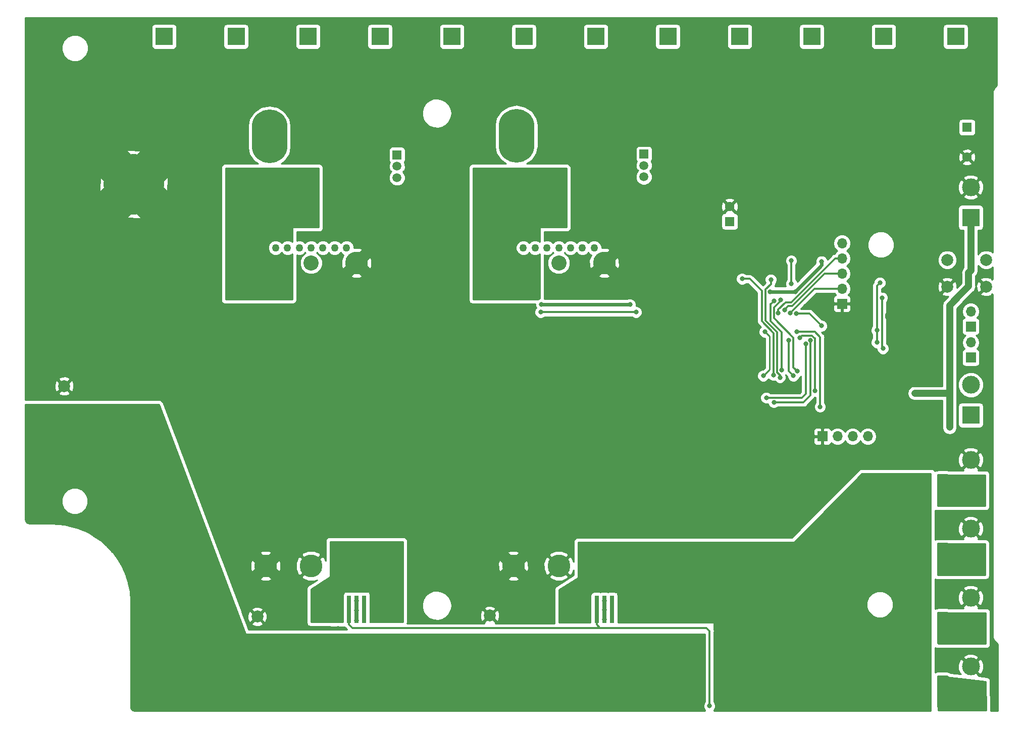
<source format=gbr>
G04 #@! TF.GenerationSoftware,KiCad,Pcbnew,(5.0.1)-3*
G04 #@! TF.CreationDate,2018-11-05T16:43:38-06:00*
G04 #@! TF.ProjectId,power_board,706F7765725F626F6172642E6B696361,rev?*
G04 #@! TF.SameCoordinates,Original*
G04 #@! TF.FileFunction,Copper,L2,Bot,Signal*
G04 #@! TF.FilePolarity,Positive*
%FSLAX46Y46*%
G04 Gerber Fmt 4.6, Leading zero omitted, Abs format (unit mm)*
G04 Created by KiCad (PCBNEW (5.0.1)-3) date 11/5/2018 4:43:38 PM*
%MOMM*%
%LPD*%
G01*
G04 APERTURE LIST*
G04 #@! TA.AperFunction,ComponentPad*
%ADD10R,1.600000X1.600000*%
G04 #@! TD*
G04 #@! TA.AperFunction,ComponentPad*
%ADD11C,1.600000*%
G04 #@! TD*
G04 #@! TA.AperFunction,ComponentPad*
%ADD12C,3.810000*%
G04 #@! TD*
G04 #@! TA.AperFunction,ComponentPad*
%ADD13C,2.540000*%
G04 #@! TD*
G04 #@! TA.AperFunction,ComponentPad*
%ADD14C,1.270000*%
G04 #@! TD*
G04 #@! TA.AperFunction,Conductor*
%ADD15C,0.100000*%
G04 #@! TD*
G04 #@! TA.AperFunction,SMDPad,CuDef*
%ADD16C,1.925000*%
G04 #@! TD*
G04 #@! TA.AperFunction,ComponentPad*
%ADD17R,2.000000X2.000000*%
G04 #@! TD*
G04 #@! TA.AperFunction,ComponentPad*
%ADD18C,2.000000*%
G04 #@! TD*
G04 #@! TA.AperFunction,ComponentPad*
%ADD19R,1.700000X1.700000*%
G04 #@! TD*
G04 #@! TA.AperFunction,ComponentPad*
%ADD20O,1.700000X1.700000*%
G04 #@! TD*
G04 #@! TA.AperFunction,ComponentPad*
%ADD21C,3.000000*%
G04 #@! TD*
G04 #@! TA.AperFunction,ComponentPad*
%ADD22R,3.000000X3.000000*%
G04 #@! TD*
G04 #@! TA.AperFunction,SMDPad,CuDef*
%ADD23R,0.800000X4.600000*%
G04 #@! TD*
G04 #@! TA.AperFunction,SMDPad,CuDef*
%ADD24R,10.800000X9.400000*%
G04 #@! TD*
G04 #@! TA.AperFunction,ComponentPad*
%ADD25C,10.160000*%
G04 #@! TD*
G04 #@! TA.AperFunction,ComponentPad*
%ADD26O,6.000000X9.000000*%
G04 #@! TD*
G04 #@! TA.AperFunction,ComponentPad*
%ADD27R,1.500000X1.500000*%
G04 #@! TD*
G04 #@! TA.AperFunction,ComponentPad*
%ADD28C,1.500000*%
G04 #@! TD*
G04 #@! TA.AperFunction,ComponentPad*
%ADD29C,0.800000*%
G04 #@! TD*
G04 #@! TA.AperFunction,Conductor*
%ADD30C,0.800000*%
G04 #@! TD*
G04 #@! TA.AperFunction,ViaPad*
%ADD31C,1.905000*%
G04 #@! TD*
G04 #@! TA.AperFunction,ViaPad*
%ADD32C,0.800000*%
G04 #@! TD*
G04 #@! TA.AperFunction,Conductor*
%ADD33C,0.609600*%
G04 #@! TD*
G04 #@! TA.AperFunction,Conductor*
%ADD34C,1.143000*%
G04 #@! TD*
G04 #@! TA.AperFunction,Conductor*
%ADD35C,0.250000*%
G04 #@! TD*
G04 #@! TA.AperFunction,Conductor*
%ADD36C,6.350000*%
G04 #@! TD*
G04 #@! TA.AperFunction,Conductor*
%ADD37C,1.905000*%
G04 #@! TD*
G04 #@! TA.AperFunction,Conductor*
%ADD38C,0.304800*%
G04 #@! TD*
G04 #@! TA.AperFunction,Conductor*
%ADD39C,0.254000*%
G04 #@! TD*
G04 APERTURE END LIST*
D10*
G04 #@! TO.P,C14,1*
G04 #@! TO.N,+12VA*
X220980000Y-51435000D03*
D11*
G04 #@! TO.P,C14,2*
G04 #@! TO.N,GNDREF*
X220980000Y-56435000D03*
G04 #@! TD*
D12*
G04 #@! TO.P,REG2,1*
G04 #@! TO.N,48V*
X160147000Y-124968000D03*
G04 #@! TO.P,REG2,2*
G04 #@! TO.N,GNDREF*
X152527000Y-124968000D03*
G04 #@! TO.P,REG2,3*
X144907000Y-124968000D03*
G04 #@! TO.P,REG2,6*
X160147000Y-74168000D03*
D13*
G04 #@! TO.P,REG2,5*
G04 #@! TO.N,Net-(REG2-Pad5)*
X152527000Y-74168000D03*
D12*
G04 #@! TO.P,REG2,4*
G04 #@! TO.N,12VA_IN*
X144907000Y-74168000D03*
D14*
G04 #@! TO.P,REG2,7*
G04 #@! TO.N,N/C*
X146583400Y-71628000D03*
G04 #@! TO.P,REG2,8*
X148564600Y-71628000D03*
G04 #@! TO.P,REG2,9*
X150545800Y-71628000D03*
G04 #@! TO.P,REG2,10*
X152527000Y-71628000D03*
G04 #@! TO.P,REG2,11*
X154508200Y-71628000D03*
G04 #@! TO.P,REG2,12*
X156489400Y-71628000D03*
G04 #@! TO.P,REG2,13*
X158470600Y-71628000D03*
G04 #@! TD*
D15*
G04 #@! TO.N,Net-(F7-Pad2)*
G04 #@! TO.C,F7*
G36*
X217653005Y-132658204D02*
X217677273Y-132661804D01*
X217701072Y-132667765D01*
X217724171Y-132676030D01*
X217746350Y-132686520D01*
X217767393Y-132699132D01*
X217787099Y-132713747D01*
X217805277Y-132730223D01*
X217821753Y-132748401D01*
X217836368Y-132768107D01*
X217848980Y-132789150D01*
X217859470Y-132811329D01*
X217867735Y-132834428D01*
X217873696Y-132858227D01*
X217877296Y-132882495D01*
X217878500Y-132906999D01*
X217878500Y-137857001D01*
X217877296Y-137881505D01*
X217873696Y-137905773D01*
X217867735Y-137929572D01*
X217859470Y-137952671D01*
X217848980Y-137974850D01*
X217836368Y-137995893D01*
X217821753Y-138015599D01*
X217805277Y-138033777D01*
X217787099Y-138050253D01*
X217767393Y-138064868D01*
X217746350Y-138077480D01*
X217724171Y-138087970D01*
X217701072Y-138096235D01*
X217677273Y-138102196D01*
X217653005Y-138105796D01*
X217628501Y-138107000D01*
X216203499Y-138107000D01*
X216178995Y-138105796D01*
X216154727Y-138102196D01*
X216130928Y-138096235D01*
X216107829Y-138087970D01*
X216085650Y-138077480D01*
X216064607Y-138064868D01*
X216044901Y-138050253D01*
X216026723Y-138033777D01*
X216010247Y-138015599D01*
X215995632Y-137995893D01*
X215983020Y-137974850D01*
X215972530Y-137952671D01*
X215964265Y-137929572D01*
X215958304Y-137905773D01*
X215954704Y-137881505D01*
X215953500Y-137857001D01*
X215953500Y-132906999D01*
X215954704Y-132882495D01*
X215958304Y-132858227D01*
X215964265Y-132834428D01*
X215972530Y-132811329D01*
X215983020Y-132789150D01*
X215995632Y-132768107D01*
X216010247Y-132748401D01*
X216026723Y-132730223D01*
X216044901Y-132713747D01*
X216064607Y-132699132D01*
X216085650Y-132686520D01*
X216107829Y-132676030D01*
X216130928Y-132667765D01*
X216154727Y-132661804D01*
X216178995Y-132658204D01*
X216203499Y-132657000D01*
X217628501Y-132657000D01*
X217653005Y-132658204D01*
X217653005Y-132658204D01*
G37*
D16*
G04 #@! TD*
G04 #@! TO.P,F7,2*
G04 #@! TO.N,Net-(F7-Pad2)*
X216916000Y-135382000D03*
D15*
G04 #@! TO.N,48V*
G04 #@! TO.C,F7*
G36*
X210878005Y-132658204D02*
X210902273Y-132661804D01*
X210926072Y-132667765D01*
X210949171Y-132676030D01*
X210971350Y-132686520D01*
X210992393Y-132699132D01*
X211012099Y-132713747D01*
X211030277Y-132730223D01*
X211046753Y-132748401D01*
X211061368Y-132768107D01*
X211073980Y-132789150D01*
X211084470Y-132811329D01*
X211092735Y-132834428D01*
X211098696Y-132858227D01*
X211102296Y-132882495D01*
X211103500Y-132906999D01*
X211103500Y-137857001D01*
X211102296Y-137881505D01*
X211098696Y-137905773D01*
X211092735Y-137929572D01*
X211084470Y-137952671D01*
X211073980Y-137974850D01*
X211061368Y-137995893D01*
X211046753Y-138015599D01*
X211030277Y-138033777D01*
X211012099Y-138050253D01*
X210992393Y-138064868D01*
X210971350Y-138077480D01*
X210949171Y-138087970D01*
X210926072Y-138096235D01*
X210902273Y-138102196D01*
X210878005Y-138105796D01*
X210853501Y-138107000D01*
X209428499Y-138107000D01*
X209403995Y-138105796D01*
X209379727Y-138102196D01*
X209355928Y-138096235D01*
X209332829Y-138087970D01*
X209310650Y-138077480D01*
X209289607Y-138064868D01*
X209269901Y-138050253D01*
X209251723Y-138033777D01*
X209235247Y-138015599D01*
X209220632Y-137995893D01*
X209208020Y-137974850D01*
X209197530Y-137952671D01*
X209189265Y-137929572D01*
X209183304Y-137905773D01*
X209179704Y-137881505D01*
X209178500Y-137857001D01*
X209178500Y-132906999D01*
X209179704Y-132882495D01*
X209183304Y-132858227D01*
X209189265Y-132834428D01*
X209197530Y-132811329D01*
X209208020Y-132789150D01*
X209220632Y-132768107D01*
X209235247Y-132748401D01*
X209251723Y-132730223D01*
X209269901Y-132713747D01*
X209289607Y-132699132D01*
X209310650Y-132686520D01*
X209332829Y-132676030D01*
X209355928Y-132667765D01*
X209379727Y-132661804D01*
X209403995Y-132658204D01*
X209428499Y-132657000D01*
X210853501Y-132657000D01*
X210878005Y-132658204D01*
X210878005Y-132658204D01*
G37*
D16*
G04 #@! TD*
G04 #@! TO.P,F7,1*
G04 #@! TO.N,48V*
X210141000Y-135382000D03*
D15*
G04 #@! TO.N,48V*
G04 #@! TO.C,F8*
G36*
X210878005Y-121101204D02*
X210902273Y-121104804D01*
X210926072Y-121110765D01*
X210949171Y-121119030D01*
X210971350Y-121129520D01*
X210992393Y-121142132D01*
X211012099Y-121156747D01*
X211030277Y-121173223D01*
X211046753Y-121191401D01*
X211061368Y-121211107D01*
X211073980Y-121232150D01*
X211084470Y-121254329D01*
X211092735Y-121277428D01*
X211098696Y-121301227D01*
X211102296Y-121325495D01*
X211103500Y-121349999D01*
X211103500Y-126300001D01*
X211102296Y-126324505D01*
X211098696Y-126348773D01*
X211092735Y-126372572D01*
X211084470Y-126395671D01*
X211073980Y-126417850D01*
X211061368Y-126438893D01*
X211046753Y-126458599D01*
X211030277Y-126476777D01*
X211012099Y-126493253D01*
X210992393Y-126507868D01*
X210971350Y-126520480D01*
X210949171Y-126530970D01*
X210926072Y-126539235D01*
X210902273Y-126545196D01*
X210878005Y-126548796D01*
X210853501Y-126550000D01*
X209428499Y-126550000D01*
X209403995Y-126548796D01*
X209379727Y-126545196D01*
X209355928Y-126539235D01*
X209332829Y-126530970D01*
X209310650Y-126520480D01*
X209289607Y-126507868D01*
X209269901Y-126493253D01*
X209251723Y-126476777D01*
X209235247Y-126458599D01*
X209220632Y-126438893D01*
X209208020Y-126417850D01*
X209197530Y-126395671D01*
X209189265Y-126372572D01*
X209183304Y-126348773D01*
X209179704Y-126324505D01*
X209178500Y-126300001D01*
X209178500Y-121349999D01*
X209179704Y-121325495D01*
X209183304Y-121301227D01*
X209189265Y-121277428D01*
X209197530Y-121254329D01*
X209208020Y-121232150D01*
X209220632Y-121211107D01*
X209235247Y-121191401D01*
X209251723Y-121173223D01*
X209269901Y-121156747D01*
X209289607Y-121142132D01*
X209310650Y-121129520D01*
X209332829Y-121119030D01*
X209355928Y-121110765D01*
X209379727Y-121104804D01*
X209403995Y-121101204D01*
X209428499Y-121100000D01*
X210853501Y-121100000D01*
X210878005Y-121101204D01*
X210878005Y-121101204D01*
G37*
D16*
G04 #@! TD*
G04 #@! TO.P,F8,1*
G04 #@! TO.N,48V*
X210141000Y-123825000D03*
D15*
G04 #@! TO.N,Net-(F8-Pad2)*
G04 #@! TO.C,F8*
G36*
X217653005Y-121101204D02*
X217677273Y-121104804D01*
X217701072Y-121110765D01*
X217724171Y-121119030D01*
X217746350Y-121129520D01*
X217767393Y-121142132D01*
X217787099Y-121156747D01*
X217805277Y-121173223D01*
X217821753Y-121191401D01*
X217836368Y-121211107D01*
X217848980Y-121232150D01*
X217859470Y-121254329D01*
X217867735Y-121277428D01*
X217873696Y-121301227D01*
X217877296Y-121325495D01*
X217878500Y-121349999D01*
X217878500Y-126300001D01*
X217877296Y-126324505D01*
X217873696Y-126348773D01*
X217867735Y-126372572D01*
X217859470Y-126395671D01*
X217848980Y-126417850D01*
X217836368Y-126438893D01*
X217821753Y-126458599D01*
X217805277Y-126476777D01*
X217787099Y-126493253D01*
X217767393Y-126507868D01*
X217746350Y-126520480D01*
X217724171Y-126530970D01*
X217701072Y-126539235D01*
X217677273Y-126545196D01*
X217653005Y-126548796D01*
X217628501Y-126550000D01*
X216203499Y-126550000D01*
X216178995Y-126548796D01*
X216154727Y-126545196D01*
X216130928Y-126539235D01*
X216107829Y-126530970D01*
X216085650Y-126520480D01*
X216064607Y-126507868D01*
X216044901Y-126493253D01*
X216026723Y-126476777D01*
X216010247Y-126458599D01*
X215995632Y-126438893D01*
X215983020Y-126417850D01*
X215972530Y-126395671D01*
X215964265Y-126372572D01*
X215958304Y-126348773D01*
X215954704Y-126324505D01*
X215953500Y-126300001D01*
X215953500Y-121349999D01*
X215954704Y-121325495D01*
X215958304Y-121301227D01*
X215964265Y-121277428D01*
X215972530Y-121254329D01*
X215983020Y-121232150D01*
X215995632Y-121211107D01*
X216010247Y-121191401D01*
X216026723Y-121173223D01*
X216044901Y-121156747D01*
X216064607Y-121142132D01*
X216085650Y-121129520D01*
X216107829Y-121119030D01*
X216130928Y-121110765D01*
X216154727Y-121104804D01*
X216178995Y-121101204D01*
X216203499Y-121100000D01*
X217628501Y-121100000D01*
X217653005Y-121101204D01*
X217653005Y-121101204D01*
G37*
D16*
G04 #@! TD*
G04 #@! TO.P,F8,2*
G04 #@! TO.N,Net-(F8-Pad2)*
X216916000Y-123825000D03*
D15*
G04 #@! TO.N,Net-(F6-Pad2)*
G04 #@! TO.C,F6*
G36*
X217653005Y-109544204D02*
X217677273Y-109547804D01*
X217701072Y-109553765D01*
X217724171Y-109562030D01*
X217746350Y-109572520D01*
X217767393Y-109585132D01*
X217787099Y-109599747D01*
X217805277Y-109616223D01*
X217821753Y-109634401D01*
X217836368Y-109654107D01*
X217848980Y-109675150D01*
X217859470Y-109697329D01*
X217867735Y-109720428D01*
X217873696Y-109744227D01*
X217877296Y-109768495D01*
X217878500Y-109792999D01*
X217878500Y-114743001D01*
X217877296Y-114767505D01*
X217873696Y-114791773D01*
X217867735Y-114815572D01*
X217859470Y-114838671D01*
X217848980Y-114860850D01*
X217836368Y-114881893D01*
X217821753Y-114901599D01*
X217805277Y-114919777D01*
X217787099Y-114936253D01*
X217767393Y-114950868D01*
X217746350Y-114963480D01*
X217724171Y-114973970D01*
X217701072Y-114982235D01*
X217677273Y-114988196D01*
X217653005Y-114991796D01*
X217628501Y-114993000D01*
X216203499Y-114993000D01*
X216178995Y-114991796D01*
X216154727Y-114988196D01*
X216130928Y-114982235D01*
X216107829Y-114973970D01*
X216085650Y-114963480D01*
X216064607Y-114950868D01*
X216044901Y-114936253D01*
X216026723Y-114919777D01*
X216010247Y-114901599D01*
X215995632Y-114881893D01*
X215983020Y-114860850D01*
X215972530Y-114838671D01*
X215964265Y-114815572D01*
X215958304Y-114791773D01*
X215954704Y-114767505D01*
X215953500Y-114743001D01*
X215953500Y-109792999D01*
X215954704Y-109768495D01*
X215958304Y-109744227D01*
X215964265Y-109720428D01*
X215972530Y-109697329D01*
X215983020Y-109675150D01*
X215995632Y-109654107D01*
X216010247Y-109634401D01*
X216026723Y-109616223D01*
X216044901Y-109599747D01*
X216064607Y-109585132D01*
X216085650Y-109572520D01*
X216107829Y-109562030D01*
X216130928Y-109553765D01*
X216154727Y-109547804D01*
X216178995Y-109544204D01*
X216203499Y-109543000D01*
X217628501Y-109543000D01*
X217653005Y-109544204D01*
X217653005Y-109544204D01*
G37*
D16*
G04 #@! TD*
G04 #@! TO.P,F6,2*
G04 #@! TO.N,Net-(F6-Pad2)*
X216916000Y-112268000D03*
D15*
G04 #@! TO.N,48V*
G04 #@! TO.C,F6*
G36*
X210878005Y-109544204D02*
X210902273Y-109547804D01*
X210926072Y-109553765D01*
X210949171Y-109562030D01*
X210971350Y-109572520D01*
X210992393Y-109585132D01*
X211012099Y-109599747D01*
X211030277Y-109616223D01*
X211046753Y-109634401D01*
X211061368Y-109654107D01*
X211073980Y-109675150D01*
X211084470Y-109697329D01*
X211092735Y-109720428D01*
X211098696Y-109744227D01*
X211102296Y-109768495D01*
X211103500Y-109792999D01*
X211103500Y-114743001D01*
X211102296Y-114767505D01*
X211098696Y-114791773D01*
X211092735Y-114815572D01*
X211084470Y-114838671D01*
X211073980Y-114860850D01*
X211061368Y-114881893D01*
X211046753Y-114901599D01*
X211030277Y-114919777D01*
X211012099Y-114936253D01*
X210992393Y-114950868D01*
X210971350Y-114963480D01*
X210949171Y-114973970D01*
X210926072Y-114982235D01*
X210902273Y-114988196D01*
X210878005Y-114991796D01*
X210853501Y-114993000D01*
X209428499Y-114993000D01*
X209403995Y-114991796D01*
X209379727Y-114988196D01*
X209355928Y-114982235D01*
X209332829Y-114973970D01*
X209310650Y-114963480D01*
X209289607Y-114950868D01*
X209269901Y-114936253D01*
X209251723Y-114919777D01*
X209235247Y-114901599D01*
X209220632Y-114881893D01*
X209208020Y-114860850D01*
X209197530Y-114838671D01*
X209189265Y-114815572D01*
X209183304Y-114791773D01*
X209179704Y-114767505D01*
X209178500Y-114743001D01*
X209178500Y-109792999D01*
X209179704Y-109768495D01*
X209183304Y-109744227D01*
X209189265Y-109720428D01*
X209197530Y-109697329D01*
X209208020Y-109675150D01*
X209220632Y-109654107D01*
X209235247Y-109634401D01*
X209251723Y-109616223D01*
X209269901Y-109599747D01*
X209289607Y-109585132D01*
X209310650Y-109572520D01*
X209332829Y-109562030D01*
X209355928Y-109553765D01*
X209379727Y-109547804D01*
X209403995Y-109544204D01*
X209428499Y-109543000D01*
X210853501Y-109543000D01*
X210878005Y-109544204D01*
X210878005Y-109544204D01*
G37*
D16*
G04 #@! TD*
G04 #@! TO.P,F6,1*
G04 #@! TO.N,48V*
X210141000Y-112268000D03*
D15*
G04 #@! TO.N,48V*
G04 #@! TO.C,F5*
G36*
X210878005Y-143326204D02*
X210902273Y-143329804D01*
X210926072Y-143335765D01*
X210949171Y-143344030D01*
X210971350Y-143354520D01*
X210992393Y-143367132D01*
X211012099Y-143381747D01*
X211030277Y-143398223D01*
X211046753Y-143416401D01*
X211061368Y-143436107D01*
X211073980Y-143457150D01*
X211084470Y-143479329D01*
X211092735Y-143502428D01*
X211098696Y-143526227D01*
X211102296Y-143550495D01*
X211103500Y-143574999D01*
X211103500Y-148525001D01*
X211102296Y-148549505D01*
X211098696Y-148573773D01*
X211092735Y-148597572D01*
X211084470Y-148620671D01*
X211073980Y-148642850D01*
X211061368Y-148663893D01*
X211046753Y-148683599D01*
X211030277Y-148701777D01*
X211012099Y-148718253D01*
X210992393Y-148732868D01*
X210971350Y-148745480D01*
X210949171Y-148755970D01*
X210926072Y-148764235D01*
X210902273Y-148770196D01*
X210878005Y-148773796D01*
X210853501Y-148775000D01*
X209428499Y-148775000D01*
X209403995Y-148773796D01*
X209379727Y-148770196D01*
X209355928Y-148764235D01*
X209332829Y-148755970D01*
X209310650Y-148745480D01*
X209289607Y-148732868D01*
X209269901Y-148718253D01*
X209251723Y-148701777D01*
X209235247Y-148683599D01*
X209220632Y-148663893D01*
X209208020Y-148642850D01*
X209197530Y-148620671D01*
X209189265Y-148597572D01*
X209183304Y-148573773D01*
X209179704Y-148549505D01*
X209178500Y-148525001D01*
X209178500Y-143574999D01*
X209179704Y-143550495D01*
X209183304Y-143526227D01*
X209189265Y-143502428D01*
X209197530Y-143479329D01*
X209208020Y-143457150D01*
X209220632Y-143436107D01*
X209235247Y-143416401D01*
X209251723Y-143398223D01*
X209269901Y-143381747D01*
X209289607Y-143367132D01*
X209310650Y-143354520D01*
X209332829Y-143344030D01*
X209355928Y-143335765D01*
X209379727Y-143329804D01*
X209403995Y-143326204D01*
X209428499Y-143325000D01*
X210853501Y-143325000D01*
X210878005Y-143326204D01*
X210878005Y-143326204D01*
G37*
D16*
G04 #@! TD*
G04 #@! TO.P,F5,1*
G04 #@! TO.N,48V*
X210141000Y-146050000D03*
D15*
G04 #@! TO.N,Net-(F5-Pad2)*
G04 #@! TO.C,F5*
G36*
X217653005Y-143326204D02*
X217677273Y-143329804D01*
X217701072Y-143335765D01*
X217724171Y-143344030D01*
X217746350Y-143354520D01*
X217767393Y-143367132D01*
X217787099Y-143381747D01*
X217805277Y-143398223D01*
X217821753Y-143416401D01*
X217836368Y-143436107D01*
X217848980Y-143457150D01*
X217859470Y-143479329D01*
X217867735Y-143502428D01*
X217873696Y-143526227D01*
X217877296Y-143550495D01*
X217878500Y-143574999D01*
X217878500Y-148525001D01*
X217877296Y-148549505D01*
X217873696Y-148573773D01*
X217867735Y-148597572D01*
X217859470Y-148620671D01*
X217848980Y-148642850D01*
X217836368Y-148663893D01*
X217821753Y-148683599D01*
X217805277Y-148701777D01*
X217787099Y-148718253D01*
X217767393Y-148732868D01*
X217746350Y-148745480D01*
X217724171Y-148755970D01*
X217701072Y-148764235D01*
X217677273Y-148770196D01*
X217653005Y-148773796D01*
X217628501Y-148775000D01*
X216203499Y-148775000D01*
X216178995Y-148773796D01*
X216154727Y-148770196D01*
X216130928Y-148764235D01*
X216107829Y-148755970D01*
X216085650Y-148745480D01*
X216064607Y-148732868D01*
X216044901Y-148718253D01*
X216026723Y-148701777D01*
X216010247Y-148683599D01*
X215995632Y-148663893D01*
X215983020Y-148642850D01*
X215972530Y-148620671D01*
X215964265Y-148597572D01*
X215958304Y-148573773D01*
X215954704Y-148549505D01*
X215953500Y-148525001D01*
X215953500Y-143574999D01*
X215954704Y-143550495D01*
X215958304Y-143526227D01*
X215964265Y-143502428D01*
X215972530Y-143479329D01*
X215983020Y-143457150D01*
X215995632Y-143436107D01*
X216010247Y-143416401D01*
X216026723Y-143398223D01*
X216044901Y-143381747D01*
X216064607Y-143367132D01*
X216085650Y-143354520D01*
X216107829Y-143344030D01*
X216130928Y-143335765D01*
X216154727Y-143329804D01*
X216178995Y-143326204D01*
X216203499Y-143325000D01*
X217628501Y-143325000D01*
X217653005Y-143326204D01*
X217653005Y-143326204D01*
G37*
D16*
G04 #@! TD*
G04 #@! TO.P,F5,2*
G04 #@! TO.N,Net-(F5-Pad2)*
X216916000Y-146050000D03*
D17*
G04 #@! TO.P,C11,1*
G04 #@! TO.N,+48V*
X101981000Y-138477000D03*
D18*
G04 #@! TO.P,C11,2*
G04 #@! TO.N,GNDREF*
X101981000Y-133477000D03*
G04 #@! TD*
G04 #@! TO.P,C1,2*
G04 #@! TO.N,GNDREF*
X69596000Y-94822000D03*
D17*
G04 #@! TO.P,C1,1*
G04 #@! TO.N,+48V*
X69596000Y-99822000D03*
G04 #@! TD*
G04 #@! TO.P,C2,1*
G04 #@! TO.N,+48V*
X140970000Y-138303000D03*
D18*
G04 #@! TO.P,C2,2*
G04 #@! TO.N,GNDREF*
X140970000Y-133303000D03*
G04 #@! TD*
D19*
G04 #@! TO.P,J27,1*
G04 #@! TO.N,Net-(J27-Pad1)*
X221615000Y-84836000D03*
D20*
G04 #@! TO.P,J27,2*
G04 #@! TO.N,Net-(J27-Pad2)*
X221615000Y-82296000D03*
G04 #@! TD*
D19*
G04 #@! TO.P,J8,1*
G04 #@! TO.N,Net-(J8-Pad1)*
X221615000Y-90043000D03*
D20*
G04 #@! TO.P,J8,2*
G04 #@! TO.N,Net-(J8-Pad2)*
X221615000Y-87503000D03*
G04 #@! TD*
D21*
G04 #@! TO.P,J22,2*
G04 #@! TO.N,GNDREF*
X189865000Y-36195000D03*
D22*
G04 #@! TO.P,J22,1*
G04 #@! TO.N,Net-(F4-Pad1)*
X194945000Y-36195000D03*
G04 #@! TD*
D21*
G04 #@! TO.P,J9,2*
G04 #@! TO.N,GNDREF*
X93345000Y-36195000D03*
D22*
G04 #@! TO.P,J9,1*
G04 #@! TO.N,+12V*
X98425000Y-36195000D03*
G04 #@! TD*
D23*
G04 #@! TO.P,U6,7*
G04 #@! TO.N,Net-(REG1-Pad1)*
X122428000Y-132274000D03*
G04 #@! TO.P,U6,4*
G04 #@! TO.N,+48V*
X118618000Y-132274000D03*
G04 #@! TO.P,U6,1*
G04 #@! TO.N,Net-(REG1-Pad1)*
X114808000Y-132274000D03*
G04 #@! TO.P,U6,2*
X116078000Y-132274000D03*
G04 #@! TO.P,U6,3*
G04 #@! TO.N,SHUTOFF*
X117348000Y-132274000D03*
G04 #@! TO.P,U6,5*
G04 #@! TO.N,Net-(U6-Pad5)*
X119888000Y-132274000D03*
G04 #@! TO.P,U6,6*
G04 #@! TO.N,Net-(REG1-Pad1)*
X121158000Y-132274000D03*
D24*
G04 #@! TO.P,U6,8*
G04 #@! TO.N,+48V*
X118618000Y-141424000D03*
G04 #@! TD*
G04 #@! TO.P,U8,8*
G04 #@! TO.N,+48V*
X160147000Y-141424000D03*
D23*
G04 #@! TO.P,U8,6*
G04 #@! TO.N,48V*
X162687000Y-132274000D03*
G04 #@! TO.P,U8,5*
G04 #@! TO.N,Net-(U8-Pad5)*
X161417000Y-132274000D03*
G04 #@! TO.P,U8,3*
G04 #@! TO.N,SHUTOFF*
X158877000Y-132274000D03*
G04 #@! TO.P,U8,2*
G04 #@! TO.N,48V*
X157607000Y-132274000D03*
G04 #@! TO.P,U8,1*
X156337000Y-132274000D03*
G04 #@! TO.P,U8,4*
G04 #@! TO.N,+48V*
X160147000Y-132274000D03*
G04 #@! TO.P,U8,7*
G04 #@! TO.N,48V*
X163957000Y-132274000D03*
G04 #@! TD*
D19*
G04 #@! TO.P,J17,1*
G04 #@! TO.N,GNDREF*
X196723000Y-103251000D03*
D20*
G04 #@! TO.P,J17,2*
G04 #@! TO.N,CANH*
X199263000Y-103251000D03*
G04 #@! TO.P,J17,3*
G04 #@! TO.N,CANL*
X201803000Y-103251000D03*
G04 #@! TO.P,J17,4*
G04 #@! TO.N,+5V*
X204343000Y-103251000D03*
G04 #@! TD*
D22*
G04 #@! TO.P,J20,1*
G04 #@! TO.N,Net-(F2-Pad1)*
X182880000Y-36195000D03*
D21*
G04 #@! TO.P,J20,2*
G04 #@! TO.N,GNDREF*
X177800000Y-36195000D03*
G04 #@! TD*
G04 #@! TO.P,J21,2*
G04 #@! TO.N,GNDREF*
X201930000Y-36195000D03*
D22*
G04 #@! TO.P,J21,1*
G04 #@! TO.N,Net-(F3-Pad1)*
X207010000Y-36195000D03*
G04 #@! TD*
G04 #@! TO.P,J23,1*
G04 #@! TO.N,Net-(F5-Pad2)*
X221615000Y-146939000D03*
D21*
G04 #@! TO.P,J23,2*
G04 #@! TO.N,GNDREF*
X221615000Y-141859000D03*
G04 #@! TD*
G04 #@! TO.P,J25,2*
G04 #@! TO.N,GNDREF*
X221615000Y-130302000D03*
D22*
G04 #@! TO.P,J25,1*
G04 #@! TO.N,Net-(F7-Pad2)*
X221615000Y-135382000D03*
G04 #@! TD*
G04 #@! TO.P,J26,1*
G04 #@! TO.N,Net-(F8-Pad2)*
X221615000Y-123825000D03*
D21*
G04 #@! TO.P,J26,2*
G04 #@! TO.N,GNDREF*
X221615000Y-118745000D03*
G04 #@! TD*
G04 #@! TO.P,J19,2*
G04 #@! TO.N,GNDREF*
X213995000Y-36195000D03*
D22*
G04 #@! TO.P,J19,1*
G04 #@! TO.N,Net-(F1-Pad1)*
X219075000Y-36195000D03*
G04 #@! TD*
G04 #@! TO.P,J24,1*
G04 #@! TO.N,Net-(F6-Pad2)*
X221615000Y-112268000D03*
D21*
G04 #@! TO.P,J24,2*
G04 #@! TO.N,GNDREF*
X221615000Y-107188000D03*
G04 #@! TD*
D22*
G04 #@! TO.P,J16,1*
G04 #@! TO.N,CANL*
X221615000Y-99695000D03*
D21*
G04 #@! TO.P,J16,2*
G04 #@! TO.N,CANH*
X221615000Y-94615000D03*
G04 #@! TD*
D10*
G04 #@! TO.P,C15,1*
G04 #@! TO.N,+5V*
X181203600Y-67208400D03*
D11*
G04 #@! TO.P,C15,2*
G04 #@! TO.N,GNDREF*
X181203600Y-64708400D03*
G04 #@! TD*
D19*
G04 #@! TO.P,J1,1*
G04 #@! TO.N,GNDREF*
X200025000Y-81026000D03*
D20*
G04 #@! TO.P,J1,2*
G04 #@! TO.N,TX*
X200025000Y-78486000D03*
G04 #@! TO.P,J1,3*
G04 #@! TO.N,RX*
X200025000Y-75946000D03*
G04 #@! TO.P,J1,4*
G04 #@! TO.N,RESET*
X200025000Y-73406000D03*
G04 #@! TO.P,J1,5*
G04 #@! TO.N,VPP*
X200025000Y-70866000D03*
G04 #@! TD*
D22*
G04 #@! TO.P,J13,1*
G04 #@! TO.N,+12VA*
X158750000Y-36195000D03*
D21*
G04 #@! TO.P,J13,2*
G04 #@! TO.N,GNDREF*
X153670000Y-36195000D03*
G04 #@! TD*
G04 #@! TO.P,J10,2*
G04 #@! TO.N,GNDREF*
X81280000Y-36195000D03*
D22*
G04 #@! TO.P,J10,1*
G04 #@! TO.N,+12V*
X86360000Y-36195000D03*
G04 #@! TD*
G04 #@! TO.P,J11,1*
G04 #@! TO.N,+5V*
X221615000Y-66548000D03*
D21*
G04 #@! TO.P,J11,2*
G04 #@! TO.N,GNDREF*
X221615000Y-61468000D03*
G04 #@! TD*
G04 #@! TO.P,J12,2*
G04 #@! TO.N,GNDREF*
X165735000Y-36195000D03*
D22*
G04 #@! TO.P,J12,1*
G04 #@! TO.N,+12VA*
X170815000Y-36195000D03*
G04 #@! TD*
G04 #@! TO.P,J15,1*
G04 #@! TO.N,+12VA*
X146685000Y-36195000D03*
D21*
G04 #@! TO.P,J15,2*
G04 #@! TO.N,GNDREF*
X141605000Y-36195000D03*
G04 #@! TD*
D22*
G04 #@! TO.P,J2,1*
G04 #@! TO.N,+12V*
X122555000Y-36195000D03*
D21*
G04 #@! TO.P,J2,2*
G04 #@! TO.N,GNDREF*
X117475000Y-36195000D03*
G04 #@! TD*
G04 #@! TO.P,J14,2*
G04 #@! TO.N,GNDREF*
X129540000Y-36195000D03*
D22*
G04 #@! TO.P,J14,1*
G04 #@! TO.N,+12VA*
X134620000Y-36195000D03*
G04 #@! TD*
G04 #@! TO.P,J3,1*
G04 #@! TO.N,+12V*
X110490000Y-36195000D03*
D21*
G04 #@! TO.P,J3,2*
G04 #@! TO.N,GNDREF*
X105410000Y-36195000D03*
G04 #@! TD*
D18*
G04 #@! TO.P,SW1,2*
G04 #@! TO.N,GNDREF*
X217678000Y-78160000D03*
G04 #@! TO.P,SW1,1*
G04 #@! TO.N,RESET*
X217678000Y-73660000D03*
G04 #@! TO.P,SW1,2*
G04 #@! TO.N,GNDREF*
X224178000Y-78160000D03*
G04 #@! TO.P,SW1,1*
G04 #@! TO.N,RESET*
X224178000Y-73660000D03*
G04 #@! TD*
D25*
G04 #@! TO.P,J6,1*
G04 #@! TO.N,+48V*
X81280000Y-104140000D03*
G04 #@! TD*
G04 #@! TO.P,J7,1*
G04 #@! TO.N,GNDREF*
X81280000Y-60960000D03*
G04 #@! TD*
D14*
G04 #@! TO.P,REG1,13*
G04 #@! TO.N,N/C*
X116941600Y-71628000D03*
G04 #@! TO.P,REG1,12*
X114960400Y-71628000D03*
G04 #@! TO.P,REG1,11*
X112979200Y-71628000D03*
G04 #@! TO.P,REG1,10*
X110998000Y-71628000D03*
G04 #@! TO.P,REG1,9*
X109016800Y-71628000D03*
G04 #@! TO.P,REG1,8*
X107035600Y-71628000D03*
G04 #@! TO.P,REG1,7*
X105054400Y-71628000D03*
D12*
G04 #@! TO.P,REG1,4*
G04 #@! TO.N,12V_IN*
X103378000Y-74168000D03*
D13*
G04 #@! TO.P,REG1,5*
G04 #@! TO.N,Net-(REG1-Pad5)*
X110998000Y-74168000D03*
D12*
G04 #@! TO.P,REG1,6*
G04 #@! TO.N,GNDREF*
X118618000Y-74168000D03*
G04 #@! TO.P,REG1,3*
X103378000Y-124968000D03*
G04 #@! TO.P,REG1,2*
X110998000Y-124968000D03*
G04 #@! TO.P,REG1,1*
G04 #@! TO.N,Net-(REG1-Pad1)*
X118618000Y-124968000D03*
G04 #@! TD*
D26*
G04 #@! TO.P,U1,5*
G04 #@! TO.N,+12V*
X104013000Y-52959000D03*
G04 #@! TO.P,U1,4*
G04 #@! TO.N,12V_IN*
X104013000Y-62959000D03*
D27*
G04 #@! TO.P,U1,1*
G04 #@! TO.N,+5V*
X125413000Y-56049000D03*
D28*
G04 #@! TO.P,U1,3*
G04 #@! TO.N,12V_SENSE*
X125413000Y-59869000D03*
G04 #@! TO.P,U1,2*
G04 #@! TO.N,GNDREF*
X125413000Y-57959000D03*
D29*
G04 #@! TO.P,U1,5*
G04 #@! TO.N,+12V*
X103383000Y-56909000D03*
D30*
G04 #@! TD*
G04 #@! TO.N,+12V*
G04 #@! TO.C,U1*
X103383000Y-56909000D02*
X103383000Y-56909000D01*
D29*
G04 #@! TO.P,U1,5*
G04 #@! TO.N,+12V*
X104643000Y-56909000D03*
D30*
G04 #@! TD*
G04 #@! TO.N,+12V*
G04 #@! TO.C,U1*
X104643000Y-56909000D02*
X104643000Y-56909000D01*
D29*
G04 #@! TO.P,U1,5*
G04 #@! TO.N,+12V*
X105673000Y-56159000D03*
X102353000Y-56159000D03*
X103383000Y-49009000D03*
X104643000Y-49009000D03*
X105673000Y-49759000D03*
X102353000Y-49759000D03*
X106063000Y-53629000D03*
X106063000Y-52289000D03*
X106063000Y-54959000D03*
X106063000Y-50959000D03*
X101963000Y-53629000D03*
X101963000Y-52289000D03*
X101963000Y-50959000D03*
X101963000Y-54959000D03*
G04 #@! TO.P,U1,4*
G04 #@! TO.N,12V_IN*
X105673000Y-59759000D03*
X102353000Y-59759000D03*
X104643000Y-59009000D03*
D30*
G04 #@! TD*
G04 #@! TO.N,12V_IN*
G04 #@! TO.C,U1*
X104643000Y-59009000D02*
X104643000Y-59009000D01*
D29*
G04 #@! TO.P,U1,4*
G04 #@! TO.N,12V_IN*
X103383000Y-59009000D03*
D30*
G04 #@! TD*
G04 #@! TO.N,12V_IN*
G04 #@! TO.C,U1*
X103383000Y-59009000D02*
X103383000Y-59009000D01*
D29*
G04 #@! TO.P,U1,4*
G04 #@! TO.N,12V_IN*
X105673000Y-66159000D03*
X102353000Y-66159000D03*
X103383000Y-66909000D03*
X106063000Y-64959000D03*
X106063000Y-63629000D03*
X106063000Y-62289000D03*
X106063000Y-60959000D03*
X101963000Y-64959000D03*
X101963000Y-63629000D03*
X101963000Y-62289000D03*
X101963000Y-60959000D03*
X104643000Y-66909000D03*
G04 #@! TD*
G04 #@! TO.P,U2,4*
G04 #@! TO.N,12VA_IN*
X146050000Y-66769000D03*
X143370000Y-60819000D03*
X143370000Y-62149000D03*
X143370000Y-63489000D03*
X143370000Y-64819000D03*
X147470000Y-60819000D03*
X147470000Y-62149000D03*
X147470000Y-63489000D03*
X147470000Y-64819000D03*
X144790000Y-66769000D03*
X143760000Y-66019000D03*
X147080000Y-66019000D03*
X144790000Y-58869000D03*
D30*
G04 #@! TD*
G04 #@! TO.N,12VA_IN*
G04 #@! TO.C,U2*
X144790000Y-58869000D02*
X144790000Y-58869000D01*
D29*
G04 #@! TO.P,U2,4*
G04 #@! TO.N,12VA_IN*
X146050000Y-58869000D03*
D30*
G04 #@! TD*
G04 #@! TO.N,12VA_IN*
G04 #@! TO.C,U2*
X146050000Y-58869000D02*
X146050000Y-58869000D01*
D29*
G04 #@! TO.P,U2,4*
G04 #@! TO.N,12VA_IN*
X143760000Y-59619000D03*
X147080000Y-59619000D03*
G04 #@! TO.P,U2,5*
G04 #@! TO.N,+12VA*
X143370000Y-54819000D03*
X143370000Y-50819000D03*
X143370000Y-52149000D03*
X143370000Y-53489000D03*
X147470000Y-50819000D03*
X147470000Y-54819000D03*
X147470000Y-52149000D03*
X147470000Y-53489000D03*
X143760000Y-49619000D03*
X147080000Y-49619000D03*
X146050000Y-48869000D03*
X144790000Y-48869000D03*
X143760000Y-56019000D03*
X147080000Y-56019000D03*
X146050000Y-56769000D03*
D30*
G04 #@! TD*
G04 #@! TO.N,+12VA*
G04 #@! TO.C,U2*
X146050000Y-56769000D02*
X146050000Y-56769000D01*
D29*
G04 #@! TO.P,U2,5*
G04 #@! TO.N,+12VA*
X144790000Y-56769000D03*
D30*
G04 #@! TD*
G04 #@! TO.N,+12VA*
G04 #@! TO.C,U2*
X144790000Y-56769000D02*
X144790000Y-56769000D01*
D28*
G04 #@! TO.P,U2,2*
G04 #@! TO.N,GNDREF*
X166820000Y-57819000D03*
G04 #@! TO.P,U2,3*
G04 #@! TO.N,12VA_SENSE*
X166820000Y-59729000D03*
D27*
G04 #@! TO.P,U2,1*
G04 #@! TO.N,+5V*
X166820000Y-55909000D03*
D26*
G04 #@! TO.P,U2,4*
G04 #@! TO.N,12VA_IN*
X145420000Y-62819000D03*
G04 #@! TO.P,U2,5*
G04 #@! TO.N,+12VA*
X145420000Y-52819000D03*
G04 #@! TD*
D31*
G04 #@! TO.N,12VA_IN*
X152527000Y-59563000D03*
X152527000Y-67056000D03*
X152527000Y-63246000D03*
X148082000Y-69151500D03*
X148209000Y-74041000D03*
X139319000Y-79121000D03*
X148209000Y-79121000D03*
X145097500Y-79057500D03*
X139319000Y-59817000D03*
X139319000Y-69151500D03*
X139319000Y-62738000D03*
X139319000Y-72263000D03*
X139319000Y-65913000D03*
X139319000Y-75438000D03*
X142176500Y-79121000D03*
D32*
G04 #@! TO.N,+5V*
X149606000Y-81153000D03*
X164465000Y-81153000D03*
X221234000Y-78105000D03*
X218059000Y-101727000D03*
X212217000Y-96012000D03*
X218059000Y-84963000D03*
X221234000Y-75819000D03*
G04 #@! TO.N,GNDREF*
X129159000Y-58420000D03*
D31*
X63881000Y-34290000D03*
X63881000Y-37465000D03*
X63881000Y-40640000D03*
X63881000Y-43815000D03*
X63881000Y-46990000D03*
X63881000Y-50165000D03*
X63881000Y-53340000D03*
X63881000Y-56515000D03*
X63881000Y-59690000D03*
X63881000Y-62865000D03*
X63881000Y-66040000D03*
X63881000Y-69215000D03*
X63881000Y-72390000D03*
X63881000Y-75565000D03*
X63881000Y-78740000D03*
X63881000Y-91440000D03*
X63881000Y-85090000D03*
X63881000Y-81915000D03*
X63881000Y-88265000D03*
X63881000Y-94615000D03*
X81915000Y-95885000D03*
X72136000Y-95885000D03*
X75565000Y-95885000D03*
X85090000Y-95885000D03*
X78740000Y-95885000D03*
X71069200Y-33909000D03*
X67183000Y-33909000D03*
X145796000Y-133731000D03*
X137160000Y-133731000D03*
X148844000Y-133731000D03*
X105156000Y-134366000D03*
X108331000Y-134366000D03*
X74599800Y-33934400D03*
X99441000Y-128651000D03*
X98171000Y-125476000D03*
X97028000Y-122555000D03*
X95885000Y-119634000D03*
X94869000Y-116713000D03*
X93726000Y-113792000D03*
X92456000Y-110744000D03*
X91313000Y-107315000D03*
X90043000Y-104013000D03*
X88900000Y-101219000D03*
X87630000Y-98044000D03*
X163195000Y-119126000D03*
X160020000Y-119126000D03*
X175768000Y-119126000D03*
X156845000Y-119126000D03*
X172720000Y-119126000D03*
X166370000Y-119126000D03*
X169545000Y-119126000D03*
X178943000Y-119126000D03*
X182118000Y-119126000D03*
X185293000Y-119126000D03*
X188341000Y-119126000D03*
X155829000Y-59436000D03*
X159258000Y-59436000D03*
X162433000Y-59436000D03*
X131191000Y-54610000D03*
X207391000Y-56388000D03*
X207391000Y-64516000D03*
X214249000Y-64516000D03*
X214249000Y-56388000D03*
X210947000Y-60452000D03*
X185547000Y-64516000D03*
X195326000Y-60325000D03*
X167894000Y-62611000D03*
X184785000Y-74676000D03*
X179349400Y-70713600D03*
X167894000Y-78994000D03*
X224155000Y-92329000D03*
X223901000Y-103251000D03*
X122809000Y-59436000D03*
X114300000Y-59436000D03*
X118745000Y-59436000D03*
X184531000Y-84886800D03*
X179070000Y-79502000D03*
X172872400Y-54889400D03*
X197993000Y-90424000D03*
X208153000Y-83058000D03*
X211455000Y-81280000D03*
X210947000Y-92329000D03*
X215773000Y-82931000D03*
X196545200Y-80746600D03*
X66903600Y-95808800D03*
X197993000Y-94742000D03*
X205130400Y-60426600D03*
X197840600Y-64643000D03*
X215341200Y-70866000D03*
X205816200Y-75463400D03*
X191071500Y-119126000D03*
X217551000Y-118110000D03*
X217551000Y-129794000D03*
X217551000Y-140906500D03*
X207899000Y-107696000D03*
X193230500Y-117157500D03*
X197485000Y-112903000D03*
X199644000Y-110680500D03*
X201930000Y-108394500D03*
X204787500Y-107696000D03*
X195326000Y-115062000D03*
X210947000Y-107696000D03*
X197040500Y-54927500D03*
X134048500Y-62357000D03*
X134048500Y-65532000D03*
X134048500Y-68707000D03*
X134048500Y-71882000D03*
X134048500Y-75057000D03*
X134048500Y-78232000D03*
X134048500Y-81407000D03*
X179222400Y-56261000D03*
G04 #@! TO.N,12V_IN*
X97790000Y-62738000D03*
X97790000Y-59817000D03*
X97790000Y-69151500D03*
X97790000Y-79121000D03*
X97790000Y-72263000D03*
X97790000Y-65913000D03*
X97790000Y-75438000D03*
X100965000Y-79121000D03*
X106680000Y-74041000D03*
X111125000Y-59436000D03*
X111125000Y-63246000D03*
X111125000Y-67056000D03*
X106489500Y-69215000D03*
X106680000Y-79121000D03*
X103822500Y-79121000D03*
D32*
G04 #@! TO.N,12V_SENSE*
X149479000Y-82423000D03*
X165481000Y-82423000D03*
G04 #@! TO.N,CAN_CS*
X192532000Y-92329000D03*
X189738000Y-80391006D03*
G04 #@! TO.N,RESET*
X191887410Y-93093533D03*
X191117181Y-87122000D03*
X189350769Y-82555192D03*
G04 #@! TO.N,CAN_TX*
X192913000Y-86741000D03*
X195453000Y-95631000D03*
G04 #@! TO.N,CAN_RX*
X192405000Y-85725000D03*
X196341996Y-98298000D03*
G04 #@! TO.N,CAN_INT*
X188595000Y-97536000D03*
X194691000Y-87122000D03*
G04 #@! TO.N,SCK*
X188536073Y-92972264D03*
X205867000Y-87503000D03*
X205867000Y-85471000D03*
X206375000Y-77470000D03*
X183261000Y-76835000D03*
G04 #@! TO.N,MOSI*
X189611000Y-93358717D03*
X188087020Y-76962000D03*
G04 #@! TO.N,MISO*
X189893124Y-92163316D03*
X206756000Y-80010000D03*
X206882994Y-88519000D03*
X188595000Y-80518000D03*
G04 #@! TO.N,RX*
X190373000Y-82042000D03*
G04 #@! TO.N,TX*
X191340702Y-82527349D03*
G04 #@! TO.N,+48V*
X160147000Y-130810000D03*
D31*
X92964000Y-121158000D03*
X79883000Y-124333000D03*
X94234000Y-124333000D03*
X81153000Y-127635000D03*
X95377000Y-127254000D03*
X96520000Y-130175000D03*
X97536000Y-133096000D03*
X98679000Y-136398000D03*
X77724000Y-121412000D03*
X74803000Y-119126000D03*
X71247000Y-117602000D03*
X66548000Y-117094000D03*
X63881000Y-114808000D03*
X63881000Y-111760000D03*
X63881000Y-102616000D03*
X63881000Y-108712000D03*
X63881000Y-105664000D03*
X63881000Y-99568000D03*
X75311000Y-99568000D03*
X90551000Y-114935000D03*
X88265000Y-108966000D03*
X91821000Y-118237000D03*
X89408000Y-111887000D03*
X96647000Y-148463000D03*
X93472000Y-148463000D03*
X122047000Y-148463000D03*
X100076000Y-148463000D03*
X112776000Y-148463000D03*
X106426000Y-148463000D03*
X103251000Y-148463000D03*
X109601000Y-148463000D03*
X115951000Y-148463000D03*
X90551000Y-148463000D03*
X122047000Y-148463000D03*
X118872000Y-148463000D03*
X87376000Y-148463000D03*
X84201000Y-148463000D03*
X96647000Y-148463000D03*
X137668000Y-148463000D03*
X150622000Y-148463000D03*
X160147000Y-148463000D03*
X125222000Y-148463000D03*
X144272000Y-148463000D03*
X166243000Y-148463000D03*
X166243000Y-148463000D03*
X140843000Y-148463000D03*
X156972000Y-148463000D03*
X140843000Y-148463000D03*
X134747000Y-148463000D03*
X153797000Y-148463000D03*
X131572000Y-148463000D03*
X128397000Y-148463000D03*
X147447000Y-148463000D03*
X163068000Y-148463000D03*
X169164000Y-148463000D03*
X172212000Y-148463000D03*
X115062000Y-138557000D03*
X121920000Y-138557000D03*
X115062000Y-141414500D03*
X121920000Y-141414500D03*
X156718000Y-138684000D03*
X163703000Y-138684000D03*
X156718000Y-141414500D03*
X163703000Y-141414500D03*
X108458000Y-137668000D03*
X105283000Y-137668000D03*
X111760000Y-137668000D03*
X128270000Y-137668000D03*
X125095000Y-137668000D03*
X125095000Y-137668000D03*
X147320000Y-137668000D03*
X153670000Y-137668000D03*
X143891000Y-137668000D03*
X137795000Y-137668000D03*
X143891000Y-137668000D03*
X134620000Y-137668000D03*
X131445000Y-137668000D03*
X150495000Y-137668000D03*
D32*
X160147000Y-132334000D03*
X160147000Y-133985000D03*
X118618000Y-130810000D03*
X118618000Y-132461000D03*
X118618000Y-134112000D03*
D31*
X72136000Y-99568000D03*
X66929000Y-99568000D03*
X81661000Y-134112000D03*
X81661000Y-130937000D03*
X81661000Y-137287000D03*
X81661000Y-146558000D03*
X81661000Y-140208000D03*
X81661000Y-143383000D03*
X81661000Y-146558000D03*
X81661000Y-143383000D03*
X175260000Y-148463000D03*
X169164000Y-137541000D03*
X172339000Y-137541000D03*
X175514000Y-137541000D03*
X166179500Y-137541000D03*
X121920000Y-144335500D03*
X115062000Y-144335500D03*
X156718000Y-144335500D03*
X163703000Y-144335500D03*
D32*
G04 #@! TO.N,RX1BF*
X187071000Y-85725000D03*
X186817000Y-93091000D03*
G04 #@! TO.N,RX_INT*
X193929000Y-87757000D03*
X187325000Y-96774000D03*
G04 #@! TO.N,SHUTOFF*
X177800000Y-148463000D03*
D31*
G04 #@! TO.N,48V*
X166878000Y-127508000D03*
X166878000Y-124841000D03*
X166878000Y-122047000D03*
X156845000Y-122047000D03*
X153670000Y-132969000D03*
X153670000Y-130048000D03*
X166878000Y-130048000D03*
X166751000Y-132715000D03*
X164274500Y-127508000D03*
X164274500Y-124841000D03*
X164274500Y-122047000D03*
G04 #@! TO.N,Net-(REG1-Pad1)*
X112268000Y-132969000D03*
X112141000Y-130048000D03*
X125222000Y-130048000D03*
X125222000Y-132715000D03*
X115316000Y-122047000D03*
X125222000Y-122047000D03*
X125222000Y-124841000D03*
X125222000Y-127508000D03*
X122555000Y-127508000D03*
X122555000Y-122047000D03*
X122555000Y-124841000D03*
D32*
G04 #@! TO.N,TC2_CS*
X191516000Y-73787000D03*
X196596000Y-84709000D03*
X192333988Y-82643138D03*
X191540027Y-77621043D03*
G04 #@! TO.N,V_MCU*
X192151000Y-78980972D03*
X187950410Y-79020735D03*
X196596000Y-73913982D03*
G04 #@! TD*
D33*
G04 #@! TO.N,+5V*
X149606000Y-81153000D02*
X164465000Y-81153000D01*
D34*
X221234000Y-78105000D02*
X219456000Y-79883000D01*
X218567000Y-80772000D02*
X218059000Y-81280000D01*
D35*
X218186000Y-96520000D02*
X218059000Y-96393000D01*
D34*
X218059000Y-101727000D02*
X218059000Y-96393000D01*
X219456000Y-79883000D02*
X218567000Y-80772000D01*
X212782685Y-96012000D02*
X212217000Y-96012000D01*
X215519000Y-96012000D02*
X212782685Y-96012000D01*
X218059000Y-81280000D02*
X218059000Y-84963000D01*
X218059000Y-84963000D02*
X218059000Y-96393000D01*
D33*
X217678000Y-96012000D02*
X218059000Y-96393000D01*
D34*
X215519000Y-96012000D02*
X217678000Y-96012000D01*
X221234000Y-78105000D02*
X221234000Y-75819000D01*
X221234000Y-66548000D02*
X221615000Y-66929000D01*
X221615000Y-66929000D02*
X221615000Y-75438000D01*
X221615000Y-75438000D02*
X221234000Y-75819000D01*
D36*
G04 #@! TO.N,GNDREF*
X81280000Y-60960000D02*
X86359999Y-55880001D01*
D35*
X81280000Y-60960000D02*
X81407000Y-60960000D01*
D36*
X81280000Y-60960000D02*
X75057000Y-67183000D01*
X81280000Y-60960000D02*
X75438000Y-55118000D01*
X81280000Y-60960000D02*
X86359999Y-66039999D01*
D37*
X118618000Y-74168000D02*
X120522999Y-72263001D01*
X118618000Y-74168000D02*
X116459000Y-76327000D01*
X118618000Y-74168000D02*
X120650000Y-76200000D01*
X160147000Y-74168000D02*
X162051999Y-72263001D01*
X160147000Y-74168000D02*
X162051999Y-76072999D01*
X160147000Y-74168000D02*
X158242000Y-76073000D01*
X144907000Y-124968000D02*
X147320000Y-122555000D01*
D35*
X143002001Y-123063001D02*
X143002001Y-122936001D01*
D37*
X144907000Y-124968000D02*
X143002001Y-123063001D01*
X144907000Y-124968000D02*
X142621000Y-127254000D01*
X144907000Y-124968000D02*
X146811999Y-126872999D01*
X103378000Y-124968000D02*
X105410000Y-122936000D01*
X103378000Y-124968000D02*
X105282999Y-126872999D01*
X103378000Y-124968000D02*
X101473001Y-123063001D01*
X103378000Y-124968000D02*
X101473001Y-126872999D01*
D38*
G04 #@! TO.N,12V_SENSE*
X149479000Y-82423000D02*
X150044685Y-82423000D01*
X150044685Y-82423000D02*
X165481000Y-82423000D01*
G04 #@! TO.N,CAN_CS*
X191869591Y-91666591D02*
X191869591Y-86713591D01*
X188595000Y-83439000D02*
X188595000Y-81631556D01*
X189738000Y-80488556D02*
X189738000Y-80391006D01*
X191869591Y-86713591D02*
X188595000Y-83439000D01*
X188595000Y-81631556D02*
X189738000Y-80488556D01*
X192532000Y-92329000D02*
X191869591Y-91666591D01*
G04 #@! TO.N,RESET*
X191887410Y-93093533D02*
X191117181Y-92323304D01*
X191117181Y-87687685D02*
X191117181Y-87122000D01*
X191117181Y-92323304D02*
X191117181Y-87687685D01*
X198882000Y-73406000D02*
X191516000Y-80772000D01*
X189350769Y-81989507D02*
X189350769Y-82555192D01*
X191516000Y-80772000D02*
X190568276Y-80772000D01*
X190568276Y-80772000D02*
X189350769Y-81989507D01*
X199898000Y-73406000D02*
X198882000Y-73406000D01*
G04 #@! TO.N,CAN_TX*
X192913000Y-86741000D02*
X193312999Y-86341001D01*
X194983003Y-86341001D02*
X195443400Y-86801398D01*
X193312999Y-86341001D02*
X194983003Y-86341001D01*
D35*
X195443400Y-86801398D02*
X195453000Y-86810998D01*
D38*
X195453000Y-95065315D02*
X195453000Y-95631000D01*
X195453000Y-86810998D02*
X195453000Y-95065315D01*
G04 #@! TO.N,CAN_RX*
X196341996Y-97732315D02*
X196341996Y-98298000D01*
X196341996Y-86613996D02*
X196341996Y-97732315D01*
X192405000Y-85725000D02*
X195453000Y-85725000D01*
X195453000Y-85725000D02*
X196341996Y-86613996D01*
G04 #@! TO.N,CAN_INT*
X188595000Y-97536000D02*
X193548000Y-97536000D01*
X193548000Y-97536000D02*
X194691000Y-96393000D01*
X194691000Y-87122000D02*
X194691000Y-96393000D01*
G04 #@! TO.N,SCK*
X205867000Y-85471000D02*
X205867000Y-87503000D01*
X205867000Y-77978000D02*
X205867000Y-85471000D01*
X206375000Y-77470000D02*
X205867000Y-77978000D01*
X188536073Y-85920073D02*
X188536073Y-92972264D01*
X186563000Y-83947000D02*
X188536073Y-85920073D01*
X186563000Y-78867000D02*
X186563000Y-83947000D01*
X183261000Y-76835000D02*
X184531000Y-76835000D01*
X184531000Y-76835000D02*
X186563000Y-78867000D01*
G04 #@! TO.N,MOSI*
X188087020Y-77723980D02*
X188087020Y-76962000D01*
X187198000Y-83820000D02*
X187198000Y-78613000D01*
X189611000Y-93358717D02*
X189611000Y-92994746D01*
X189611000Y-92994746D02*
X189140723Y-92524469D01*
X189140723Y-92524469D02*
X189140723Y-85762723D01*
X187198000Y-78613000D02*
X188087020Y-77723980D01*
X189140723Y-85762723D02*
X187198000Y-83820000D01*
G04 #@! TO.N,MISO*
X206756000Y-88392006D02*
X206882994Y-88519000D01*
X206756000Y-80010000D02*
X206756000Y-88392006D01*
X188082193Y-83942193D02*
X188082193Y-81030807D01*
X188195001Y-80917999D02*
X188595000Y-80518000D01*
X189893124Y-85753124D02*
X188082193Y-83942193D01*
X188082193Y-81030807D02*
X188195001Y-80917999D01*
X189893124Y-92163316D02*
X189893124Y-85753124D01*
G04 #@! TO.N,RX*
X197104000Y-75946000D02*
X191661999Y-81388001D01*
X191661999Y-81388001D02*
X191026999Y-81388001D01*
X190772999Y-81642001D02*
X190373000Y-82042000D01*
X191026999Y-81388001D02*
X190772999Y-81642001D01*
X200025000Y-75946000D02*
X197104000Y-75946000D01*
G04 #@! TO.N,TX*
X191740701Y-82127350D02*
X191340702Y-82527349D01*
X195382051Y-78486000D02*
X191740701Y-82127350D01*
X200025000Y-78486000D02*
X195382051Y-78486000D01*
D35*
G04 #@! TO.N,RX1BF*
X187833000Y-92075000D02*
X186817000Y-93091000D01*
X187071000Y-85725000D02*
X187833000Y-86487000D01*
X187833000Y-86487000D02*
X187833000Y-92075000D01*
D38*
G04 #@! TO.N,RX_INT*
X193929000Y-87757000D02*
X193929000Y-93599000D01*
X193929000Y-93599000D02*
X193929000Y-96139000D01*
X193929000Y-96139000D02*
X193294000Y-96774000D01*
X193294000Y-96774000D02*
X187325000Y-96774000D01*
G04 #@! TO.N,SHUTOFF*
X117348000Y-134824000D02*
X117906000Y-135382000D01*
X117348000Y-132274000D02*
X117348000Y-134824000D01*
D35*
X159435000Y-135382000D02*
X159639000Y-135382000D01*
D38*
X158877000Y-134824000D02*
X159435000Y-135382000D01*
X158877000Y-132274000D02*
X158877000Y-134824000D01*
X117906000Y-135382000D02*
X159639000Y-135382000D01*
X177800000Y-135890000D02*
X177800000Y-148463000D01*
X159639000Y-135382000D02*
X177292000Y-135382000D01*
X177292000Y-135382000D02*
X177800000Y-135890000D01*
D35*
G04 #@! TO.N,Net-(F7-Pad2)*
X221488000Y-135382000D02*
X221615000Y-135509000D01*
D38*
G04 #@! TO.N,TC2_CS*
X192899673Y-82643138D02*
X192333988Y-82643138D01*
X191516000Y-73787000D02*
X191516000Y-77597016D01*
X191516000Y-77597016D02*
X191540027Y-77621043D01*
X196596000Y-84709000D02*
X194530138Y-82643138D01*
X194530138Y-82643138D02*
X192899673Y-82643138D01*
D33*
G04 #@! TO.N,V_MCU*
X192242972Y-78980972D02*
X187990173Y-78980972D01*
X187990173Y-78980972D02*
X187950410Y-79020735D01*
X192151000Y-78980972D02*
X196596000Y-74535972D01*
X196596000Y-74535972D02*
X196596000Y-74479667D01*
X196596000Y-74479667D02*
X196596000Y-73913982D01*
G04 #@! TD*
D39*
G04 #@! TO.N,+48V*
G36*
X99957135Y-136315722D02*
X99983297Y-136357805D01*
X100023572Y-136386673D01*
X100076000Y-136398000D01*
X177012600Y-136398000D01*
X177012601Y-147786688D01*
X176922569Y-147876720D01*
X176765000Y-148257126D01*
X176765000Y-148668874D01*
X176922569Y-149049280D01*
X177038000Y-149164711D01*
X177038000Y-149263194D01*
X81320968Y-149263194D01*
X81102152Y-149212806D01*
X80952413Y-149115684D01*
X80844924Y-148973208D01*
X80783030Y-148771167D01*
X80779133Y-148661341D01*
X80778853Y-131109344D01*
X80778854Y-131109329D01*
X80778853Y-131109203D01*
X80778852Y-131036775D01*
X80777860Y-131031787D01*
X80774063Y-130755691D01*
X80772640Y-130735281D01*
X80772363Y-130714838D01*
X80771580Y-130704606D01*
X80655508Y-129315264D01*
X80650527Y-129279711D01*
X80646041Y-129244082D01*
X80644123Y-129234001D01*
X80373907Y-127866256D01*
X80364990Y-127831467D01*
X80356564Y-127796572D01*
X80353534Y-127786767D01*
X79932539Y-126457667D01*
X79919811Y-126424118D01*
X79907537Y-126390351D01*
X79903433Y-126380945D01*
X79336909Y-125107055D01*
X79320491Y-125075076D01*
X79304558Y-125042945D01*
X79299431Y-125034055D01*
X78594439Y-123831255D01*
X78574584Y-123801343D01*
X78555145Y-123771152D01*
X78549059Y-123762889D01*
X77714386Y-122646169D01*
X77691309Y-122618644D01*
X77668636Y-122590820D01*
X77661667Y-122583287D01*
X76707716Y-121566566D01*
X76681698Y-121541768D01*
X76656081Y-121516661D01*
X76648316Y-121509952D01*
X75586977Y-120605904D01*
X75558357Y-120584161D01*
X75530101Y-120562066D01*
X75521637Y-120556264D01*
X74366139Y-119776156D01*
X74335298Y-119757753D01*
X74304732Y-119738931D01*
X74295673Y-119734109D01*
X73060418Y-119087665D01*
X73027712Y-119072812D01*
X72995244Y-119057517D01*
X72985704Y-119053735D01*
X71686089Y-118549012D01*
X71651953Y-118537905D01*
X71617961Y-118526317D01*
X71608059Y-118523622D01*
X70260282Y-118166912D01*
X70225134Y-118159682D01*
X70190049Y-118151952D01*
X70179908Y-118150378D01*
X68800769Y-117946125D01*
X68765027Y-117942857D01*
X68729305Y-117939087D01*
X68719052Y-117938653D01*
X67385009Y-117891500D01*
X67372165Y-117888945D01*
X63787672Y-117888945D01*
X63527127Y-117815474D01*
X63314314Y-117673288D01*
X63155857Y-117472300D01*
X63067260Y-117232176D01*
X63053197Y-116874556D01*
X63053197Y-113677631D01*
X69139000Y-113677631D01*
X69139000Y-114566769D01*
X69479259Y-115388226D01*
X70107974Y-116016941D01*
X70929431Y-116357200D01*
X71818569Y-116357200D01*
X72640026Y-116016941D01*
X73268741Y-115388226D01*
X73609000Y-114566769D01*
X73609000Y-113677631D01*
X73268741Y-112856174D01*
X72640026Y-112227459D01*
X71818569Y-111887200D01*
X70929431Y-111887200D01*
X70107974Y-112227459D01*
X69479259Y-112856174D01*
X69139000Y-113677631D01*
X63053197Y-113677631D01*
X63053197Y-97917000D01*
X85510091Y-97917000D01*
X99957135Y-136315722D01*
X99957135Y-136315722D01*
G37*
X99957135Y-136315722D02*
X99983297Y-136357805D01*
X100023572Y-136386673D01*
X100076000Y-136398000D01*
X177012600Y-136398000D01*
X177012601Y-147786688D01*
X176922569Y-147876720D01*
X176765000Y-148257126D01*
X176765000Y-148668874D01*
X176922569Y-149049280D01*
X177038000Y-149164711D01*
X177038000Y-149263194D01*
X81320968Y-149263194D01*
X81102152Y-149212806D01*
X80952413Y-149115684D01*
X80844924Y-148973208D01*
X80783030Y-148771167D01*
X80779133Y-148661341D01*
X80778853Y-131109344D01*
X80778854Y-131109329D01*
X80778853Y-131109203D01*
X80778852Y-131036775D01*
X80777860Y-131031787D01*
X80774063Y-130755691D01*
X80772640Y-130735281D01*
X80772363Y-130714838D01*
X80771580Y-130704606D01*
X80655508Y-129315264D01*
X80650527Y-129279711D01*
X80646041Y-129244082D01*
X80644123Y-129234001D01*
X80373907Y-127866256D01*
X80364990Y-127831467D01*
X80356564Y-127796572D01*
X80353534Y-127786767D01*
X79932539Y-126457667D01*
X79919811Y-126424118D01*
X79907537Y-126390351D01*
X79903433Y-126380945D01*
X79336909Y-125107055D01*
X79320491Y-125075076D01*
X79304558Y-125042945D01*
X79299431Y-125034055D01*
X78594439Y-123831255D01*
X78574584Y-123801343D01*
X78555145Y-123771152D01*
X78549059Y-123762889D01*
X77714386Y-122646169D01*
X77691309Y-122618644D01*
X77668636Y-122590820D01*
X77661667Y-122583287D01*
X76707716Y-121566566D01*
X76681698Y-121541768D01*
X76656081Y-121516661D01*
X76648316Y-121509952D01*
X75586977Y-120605904D01*
X75558357Y-120584161D01*
X75530101Y-120562066D01*
X75521637Y-120556264D01*
X74366139Y-119776156D01*
X74335298Y-119757753D01*
X74304732Y-119738931D01*
X74295673Y-119734109D01*
X73060418Y-119087665D01*
X73027712Y-119072812D01*
X72995244Y-119057517D01*
X72985704Y-119053735D01*
X71686089Y-118549012D01*
X71651953Y-118537905D01*
X71617961Y-118526317D01*
X71608059Y-118523622D01*
X70260282Y-118166912D01*
X70225134Y-118159682D01*
X70190049Y-118151952D01*
X70179908Y-118150378D01*
X68800769Y-117946125D01*
X68765027Y-117942857D01*
X68729305Y-117939087D01*
X68719052Y-117938653D01*
X67385009Y-117891500D01*
X67372165Y-117888945D01*
X63787672Y-117888945D01*
X63527127Y-117815474D01*
X63314314Y-117673288D01*
X63155857Y-117472300D01*
X63067260Y-117232176D01*
X63053197Y-116874556D01*
X63053197Y-113677631D01*
X69139000Y-113677631D01*
X69139000Y-114566769D01*
X69479259Y-115388226D01*
X70107974Y-116016941D01*
X70929431Y-116357200D01*
X71818569Y-116357200D01*
X72640026Y-116016941D01*
X73268741Y-115388226D01*
X73609000Y-114566769D01*
X73609000Y-113677631D01*
X73268741Y-112856174D01*
X72640026Y-112227459D01*
X71818569Y-111887200D01*
X70929431Y-111887200D01*
X70107974Y-112227459D01*
X69479259Y-112856174D01*
X69139000Y-113677631D01*
X63053197Y-113677631D01*
X63053197Y-97917000D01*
X85510091Y-97917000D01*
X99957135Y-136315722D01*
G04 #@! TO.N,Net-(REG1-Pad1)*
G36*
X126365000Y-134366000D02*
X120935440Y-134366000D01*
X120935440Y-129974000D01*
X120886157Y-129726235D01*
X120777000Y-129562871D01*
X120777000Y-129413000D01*
X120767333Y-129364399D01*
X120739803Y-129323197D01*
X120698601Y-129295667D01*
X120650000Y-129286000D01*
X116586000Y-129286000D01*
X116537399Y-129295667D01*
X116496197Y-129323197D01*
X116468667Y-129364399D01*
X116459000Y-129413000D01*
X116459000Y-129562871D01*
X116349843Y-129726235D01*
X116300560Y-129974000D01*
X116300560Y-134366000D01*
X110998000Y-134366000D01*
X110998000Y-128847502D01*
X114114460Y-126852968D01*
X114150184Y-126818628D01*
X114170047Y-126773230D01*
X114173000Y-126746000D01*
X114173000Y-120904000D01*
X126365000Y-120904000D01*
X126365000Y-134366000D01*
X126365000Y-134366000D01*
G37*
X126365000Y-134366000D02*
X120935440Y-134366000D01*
X120935440Y-129974000D01*
X120886157Y-129726235D01*
X120777000Y-129562871D01*
X120777000Y-129413000D01*
X120767333Y-129364399D01*
X120739803Y-129323197D01*
X120698601Y-129295667D01*
X120650000Y-129286000D01*
X116586000Y-129286000D01*
X116537399Y-129295667D01*
X116496197Y-129323197D01*
X116468667Y-129364399D01*
X116459000Y-129413000D01*
X116459000Y-129562871D01*
X116349843Y-129726235D01*
X116300560Y-129974000D01*
X116300560Y-134366000D01*
X110998000Y-134366000D01*
X110998000Y-128847502D01*
X114114460Y-126852968D01*
X114150184Y-126818628D01*
X114170047Y-126773230D01*
X114173000Y-126746000D01*
X114173000Y-120904000D01*
X126365000Y-120904000D01*
X126365000Y-134366000D01*
G04 #@! TO.N,48V*
G36*
X214884000Y-149263194D02*
X178562000Y-149263194D01*
X178562000Y-149164711D01*
X178677431Y-149049280D01*
X178835000Y-148668874D01*
X178835000Y-148257126D01*
X178677431Y-147876720D01*
X178587400Y-147786689D01*
X178587400Y-135967550D01*
X178602826Y-135889999D01*
X178562890Y-135689228D01*
X178562000Y-135684754D01*
X178562000Y-134620000D01*
X178552333Y-134571399D01*
X178524803Y-134530197D01*
X178483601Y-134502667D01*
X178435000Y-134493000D01*
X162464440Y-134493000D01*
X162464440Y-131000431D01*
X204140000Y-131000431D01*
X204140000Y-131889569D01*
X204480259Y-132711026D01*
X205108974Y-133339741D01*
X205930431Y-133680000D01*
X206819569Y-133680000D01*
X207641026Y-133339741D01*
X208269741Y-132711026D01*
X208610000Y-131889569D01*
X208610000Y-131000431D01*
X208269741Y-130178974D01*
X207641026Y-129550259D01*
X206819569Y-129210000D01*
X205930431Y-129210000D01*
X205108974Y-129550259D01*
X204480259Y-130178974D01*
X204140000Y-131000431D01*
X162464440Y-131000431D01*
X162464440Y-129974000D01*
X162415157Y-129726235D01*
X162362162Y-129646923D01*
X162362162Y-129540000D01*
X162352495Y-129491399D01*
X162324965Y-129450197D01*
X162283763Y-129422667D01*
X162235162Y-129413000D01*
X162120374Y-129413000D01*
X162064765Y-129375843D01*
X161817000Y-129326560D01*
X161017000Y-129326560D01*
X160782000Y-129373304D01*
X160547000Y-129326560D01*
X159747000Y-129326560D01*
X159512000Y-129373304D01*
X159277000Y-129326560D01*
X158477000Y-129326560D01*
X158229235Y-129375843D01*
X158173626Y-129413000D01*
X158171162Y-129413000D01*
X158122561Y-129422667D01*
X158081359Y-129450197D01*
X158053829Y-129491399D01*
X158053451Y-129493299D01*
X158019191Y-129516191D01*
X157878843Y-129726235D01*
X157829560Y-129974000D01*
X157829560Y-134493000D01*
X152583162Y-134493000D01*
X152583162Y-128974502D01*
X155699622Y-126979968D01*
X155735346Y-126945628D01*
X155755209Y-126900230D01*
X155758162Y-126873000D01*
X155758162Y-121031000D01*
X191897000Y-121031000D01*
X191945601Y-121021333D01*
X191987297Y-120993305D01*
X203380016Y-109474000D01*
X214884000Y-109474000D01*
X214884000Y-149263194D01*
X214884000Y-149263194D01*
G37*
X214884000Y-149263194D02*
X178562000Y-149263194D01*
X178562000Y-149164711D01*
X178677431Y-149049280D01*
X178835000Y-148668874D01*
X178835000Y-148257126D01*
X178677431Y-147876720D01*
X178587400Y-147786689D01*
X178587400Y-135967550D01*
X178602826Y-135889999D01*
X178562890Y-135689228D01*
X178562000Y-135684754D01*
X178562000Y-134620000D01*
X178552333Y-134571399D01*
X178524803Y-134530197D01*
X178483601Y-134502667D01*
X178435000Y-134493000D01*
X162464440Y-134493000D01*
X162464440Y-131000431D01*
X204140000Y-131000431D01*
X204140000Y-131889569D01*
X204480259Y-132711026D01*
X205108974Y-133339741D01*
X205930431Y-133680000D01*
X206819569Y-133680000D01*
X207641026Y-133339741D01*
X208269741Y-132711026D01*
X208610000Y-131889569D01*
X208610000Y-131000431D01*
X208269741Y-130178974D01*
X207641026Y-129550259D01*
X206819569Y-129210000D01*
X205930431Y-129210000D01*
X205108974Y-129550259D01*
X204480259Y-130178974D01*
X204140000Y-131000431D01*
X162464440Y-131000431D01*
X162464440Y-129974000D01*
X162415157Y-129726235D01*
X162362162Y-129646923D01*
X162362162Y-129540000D01*
X162352495Y-129491399D01*
X162324965Y-129450197D01*
X162283763Y-129422667D01*
X162235162Y-129413000D01*
X162120374Y-129413000D01*
X162064765Y-129375843D01*
X161817000Y-129326560D01*
X161017000Y-129326560D01*
X160782000Y-129373304D01*
X160547000Y-129326560D01*
X159747000Y-129326560D01*
X159512000Y-129373304D01*
X159277000Y-129326560D01*
X158477000Y-129326560D01*
X158229235Y-129375843D01*
X158173626Y-129413000D01*
X158171162Y-129413000D01*
X158122561Y-129422667D01*
X158081359Y-129450197D01*
X158053829Y-129491399D01*
X158053451Y-129493299D01*
X158019191Y-129516191D01*
X157878843Y-129726235D01*
X157829560Y-129974000D01*
X157829560Y-134493000D01*
X152583162Y-134493000D01*
X152583162Y-128974502D01*
X155699622Y-126979968D01*
X155735346Y-126945628D01*
X155755209Y-126900230D01*
X155758162Y-126873000D01*
X155758162Y-121031000D01*
X191897000Y-121031000D01*
X191945601Y-121021333D01*
X191987297Y-120993305D01*
X203380016Y-109474000D01*
X214884000Y-109474000D01*
X214884000Y-149263194D01*
G04 #@! TO.N,12V_IN*
G36*
X112268000Y-68199000D02*
X107950000Y-68199000D01*
X107901399Y-68208667D01*
X107860197Y-68236197D01*
X107832667Y-68277399D01*
X107823000Y-68326000D01*
X107823000Y-70619349D01*
X107754997Y-70551346D01*
X107288219Y-70358000D01*
X106782981Y-70358000D01*
X106316203Y-70551346D01*
X106045000Y-70822549D01*
X105773797Y-70551346D01*
X105307019Y-70358000D01*
X104801781Y-70358000D01*
X104335003Y-70551346D01*
X103977746Y-70908603D01*
X103784400Y-71375381D01*
X103784400Y-71880619D01*
X103977746Y-72347397D01*
X104335003Y-72704654D01*
X104801781Y-72898000D01*
X105307019Y-72898000D01*
X105773797Y-72704654D01*
X106045000Y-72433451D01*
X106316203Y-72704654D01*
X106782981Y-72898000D01*
X107288219Y-72898000D01*
X107754997Y-72704654D01*
X107823000Y-72636651D01*
X107823000Y-80264000D01*
X96647000Y-80264000D01*
X96647000Y-58293000D01*
X112268000Y-58293000D01*
X112268000Y-68199000D01*
X112268000Y-68199000D01*
G37*
X112268000Y-68199000D02*
X107950000Y-68199000D01*
X107901399Y-68208667D01*
X107860197Y-68236197D01*
X107832667Y-68277399D01*
X107823000Y-68326000D01*
X107823000Y-70619349D01*
X107754997Y-70551346D01*
X107288219Y-70358000D01*
X106782981Y-70358000D01*
X106316203Y-70551346D01*
X106045000Y-70822549D01*
X105773797Y-70551346D01*
X105307019Y-70358000D01*
X104801781Y-70358000D01*
X104335003Y-70551346D01*
X103977746Y-70908603D01*
X103784400Y-71375381D01*
X103784400Y-71880619D01*
X103977746Y-72347397D01*
X104335003Y-72704654D01*
X104801781Y-72898000D01*
X105307019Y-72898000D01*
X105773797Y-72704654D01*
X106045000Y-72433451D01*
X106316203Y-72704654D01*
X106782981Y-72898000D01*
X107288219Y-72898000D01*
X107754997Y-72704654D01*
X107823000Y-72636651D01*
X107823000Y-80264000D01*
X96647000Y-80264000D01*
X96647000Y-58293000D01*
X112268000Y-58293000D01*
X112268000Y-68199000D01*
G04 #@! TO.N,12VA_IN*
G36*
X153797000Y-68199000D02*
X149479000Y-68199000D01*
X149430399Y-68208667D01*
X149389197Y-68236197D01*
X149361667Y-68277399D01*
X149352000Y-68326000D01*
X149352000Y-70619349D01*
X149283997Y-70551346D01*
X148817219Y-70358000D01*
X148311981Y-70358000D01*
X147845203Y-70551346D01*
X147574000Y-70822549D01*
X147302797Y-70551346D01*
X146836019Y-70358000D01*
X146330781Y-70358000D01*
X145864003Y-70551346D01*
X145506746Y-70908603D01*
X145313400Y-71375381D01*
X145313400Y-71880619D01*
X145506746Y-72347397D01*
X145864003Y-72704654D01*
X146330781Y-72898000D01*
X146836019Y-72898000D01*
X147302797Y-72704654D01*
X147574000Y-72433451D01*
X147845203Y-72704654D01*
X148311981Y-72898000D01*
X148817219Y-72898000D01*
X149283997Y-72704654D01*
X149352000Y-72636651D01*
X149352000Y-80137934D01*
X149047650Y-80264000D01*
X138176000Y-80264000D01*
X138176000Y-58293000D01*
X153797000Y-58293000D01*
X153797000Y-68199000D01*
X153797000Y-68199000D01*
G37*
X153797000Y-68199000D02*
X149479000Y-68199000D01*
X149430399Y-68208667D01*
X149389197Y-68236197D01*
X149361667Y-68277399D01*
X149352000Y-68326000D01*
X149352000Y-70619349D01*
X149283997Y-70551346D01*
X148817219Y-70358000D01*
X148311981Y-70358000D01*
X147845203Y-70551346D01*
X147574000Y-70822549D01*
X147302797Y-70551346D01*
X146836019Y-70358000D01*
X146330781Y-70358000D01*
X145864003Y-70551346D01*
X145506746Y-70908603D01*
X145313400Y-71375381D01*
X145313400Y-71880619D01*
X145506746Y-72347397D01*
X145864003Y-72704654D01*
X146330781Y-72898000D01*
X146836019Y-72898000D01*
X147302797Y-72704654D01*
X147574000Y-72433451D01*
X147845203Y-72704654D01*
X148311981Y-72898000D01*
X148817219Y-72898000D01*
X149283997Y-72704654D01*
X149352000Y-72636651D01*
X149352000Y-80137934D01*
X149047650Y-80264000D01*
X138176000Y-80264000D01*
X138176000Y-58293000D01*
X153797000Y-58293000D01*
X153797000Y-68199000D01*
G04 #@! TO.N,GNDREF*
G36*
X225964907Y-44414492D02*
X225580785Y-44798614D01*
X225540568Y-44858803D01*
X225540565Y-44858806D01*
X225432178Y-45021018D01*
X225432177Y-45021020D01*
X225322430Y-45285972D01*
X225284370Y-45477315D01*
X225284370Y-45477326D01*
X225270249Y-45548317D01*
X225270249Y-72440010D01*
X225104153Y-72273914D01*
X224503222Y-72025000D01*
X223852778Y-72025000D01*
X223251847Y-72273914D01*
X222821500Y-72704261D01*
X222821500Y-68695440D01*
X223115000Y-68695440D01*
X223362765Y-68646157D01*
X223572809Y-68505809D01*
X223713157Y-68295765D01*
X223762440Y-68048000D01*
X223762440Y-65048000D01*
X223713157Y-64800235D01*
X223572809Y-64590191D01*
X223362765Y-64449843D01*
X223115000Y-64400560D01*
X220115000Y-64400560D01*
X219867235Y-64449843D01*
X219657191Y-64590191D01*
X219516843Y-64800235D01*
X219467560Y-65048000D01*
X219467560Y-68048000D01*
X219516843Y-68295765D01*
X219657191Y-68505809D01*
X219867235Y-68646157D01*
X220115000Y-68695440D01*
X220408500Y-68695440D01*
X220408501Y-74919536D01*
X220364163Y-74949162D01*
X220296853Y-75049899D01*
X220097503Y-75348248D01*
X220003864Y-75819000D01*
X220027501Y-75937830D01*
X220027500Y-77605251D01*
X219319780Y-78312972D01*
X219299856Y-77774540D01*
X219097387Y-77285736D01*
X218830532Y-77187073D01*
X217857605Y-78160000D01*
X217871748Y-78174143D01*
X217692143Y-78353748D01*
X217678000Y-78339605D01*
X216705073Y-79312532D01*
X216803736Y-79579387D01*
X217413461Y-79805908D01*
X217842728Y-79790024D01*
X217289902Y-80342850D01*
X217189162Y-80410162D01*
X216944459Y-80776388D01*
X216922503Y-80809248D01*
X216828864Y-81280000D01*
X216852500Y-81398826D01*
X216852501Y-84844170D01*
X216852500Y-84844175D01*
X216852501Y-94805500D01*
X212098174Y-94805500D01*
X211746247Y-94875503D01*
X211347162Y-95142162D01*
X211080503Y-95541247D01*
X210986864Y-96012000D01*
X211080503Y-96482753D01*
X211347162Y-96881838D01*
X211746247Y-97148497D01*
X212098174Y-97218500D01*
X216852501Y-97218500D01*
X216852500Y-101845825D01*
X216922503Y-102197752D01*
X217189162Y-102596838D01*
X217588247Y-102863497D01*
X218059000Y-102957136D01*
X218529752Y-102863497D01*
X218928838Y-102596838D01*
X219195497Y-102197753D01*
X219265500Y-101845826D01*
X219265500Y-98195000D01*
X219467560Y-98195000D01*
X219467560Y-101195000D01*
X219516843Y-101442765D01*
X219657191Y-101652809D01*
X219867235Y-101793157D01*
X220115000Y-101842440D01*
X223115000Y-101842440D01*
X223362765Y-101793157D01*
X223572809Y-101652809D01*
X223713157Y-101442765D01*
X223762440Y-101195000D01*
X223762440Y-98195000D01*
X223713157Y-97947235D01*
X223572809Y-97737191D01*
X223362765Y-97596843D01*
X223115000Y-97547560D01*
X220115000Y-97547560D01*
X219867235Y-97596843D01*
X219657191Y-97737191D01*
X219516843Y-97947235D01*
X219467560Y-98195000D01*
X219265500Y-98195000D01*
X219265500Y-94190322D01*
X219480000Y-94190322D01*
X219480000Y-95039678D01*
X219805034Y-95824380D01*
X220405620Y-96424966D01*
X221190322Y-96750000D01*
X222039678Y-96750000D01*
X222824380Y-96424966D01*
X223424966Y-95824380D01*
X223750000Y-95039678D01*
X223750000Y-94190322D01*
X223424966Y-93405620D01*
X222824380Y-92805034D01*
X222039678Y-92480000D01*
X221190322Y-92480000D01*
X220405620Y-92805034D01*
X219805034Y-93405620D01*
X219480000Y-94190322D01*
X219265500Y-94190322D01*
X219265500Y-82296000D01*
X220100908Y-82296000D01*
X220216161Y-82875418D01*
X220544375Y-83366625D01*
X220562619Y-83378816D01*
X220517235Y-83387843D01*
X220307191Y-83528191D01*
X220166843Y-83738235D01*
X220117560Y-83986000D01*
X220117560Y-85686000D01*
X220166843Y-85933765D01*
X220307191Y-86143809D01*
X220517235Y-86284157D01*
X220709087Y-86322318D01*
X220544375Y-86432375D01*
X220216161Y-86923582D01*
X220100908Y-87503000D01*
X220216161Y-88082418D01*
X220544375Y-88573625D01*
X220562619Y-88585816D01*
X220517235Y-88594843D01*
X220307191Y-88735191D01*
X220166843Y-88945235D01*
X220117560Y-89193000D01*
X220117560Y-90893000D01*
X220166843Y-91140765D01*
X220307191Y-91350809D01*
X220517235Y-91491157D01*
X220765000Y-91540440D01*
X222465000Y-91540440D01*
X222712765Y-91491157D01*
X222922809Y-91350809D01*
X223063157Y-91140765D01*
X223112440Y-90893000D01*
X223112440Y-89193000D01*
X223063157Y-88945235D01*
X222922809Y-88735191D01*
X222712765Y-88594843D01*
X222667381Y-88585816D01*
X222685625Y-88573625D01*
X223013839Y-88082418D01*
X223129092Y-87503000D01*
X223013839Y-86923582D01*
X222685625Y-86432375D01*
X222520913Y-86322318D01*
X222712765Y-86284157D01*
X222922809Y-86143809D01*
X223063157Y-85933765D01*
X223112440Y-85686000D01*
X223112440Y-83986000D01*
X223063157Y-83738235D01*
X222922809Y-83528191D01*
X222712765Y-83387843D01*
X222667381Y-83378816D01*
X222685625Y-83366625D01*
X223013839Y-82875418D01*
X223129092Y-82296000D01*
X223013839Y-81716582D01*
X222685625Y-81225375D01*
X222194418Y-80897161D01*
X221761256Y-80811000D01*
X221468744Y-80811000D01*
X221035582Y-80897161D01*
X220544375Y-81225375D01*
X220216161Y-81716582D01*
X220100908Y-82296000D01*
X219265500Y-82296000D01*
X219265500Y-81779748D01*
X219504146Y-81541102D01*
X220393147Y-80652102D01*
X220393149Y-80652099D01*
X222003101Y-79042148D01*
X222103838Y-78974838D01*
X222370497Y-78575753D01*
X222440500Y-78223826D01*
X222440500Y-78223825D01*
X222464136Y-78105000D01*
X222440500Y-77986175D01*
X222440500Y-77895461D01*
X222532092Y-77895461D01*
X222556144Y-78545460D01*
X222758613Y-79034264D01*
X223025468Y-79132927D01*
X223998395Y-78160000D01*
X223025468Y-77187073D01*
X222758613Y-77285736D01*
X222532092Y-77895461D01*
X222440500Y-77895461D01*
X222440500Y-76337464D01*
X222484838Y-76307838D01*
X222751497Y-75908753D01*
X222821500Y-75556826D01*
X222845136Y-75438001D01*
X222821500Y-75319176D01*
X222821500Y-74615739D01*
X223251847Y-75046086D01*
X223852778Y-75295000D01*
X224503222Y-75295000D01*
X225104153Y-75046086D01*
X225270249Y-74879990D01*
X225270249Y-76898229D01*
X225265206Y-76893186D01*
X225150926Y-77007466D01*
X225052264Y-76740613D01*
X224442539Y-76514092D01*
X223792540Y-76538144D01*
X223303736Y-76740613D01*
X223205073Y-77007468D01*
X224178000Y-77980395D01*
X224192143Y-77966253D01*
X224371748Y-78145858D01*
X224357605Y-78160000D01*
X224371748Y-78174143D01*
X224192143Y-78353748D01*
X224178000Y-78339605D01*
X223205073Y-79312532D01*
X223303736Y-79579387D01*
X223913461Y-79805908D01*
X224563460Y-79781856D01*
X225052264Y-79579387D01*
X225150926Y-79312534D01*
X225265206Y-79426814D01*
X225270249Y-79421771D01*
X225270248Y-136782666D01*
X225284371Y-136853667D01*
X225284371Y-136853673D01*
X225322432Y-137045015D01*
X225367892Y-137154762D01*
X225432179Y-137309965D01*
X225540565Y-137472177D01*
X225540568Y-137472180D01*
X225580785Y-137532369D01*
X226159906Y-138111491D01*
X226183115Y-149263194D01*
X224916486Y-149263194D01*
X224886959Y-144268246D01*
X224862693Y-144098097D01*
X224749655Y-143877621D01*
X224560849Y-143717186D01*
X224325019Y-143641216D01*
X222897756Y-143475931D01*
X222949365Y-143372970D01*
X221615000Y-142038605D01*
X221600858Y-142052748D01*
X221421253Y-141873143D01*
X221435395Y-141859000D01*
X221794605Y-141859000D01*
X223128970Y-143193365D01*
X223447739Y-143033582D01*
X223757723Y-142242813D01*
X223741497Y-141393613D01*
X223447739Y-140684418D01*
X223128970Y-140524635D01*
X221794605Y-141859000D01*
X221435395Y-141859000D01*
X220101030Y-140524635D01*
X219782261Y-140684418D01*
X219472277Y-141475187D01*
X219488503Y-142324387D01*
X219782261Y-143033582D01*
X219993850Y-143139641D01*
X218260903Y-142938956D01*
X217971936Y-142745873D01*
X217628501Y-142677560D01*
X216203499Y-142677560D01*
X216129985Y-142692183D01*
X216100049Y-142688716D01*
X215783996Y-142732836D01*
X215646000Y-142825042D01*
X215646000Y-140345030D01*
X220280635Y-140345030D01*
X221615000Y-141679395D01*
X222949365Y-140345030D01*
X222789582Y-140026261D01*
X221998813Y-139716277D01*
X221149613Y-139732503D01*
X220440418Y-140026261D01*
X220280635Y-140345030D01*
X215646000Y-140345030D01*
X215646000Y-138690523D01*
X215753966Y-138762664D01*
X215996970Y-138811000D01*
X224251970Y-138811000D01*
X224494974Y-138762664D01*
X224700983Y-138625013D01*
X224838634Y-138419004D01*
X224886970Y-138176000D01*
X224886970Y-132715000D01*
X224838634Y-132471996D01*
X224700983Y-132265987D01*
X224494974Y-132128336D01*
X224251970Y-132080000D01*
X222817020Y-132080000D01*
X222949365Y-131815970D01*
X221615000Y-130481605D01*
X220280635Y-131815970D01*
X220412980Y-132080000D01*
X217975119Y-132080000D01*
X217971936Y-132077873D01*
X217628501Y-132009560D01*
X216203499Y-132009560D01*
X215860064Y-132077873D01*
X215797501Y-132119676D01*
X215753966Y-132128336D01*
X215646000Y-132200477D01*
X215646000Y-129918187D01*
X219472277Y-129918187D01*
X219488503Y-130767387D01*
X219782261Y-131476582D01*
X220101030Y-131636365D01*
X221435395Y-130302000D01*
X221794605Y-130302000D01*
X223128970Y-131636365D01*
X223447739Y-131476582D01*
X223757723Y-130685813D01*
X223741497Y-129836613D01*
X223447739Y-129127418D01*
X223128970Y-128967635D01*
X221794605Y-130302000D01*
X221435395Y-130302000D01*
X220101030Y-128967635D01*
X219782261Y-129127418D01*
X219472277Y-129918187D01*
X215646000Y-129918187D01*
X215646000Y-128788030D01*
X220280635Y-128788030D01*
X221615000Y-130122395D01*
X222949365Y-128788030D01*
X222789582Y-128469261D01*
X221998813Y-128159277D01*
X221149613Y-128175503D01*
X220440418Y-128469261D01*
X220280635Y-128788030D01*
X215646000Y-128788030D01*
X215646000Y-127198317D01*
X215656996Y-127205664D01*
X215900000Y-127254000D01*
X224155000Y-127254000D01*
X224398004Y-127205664D01*
X224604013Y-127068013D01*
X224741664Y-126862004D01*
X224790000Y-126619000D01*
X224790000Y-121158000D01*
X224741664Y-120914996D01*
X224604013Y-120708987D01*
X224398004Y-120571336D01*
X224155000Y-120523000D01*
X222817020Y-120523000D01*
X222949365Y-120258970D01*
X221615000Y-118924605D01*
X220280635Y-120258970D01*
X220412980Y-120523000D01*
X217975119Y-120523000D01*
X217971936Y-120520873D01*
X217628501Y-120452560D01*
X216203499Y-120452560D01*
X215860064Y-120520873D01*
X215838604Y-120535212D01*
X215656996Y-120571336D01*
X215646000Y-120578683D01*
X215646000Y-118361187D01*
X219472277Y-118361187D01*
X219488503Y-119210387D01*
X219782261Y-119919582D01*
X220101030Y-120079365D01*
X221435395Y-118745000D01*
X221794605Y-118745000D01*
X223128970Y-120079365D01*
X223447739Y-119919582D01*
X223757723Y-119128813D01*
X223741497Y-118279613D01*
X223447739Y-117570418D01*
X223128970Y-117410635D01*
X221794605Y-118745000D01*
X221435395Y-118745000D01*
X220101030Y-117410635D01*
X219782261Y-117570418D01*
X219472277Y-118361187D01*
X215646000Y-118361187D01*
X215646000Y-117231030D01*
X220280635Y-117231030D01*
X221615000Y-118565395D01*
X222949365Y-117231030D01*
X222789582Y-116912261D01*
X221998813Y-116602277D01*
X221149613Y-116618503D01*
X220440418Y-116912261D01*
X220280635Y-117231030D01*
X215646000Y-117231030D01*
X215646000Y-115641317D01*
X215656996Y-115648664D01*
X215900000Y-115697000D01*
X224155000Y-115697000D01*
X224398004Y-115648664D01*
X224604013Y-115511013D01*
X224741664Y-115305004D01*
X224790000Y-115062000D01*
X224790000Y-109601000D01*
X224741664Y-109357996D01*
X224604013Y-109151987D01*
X224398004Y-109014336D01*
X224155000Y-108966000D01*
X222817020Y-108966000D01*
X222949365Y-108701970D01*
X221615000Y-107367605D01*
X220280635Y-108701970D01*
X220412980Y-108966000D01*
X217975119Y-108966000D01*
X217971936Y-108963873D01*
X217628501Y-108895560D01*
X216203499Y-108895560D01*
X215860064Y-108963873D01*
X215838604Y-108978212D01*
X215656996Y-109014336D01*
X215574560Y-109069418D01*
X215460013Y-108897987D01*
X215254004Y-108760336D01*
X215011000Y-108712000D01*
X203327000Y-108712000D01*
X203080759Y-108761688D01*
X202875513Y-108900475D01*
X191631917Y-120269000D01*
X155631162Y-120269000D01*
X155388158Y-120317336D01*
X155182149Y-120454987D01*
X155044498Y-120660996D01*
X154996162Y-120904000D01*
X154996162Y-124279138D01*
X154694289Y-123550353D01*
X154333440Y-123341165D01*
X152706605Y-124968000D01*
X154333440Y-126594835D01*
X154694289Y-126385647D01*
X154996162Y-125636194D01*
X154996162Y-126525487D01*
X152113863Y-128370158D01*
X152007149Y-128455987D01*
X151869498Y-128661996D01*
X151821162Y-128905000D01*
X151821162Y-134594600D01*
X141891510Y-134594600D01*
X141942927Y-134455532D01*
X140970000Y-133482605D01*
X139997073Y-134455532D01*
X140048490Y-134594600D01*
X127106791Y-134594600D01*
X127127000Y-134493000D01*
X127127000Y-131247042D01*
X129599991Y-131247042D01*
X129605841Y-131991868D01*
X129830441Y-132702048D01*
X130253934Y-133314791D01*
X130838876Y-133775922D01*
X131533551Y-134044671D01*
X132276540Y-134097278D01*
X133002152Y-133929090D01*
X133646233Y-133554978D01*
X134123696Y-133038461D01*
X139324092Y-133038461D01*
X139348144Y-133688460D01*
X139550613Y-134177264D01*
X139817468Y-134275927D01*
X140790395Y-133303000D01*
X141149605Y-133303000D01*
X142122532Y-134275927D01*
X142389387Y-134177264D01*
X142615908Y-133567539D01*
X142591856Y-132917540D01*
X142389387Y-132428736D01*
X142122532Y-132330073D01*
X141149605Y-133303000D01*
X140790395Y-133303000D01*
X139817468Y-132330073D01*
X139550613Y-132428736D01*
X139324092Y-133038461D01*
X134123696Y-133038461D01*
X134151837Y-133008019D01*
X134474262Y-132336571D01*
X134502241Y-132150468D01*
X139997073Y-132150468D01*
X140970000Y-133123395D01*
X141942927Y-132150468D01*
X141844264Y-131883613D01*
X141234539Y-131657092D01*
X140584540Y-131681144D01*
X140095736Y-131883613D01*
X139997073Y-132150468D01*
X134502241Y-132150468D01*
X134585000Y-131600000D01*
X134584691Y-131560653D01*
X134462397Y-130825912D01*
X134129465Y-130159612D01*
X133615332Y-129620662D01*
X132965454Y-129256713D01*
X132237290Y-129099943D01*
X131495219Y-129164213D01*
X130804851Y-129443841D01*
X130227224Y-129914104D01*
X129813408Y-130533423D01*
X129599991Y-131247042D01*
X127127000Y-131247042D01*
X127127000Y-126774440D01*
X143280165Y-126774440D01*
X143489353Y-127135289D01*
X144426650Y-127512824D01*
X145437077Y-127502933D01*
X146324647Y-127135289D01*
X146533835Y-126774440D01*
X150900165Y-126774440D01*
X151109353Y-127135289D01*
X152046650Y-127512824D01*
X153057077Y-127502933D01*
X153944647Y-127135289D01*
X154153835Y-126774440D01*
X152527000Y-125147605D01*
X150900165Y-126774440D01*
X146533835Y-126774440D01*
X144907000Y-125147605D01*
X143280165Y-126774440D01*
X127127000Y-126774440D01*
X127127000Y-124487650D01*
X142362176Y-124487650D01*
X142372067Y-125498077D01*
X142739711Y-126385647D01*
X143100560Y-126594835D01*
X144727395Y-124968000D01*
X145086605Y-124968000D01*
X146713440Y-126594835D01*
X147074289Y-126385647D01*
X147451824Y-125448350D01*
X147442420Y-124487650D01*
X149982176Y-124487650D01*
X149992067Y-125498077D01*
X150359711Y-126385647D01*
X150720560Y-126594835D01*
X152347395Y-124968000D01*
X150720560Y-123341165D01*
X150359711Y-123550353D01*
X149982176Y-124487650D01*
X147442420Y-124487650D01*
X147441933Y-124437923D01*
X147074289Y-123550353D01*
X146713440Y-123341165D01*
X145086605Y-124968000D01*
X144727395Y-124968000D01*
X143100560Y-123341165D01*
X142739711Y-123550353D01*
X142362176Y-124487650D01*
X127127000Y-124487650D01*
X127127000Y-123161560D01*
X143280165Y-123161560D01*
X144907000Y-124788395D01*
X146533835Y-123161560D01*
X150900165Y-123161560D01*
X152527000Y-124788395D01*
X154153835Y-123161560D01*
X153944647Y-122800711D01*
X153007350Y-122423176D01*
X151996923Y-122433067D01*
X151109353Y-122800711D01*
X150900165Y-123161560D01*
X146533835Y-123161560D01*
X146324647Y-122800711D01*
X145387350Y-122423176D01*
X144376923Y-122433067D01*
X143489353Y-122800711D01*
X143280165Y-123161560D01*
X127127000Y-123161560D01*
X127127000Y-120777000D01*
X127078664Y-120533996D01*
X126941013Y-120327987D01*
X126735004Y-120190336D01*
X126492000Y-120142000D01*
X114046000Y-120142000D01*
X113802996Y-120190336D01*
X113596987Y-120327987D01*
X113459336Y-120533996D01*
X113411000Y-120777000D01*
X113411000Y-124143551D01*
X113165289Y-123550353D01*
X112804440Y-123341165D01*
X111177605Y-124968000D01*
X111191748Y-124982143D01*
X111012143Y-125161748D01*
X110998000Y-125147605D01*
X109371165Y-126774440D01*
X109580353Y-127135289D01*
X110517650Y-127512824D01*
X111528077Y-127502933D01*
X111973741Y-127318333D01*
X110528701Y-128243158D01*
X110421987Y-128328987D01*
X110284336Y-128534996D01*
X110236000Y-128778000D01*
X110236000Y-134493000D01*
X110284336Y-134736004D01*
X110421987Y-134942013D01*
X110627996Y-135079664D01*
X110871000Y-135128000D01*
X114094150Y-135128000D01*
X114160235Y-135172157D01*
X114408000Y-135221440D01*
X115208000Y-135221440D01*
X115443000Y-135174696D01*
X115678000Y-135221440D01*
X116478000Y-135221440D01*
X116644442Y-135188333D01*
X116780317Y-135391684D01*
X116846063Y-135435614D01*
X117046449Y-135636000D01*
X100515546Y-135636000D01*
X100136876Y-134629532D01*
X101008073Y-134629532D01*
X101106736Y-134896387D01*
X101716461Y-135122908D01*
X102366460Y-135098856D01*
X102855264Y-134896387D01*
X102953927Y-134629532D01*
X101981000Y-133656605D01*
X101008073Y-134629532D01*
X100136876Y-134629532D01*
X99603720Y-133212461D01*
X100335092Y-133212461D01*
X100359144Y-133862460D01*
X100561613Y-134351264D01*
X100828468Y-134449927D01*
X101801395Y-133477000D01*
X102160605Y-133477000D01*
X103133532Y-134449927D01*
X103400387Y-134351264D01*
X103626908Y-133741539D01*
X103602856Y-133091540D01*
X103400387Y-132602736D01*
X103133532Y-132504073D01*
X102160605Y-133477000D01*
X101801395Y-133477000D01*
X100828468Y-132504073D01*
X100561613Y-132602736D01*
X100335092Y-133212461D01*
X99603720Y-133212461D01*
X99269624Y-132324468D01*
X101008073Y-132324468D01*
X101981000Y-133297395D01*
X102953927Y-132324468D01*
X102855264Y-132057613D01*
X102245539Y-131831092D01*
X101595540Y-131855144D01*
X101106736Y-132057613D01*
X101008073Y-132324468D01*
X99269624Y-132324468D01*
X97181495Y-126774440D01*
X101751165Y-126774440D01*
X101960353Y-127135289D01*
X102897650Y-127512824D01*
X103908077Y-127502933D01*
X104795647Y-127135289D01*
X105004835Y-126774440D01*
X103378000Y-125147605D01*
X101751165Y-126774440D01*
X97181495Y-126774440D01*
X96321118Y-124487650D01*
X100833176Y-124487650D01*
X100843067Y-125498077D01*
X101210711Y-126385647D01*
X101571560Y-126594835D01*
X103198395Y-124968000D01*
X103557605Y-124968000D01*
X105184440Y-126594835D01*
X105545289Y-126385647D01*
X105922824Y-125448350D01*
X105913420Y-124487650D01*
X108453176Y-124487650D01*
X108463067Y-125498077D01*
X108830711Y-126385647D01*
X109191560Y-126594835D01*
X110818395Y-124968000D01*
X109191560Y-123341165D01*
X108830711Y-123550353D01*
X108453176Y-124487650D01*
X105913420Y-124487650D01*
X105912933Y-124437923D01*
X105545289Y-123550353D01*
X105184440Y-123341165D01*
X103557605Y-124968000D01*
X103198395Y-124968000D01*
X101571560Y-123341165D01*
X101210711Y-123550353D01*
X100833176Y-124487650D01*
X96321118Y-124487650D01*
X95822194Y-123161560D01*
X101751165Y-123161560D01*
X103378000Y-124788395D01*
X105004835Y-123161560D01*
X109371165Y-123161560D01*
X110998000Y-124788395D01*
X112624835Y-123161560D01*
X112415647Y-122800711D01*
X111478350Y-122423176D01*
X110467923Y-122433067D01*
X109580353Y-122800711D01*
X109371165Y-123161560D01*
X105004835Y-123161560D01*
X104795647Y-122800711D01*
X103858350Y-122423176D01*
X102847923Y-122433067D01*
X101960353Y-122800711D01*
X101751165Y-123161560D01*
X95822194Y-123161560D01*
X89667934Y-106804187D01*
X219472277Y-106804187D01*
X219488503Y-107653387D01*
X219782261Y-108362582D01*
X220101030Y-108522365D01*
X221435395Y-107188000D01*
X221794605Y-107188000D01*
X223128970Y-108522365D01*
X223447739Y-108362582D01*
X223757723Y-107571813D01*
X223741497Y-106722613D01*
X223447739Y-106013418D01*
X223128970Y-105853635D01*
X221794605Y-107188000D01*
X221435395Y-107188000D01*
X220101030Y-105853635D01*
X219782261Y-106013418D01*
X219472277Y-106804187D01*
X89667934Y-106804187D01*
X89242727Y-105674030D01*
X220280635Y-105674030D01*
X221615000Y-107008395D01*
X222949365Y-105674030D01*
X222789582Y-105355261D01*
X221998813Y-105045277D01*
X221149613Y-105061503D01*
X220440418Y-105355261D01*
X220280635Y-105674030D01*
X89242727Y-105674030D01*
X88438601Y-103536750D01*
X195238000Y-103536750D01*
X195238000Y-104227309D01*
X195334673Y-104460698D01*
X195513301Y-104639327D01*
X195746690Y-104736000D01*
X196437250Y-104736000D01*
X196596000Y-104577250D01*
X196596000Y-103378000D01*
X195396750Y-103378000D01*
X195238000Y-103536750D01*
X88438601Y-103536750D01*
X87963767Y-102274691D01*
X195238000Y-102274691D01*
X195238000Y-102965250D01*
X195396750Y-103124000D01*
X196596000Y-103124000D01*
X196596000Y-101924750D01*
X196850000Y-101924750D01*
X196850000Y-103124000D01*
X196870000Y-103124000D01*
X196870000Y-103378000D01*
X196850000Y-103378000D01*
X196850000Y-104577250D01*
X197008750Y-104736000D01*
X197699310Y-104736000D01*
X197932699Y-104639327D01*
X198111327Y-104460698D01*
X198177904Y-104299967D01*
X198192375Y-104321625D01*
X198683582Y-104649839D01*
X199116744Y-104736000D01*
X199409256Y-104736000D01*
X199842418Y-104649839D01*
X200333625Y-104321625D01*
X200533000Y-104023239D01*
X200732375Y-104321625D01*
X201223582Y-104649839D01*
X201656744Y-104736000D01*
X201949256Y-104736000D01*
X202382418Y-104649839D01*
X202873625Y-104321625D01*
X203073000Y-104023239D01*
X203272375Y-104321625D01*
X203763582Y-104649839D01*
X204196744Y-104736000D01*
X204489256Y-104736000D01*
X204922418Y-104649839D01*
X205413625Y-104321625D01*
X205741839Y-103830418D01*
X205857092Y-103251000D01*
X205741839Y-102671582D01*
X205413625Y-102180375D01*
X204922418Y-101852161D01*
X204489256Y-101766000D01*
X204196744Y-101766000D01*
X203763582Y-101852161D01*
X203272375Y-102180375D01*
X203073000Y-102478761D01*
X202873625Y-102180375D01*
X202382418Y-101852161D01*
X201949256Y-101766000D01*
X201656744Y-101766000D01*
X201223582Y-101852161D01*
X200732375Y-102180375D01*
X200533000Y-102478761D01*
X200333625Y-102180375D01*
X199842418Y-101852161D01*
X199409256Y-101766000D01*
X199116744Y-101766000D01*
X198683582Y-101852161D01*
X198192375Y-102180375D01*
X198177904Y-102202033D01*
X198111327Y-102041302D01*
X197932699Y-101862673D01*
X197699310Y-101766000D01*
X197008750Y-101766000D01*
X196850000Y-101924750D01*
X196596000Y-101924750D01*
X196437250Y-101766000D01*
X195746690Y-101766000D01*
X195513301Y-101862673D01*
X195334673Y-102041302D01*
X195238000Y-102274691D01*
X87963767Y-102274691D01*
X86192327Y-97566392D01*
X86047013Y-97340987D01*
X85841004Y-97203336D01*
X85598000Y-97155000D01*
X63053197Y-97155000D01*
X63053197Y-95974532D01*
X68623073Y-95974532D01*
X68721736Y-96241387D01*
X69331461Y-96467908D01*
X69981460Y-96443856D01*
X70470264Y-96241387D01*
X70568927Y-95974532D01*
X69596000Y-95001605D01*
X68623073Y-95974532D01*
X63053197Y-95974532D01*
X63053197Y-94557461D01*
X67950092Y-94557461D01*
X67974144Y-95207460D01*
X68176613Y-95696264D01*
X68443468Y-95794927D01*
X69416395Y-94822000D01*
X69775605Y-94822000D01*
X70748532Y-95794927D01*
X71015387Y-95696264D01*
X71241908Y-95086539D01*
X71217856Y-94436540D01*
X71015387Y-93947736D01*
X70748532Y-93849073D01*
X69775605Y-94822000D01*
X69416395Y-94822000D01*
X68443468Y-93849073D01*
X68176613Y-93947736D01*
X67950092Y-94557461D01*
X63053197Y-94557461D01*
X63053197Y-93669468D01*
X68623073Y-93669468D01*
X69596000Y-94642395D01*
X70568927Y-93669468D01*
X70470264Y-93402613D01*
X69860539Y-93176092D01*
X69210540Y-93200144D01*
X68721736Y-93402613D01*
X68623073Y-93669468D01*
X63053197Y-93669468D01*
X63053197Y-65056828D01*
X77362777Y-65056828D01*
X77958556Y-65747641D01*
X80043537Y-66654265D01*
X82316758Y-66693989D01*
X84432142Y-65860765D01*
X84601444Y-65747641D01*
X85197223Y-65056828D01*
X81280000Y-61139605D01*
X77362777Y-65056828D01*
X63053197Y-65056828D01*
X63053197Y-61996758D01*
X75546011Y-61996758D01*
X76379235Y-64112142D01*
X76492359Y-64281444D01*
X77183172Y-64877223D01*
X81100395Y-60960000D01*
X81459605Y-60960000D01*
X85376828Y-64877223D01*
X86067641Y-64281444D01*
X86974265Y-62196463D01*
X87013989Y-59923242D01*
X86321833Y-58166000D01*
X95885000Y-58166000D01*
X95885000Y-80391000D01*
X95933336Y-80634004D01*
X96070987Y-80840013D01*
X96276996Y-80977664D01*
X96520000Y-81026000D01*
X107950000Y-81026000D01*
X108193004Y-80977664D01*
X108399013Y-80840013D01*
X108536664Y-80634004D01*
X108585000Y-80391000D01*
X108585000Y-72823781D01*
X108764181Y-72898000D01*
X109269419Y-72898000D01*
X109736197Y-72704654D01*
X110007400Y-72433451D01*
X110066027Y-72492078D01*
X109918904Y-72553019D01*
X109383019Y-73088904D01*
X109093000Y-73789072D01*
X109093000Y-74546928D01*
X109383019Y-75247096D01*
X109918904Y-75782981D01*
X110619072Y-76073000D01*
X111376928Y-76073000D01*
X111614872Y-75974440D01*
X116991165Y-75974440D01*
X117200353Y-76335289D01*
X118137650Y-76712824D01*
X119148077Y-76702933D01*
X120035647Y-76335289D01*
X120244835Y-75974440D01*
X118618000Y-74347605D01*
X116991165Y-75974440D01*
X111614872Y-75974440D01*
X112077096Y-75782981D01*
X112612981Y-75247096D01*
X112903000Y-74546928D01*
X112903000Y-73789072D01*
X112612981Y-73088904D01*
X112077096Y-72553019D01*
X111929973Y-72492078D01*
X111988600Y-72433451D01*
X112259803Y-72704654D01*
X112726581Y-72898000D01*
X113231819Y-72898000D01*
X113698597Y-72704654D01*
X113969800Y-72433451D01*
X114241003Y-72704654D01*
X114707781Y-72898000D01*
X115213019Y-72898000D01*
X115679797Y-72704654D01*
X115951000Y-72433451D01*
X116222203Y-72704654D01*
X116433813Y-72792306D01*
X116073176Y-73687650D01*
X116083067Y-74698077D01*
X116450711Y-75585647D01*
X116811560Y-75794835D01*
X118438395Y-74168000D01*
X118797605Y-74168000D01*
X120424440Y-75794835D01*
X120785289Y-75585647D01*
X121162824Y-74648350D01*
X121152933Y-73637923D01*
X120785289Y-72750353D01*
X120424440Y-72541165D01*
X118797605Y-74168000D01*
X118438395Y-74168000D01*
X118424253Y-74153858D01*
X118603858Y-73974253D01*
X118618000Y-73988395D01*
X120244835Y-72361560D01*
X120035647Y-72000711D01*
X119098350Y-71623176D01*
X118211600Y-71631856D01*
X118211600Y-71375381D01*
X118018254Y-70908603D01*
X117660997Y-70551346D01*
X117194219Y-70358000D01*
X116688981Y-70358000D01*
X116222203Y-70551346D01*
X115951000Y-70822549D01*
X115679797Y-70551346D01*
X115213019Y-70358000D01*
X114707781Y-70358000D01*
X114241003Y-70551346D01*
X113969800Y-70822549D01*
X113698597Y-70551346D01*
X113231819Y-70358000D01*
X112726581Y-70358000D01*
X112259803Y-70551346D01*
X111988600Y-70822549D01*
X111717397Y-70551346D01*
X111250619Y-70358000D01*
X110745381Y-70358000D01*
X110278603Y-70551346D01*
X110007400Y-70822549D01*
X109736197Y-70551346D01*
X109269419Y-70358000D01*
X108764181Y-70358000D01*
X108585000Y-70432219D01*
X108585000Y-68961000D01*
X112395000Y-68961000D01*
X112638004Y-68912664D01*
X112844013Y-68775013D01*
X112981664Y-68569004D01*
X113030000Y-68326000D01*
X113030000Y-58166000D01*
X112981664Y-57922996D01*
X112844013Y-57716987D01*
X112638004Y-57579336D01*
X112395000Y-57531000D01*
X105958251Y-57531000D01*
X106633688Y-57079688D01*
X107437094Y-55877306D01*
X107552126Y-55299000D01*
X124015560Y-55299000D01*
X124015560Y-56799000D01*
X124064843Y-57046765D01*
X124197110Y-57244715D01*
X124015799Y-57754171D01*
X124043770Y-58304448D01*
X124200540Y-58682923D01*
X124441481Y-58750911D01*
X124326426Y-58865966D01*
X124391887Y-58931427D01*
X124238853Y-59084460D01*
X124028000Y-59593506D01*
X124028000Y-60144494D01*
X124238853Y-60653540D01*
X124628460Y-61043147D01*
X125137506Y-61254000D01*
X125688494Y-61254000D01*
X126197540Y-61043147D01*
X126587147Y-60653540D01*
X126798000Y-60144494D01*
X126798000Y-59593506D01*
X126587147Y-59084460D01*
X126434114Y-58931427D01*
X126499574Y-58865966D01*
X126384519Y-58750911D01*
X126625460Y-58682923D01*
X126809428Y-58166000D01*
X137414000Y-58166000D01*
X137414000Y-80391000D01*
X137462336Y-80634004D01*
X137599987Y-80840013D01*
X137805996Y-80977664D01*
X138049000Y-81026000D01*
X148571000Y-81026000D01*
X148571000Y-81358874D01*
X148719911Y-81718378D01*
X148601569Y-81836720D01*
X148444000Y-82217126D01*
X148444000Y-82628874D01*
X148601569Y-83009280D01*
X148892720Y-83300431D01*
X149273126Y-83458000D01*
X149684874Y-83458000D01*
X150065280Y-83300431D01*
X150155311Y-83210400D01*
X164804689Y-83210400D01*
X164894720Y-83300431D01*
X165275126Y-83458000D01*
X165686874Y-83458000D01*
X166067280Y-83300431D01*
X166358431Y-83009280D01*
X166516000Y-82628874D01*
X166516000Y-82217126D01*
X166358431Y-81836720D01*
X166067280Y-81545569D01*
X165686874Y-81388000D01*
X165487936Y-81388000D01*
X165500000Y-81358874D01*
X165500000Y-80947126D01*
X165342431Y-80566720D01*
X165051280Y-80275569D01*
X164670874Y-80118000D01*
X164259126Y-80118000D01*
X164029292Y-80213200D01*
X150114000Y-80213200D01*
X150114000Y-72823781D01*
X150293181Y-72898000D01*
X150798419Y-72898000D01*
X151265197Y-72704654D01*
X151536400Y-72433451D01*
X151595027Y-72492078D01*
X151447904Y-72553019D01*
X150912019Y-73088904D01*
X150622000Y-73789072D01*
X150622000Y-74546928D01*
X150912019Y-75247096D01*
X151447904Y-75782981D01*
X152148072Y-76073000D01*
X152905928Y-76073000D01*
X153143872Y-75974440D01*
X158520165Y-75974440D01*
X158729353Y-76335289D01*
X159666650Y-76712824D01*
X160677077Y-76702933D01*
X160855262Y-76629126D01*
X182226000Y-76629126D01*
X182226000Y-77040874D01*
X182383569Y-77421280D01*
X182674720Y-77712431D01*
X183055126Y-77870000D01*
X183466874Y-77870000D01*
X183847280Y-77712431D01*
X183937311Y-77622400D01*
X184204849Y-77622400D01*
X185775600Y-79193152D01*
X185775601Y-83869444D01*
X185760174Y-83947000D01*
X185796024Y-84127227D01*
X185821286Y-84254228D01*
X185995317Y-84514684D01*
X186061063Y-84558614D01*
X186417369Y-84914920D01*
X186193569Y-85138720D01*
X186036000Y-85519126D01*
X186036000Y-85930874D01*
X186193569Y-86311280D01*
X186484720Y-86602431D01*
X186865126Y-86760000D01*
X187031198Y-86760000D01*
X187073000Y-86801802D01*
X187073001Y-91760197D01*
X186777199Y-92056000D01*
X186611126Y-92056000D01*
X186230720Y-92213569D01*
X185939569Y-92504720D01*
X185782000Y-92885126D01*
X185782000Y-93296874D01*
X185939569Y-93677280D01*
X186230720Y-93968431D01*
X186611126Y-94126000D01*
X187022874Y-94126000D01*
X187403280Y-93968431D01*
X187694431Y-93677280D01*
X187718726Y-93618628D01*
X187949793Y-93849695D01*
X188330199Y-94007264D01*
X188741947Y-94007264D01*
X188780052Y-93991480D01*
X189024720Y-94236148D01*
X189405126Y-94393717D01*
X189816874Y-94393717D01*
X190197280Y-94236148D01*
X190488431Y-93944997D01*
X190646000Y-93564591D01*
X190646000Y-93152843D01*
X190564373Y-92955778D01*
X190597253Y-92922898D01*
X190615246Y-92934920D01*
X190852410Y-93172084D01*
X190852410Y-93299407D01*
X191009979Y-93679813D01*
X191301130Y-93970964D01*
X191681536Y-94128533D01*
X192093284Y-94128533D01*
X192473690Y-93970964D01*
X192764841Y-93679813D01*
X192922410Y-93299407D01*
X192922410Y-93287563D01*
X193118280Y-93206431D01*
X193141601Y-93183110D01*
X193141601Y-93521444D01*
X193141600Y-93521449D01*
X193141601Y-95812848D01*
X192967849Y-95986600D01*
X188001311Y-95986600D01*
X187911280Y-95896569D01*
X187530874Y-95739000D01*
X187119126Y-95739000D01*
X186738720Y-95896569D01*
X186447569Y-96187720D01*
X186290000Y-96568126D01*
X186290000Y-96979874D01*
X186447569Y-97360280D01*
X186738720Y-97651431D01*
X187119126Y-97809000D01*
X187530874Y-97809000D01*
X187579467Y-97788872D01*
X187717569Y-98122280D01*
X188008720Y-98413431D01*
X188389126Y-98571000D01*
X188800874Y-98571000D01*
X189181280Y-98413431D01*
X189271311Y-98323400D01*
X193470449Y-98323400D01*
X193548000Y-98338826D01*
X193625551Y-98323400D01*
X193625552Y-98323400D01*
X193855228Y-98277715D01*
X194115684Y-98103684D01*
X194159616Y-98037935D01*
X195192938Y-97004614D01*
X195258684Y-96960684D01*
X195432715Y-96700228D01*
X195439523Y-96666000D01*
X195554597Y-96666000D01*
X195554597Y-97621688D01*
X195464565Y-97711720D01*
X195306996Y-98092126D01*
X195306996Y-98503874D01*
X195464565Y-98884280D01*
X195755716Y-99175431D01*
X196136122Y-99333000D01*
X196547870Y-99333000D01*
X196928276Y-99175431D01*
X197219427Y-98884280D01*
X197376996Y-98503874D01*
X197376996Y-98092126D01*
X197219427Y-97711720D01*
X197129396Y-97621689D01*
X197129396Y-86691546D01*
X197144822Y-86613995D01*
X197108973Y-86433772D01*
X197083711Y-86306768D01*
X196909680Y-86046312D01*
X196843934Y-86002382D01*
X196585552Y-85744000D01*
X196801874Y-85744000D01*
X197182280Y-85586431D01*
X197473431Y-85295280D01*
X197485921Y-85265126D01*
X204832000Y-85265126D01*
X204832000Y-85676874D01*
X204989569Y-86057280D01*
X205079600Y-86147311D01*
X205079601Y-86826688D01*
X204989569Y-86916720D01*
X204832000Y-87297126D01*
X204832000Y-87708874D01*
X204989569Y-88089280D01*
X205280720Y-88380431D01*
X205661126Y-88538000D01*
X205847994Y-88538000D01*
X205847994Y-88724874D01*
X206005563Y-89105280D01*
X206296714Y-89396431D01*
X206677120Y-89554000D01*
X207088868Y-89554000D01*
X207469274Y-89396431D01*
X207760425Y-89105280D01*
X207917994Y-88724874D01*
X207917994Y-88313126D01*
X207760425Y-87932720D01*
X207543400Y-87715695D01*
X207543400Y-80686311D01*
X207633431Y-80596280D01*
X207791000Y-80215874D01*
X207791000Y-79804126D01*
X207633431Y-79423720D01*
X207342280Y-79132569D01*
X206961874Y-78975000D01*
X206654400Y-78975000D01*
X206654400Y-78474545D01*
X206961280Y-78347431D01*
X207252431Y-78056280D01*
X207319044Y-77895461D01*
X216032092Y-77895461D01*
X216056144Y-78545460D01*
X216258613Y-79034264D01*
X216525468Y-79132927D01*
X217498395Y-78160000D01*
X216525468Y-77187073D01*
X216258613Y-77285736D01*
X216032092Y-77895461D01*
X207319044Y-77895461D01*
X207410000Y-77675874D01*
X207410000Y-77264126D01*
X207303689Y-77007468D01*
X216705073Y-77007468D01*
X217678000Y-77980395D01*
X218650927Y-77007468D01*
X218552264Y-76740613D01*
X217942539Y-76514092D01*
X217292540Y-76538144D01*
X216803736Y-76740613D01*
X216705073Y-77007468D01*
X207303689Y-77007468D01*
X207252431Y-76883720D01*
X206961280Y-76592569D01*
X206580874Y-76435000D01*
X206169126Y-76435000D01*
X205788720Y-76592569D01*
X205497569Y-76883720D01*
X205340000Y-77264126D01*
X205340000Y-77383132D01*
X205299316Y-77410316D01*
X205125285Y-77670773D01*
X205091737Y-77839431D01*
X205064174Y-77978000D01*
X205079600Y-78055551D01*
X205079601Y-84794688D01*
X204989569Y-84884720D01*
X204832000Y-85265126D01*
X197485921Y-85265126D01*
X197631000Y-84914874D01*
X197631000Y-84503126D01*
X197473431Y-84122720D01*
X197182280Y-83831569D01*
X196801874Y-83674000D01*
X196674552Y-83674000D01*
X195141754Y-82141203D01*
X195097822Y-82075454D01*
X194837366Y-81901423D01*
X194607690Y-81855738D01*
X194607689Y-81855738D01*
X194530138Y-81840312D01*
X194452587Y-81855738D01*
X193125864Y-81855738D01*
X193669852Y-81311750D01*
X198540000Y-81311750D01*
X198540000Y-82002310D01*
X198636673Y-82235699D01*
X198815302Y-82414327D01*
X199048691Y-82511000D01*
X199739250Y-82511000D01*
X199898000Y-82352250D01*
X199898000Y-81153000D01*
X200152000Y-81153000D01*
X200152000Y-82352250D01*
X200310750Y-82511000D01*
X201001309Y-82511000D01*
X201234698Y-82414327D01*
X201413327Y-82235699D01*
X201510000Y-82002310D01*
X201510000Y-81311750D01*
X201351250Y-81153000D01*
X200152000Y-81153000D01*
X199898000Y-81153000D01*
X198698750Y-81153000D01*
X198540000Y-81311750D01*
X193669852Y-81311750D01*
X195708203Y-79273400D01*
X198765130Y-79273400D01*
X198954375Y-79556625D01*
X198976033Y-79571096D01*
X198815302Y-79637673D01*
X198636673Y-79816301D01*
X198540000Y-80049690D01*
X198540000Y-80740250D01*
X198698750Y-80899000D01*
X199898000Y-80899000D01*
X199898000Y-80879000D01*
X200152000Y-80879000D01*
X200152000Y-80899000D01*
X201351250Y-80899000D01*
X201510000Y-80740250D01*
X201510000Y-80049690D01*
X201413327Y-79816301D01*
X201234698Y-79637673D01*
X201073967Y-79571096D01*
X201095625Y-79556625D01*
X201423839Y-79065418D01*
X201539092Y-78486000D01*
X201423839Y-77906582D01*
X201095625Y-77415375D01*
X200797239Y-77216000D01*
X201095625Y-77016625D01*
X201423839Y-76525418D01*
X201539092Y-75946000D01*
X201423839Y-75366582D01*
X201095625Y-74875375D01*
X200797239Y-74676000D01*
X201095625Y-74476625D01*
X201423839Y-73985418D01*
X201539092Y-73406000D01*
X201423839Y-72826582D01*
X201095625Y-72335375D01*
X200797239Y-72136000D01*
X201095625Y-71936625D01*
X201423839Y-71445418D01*
X201539092Y-70866000D01*
X201501186Y-70675431D01*
X204292400Y-70675431D01*
X204292400Y-71564569D01*
X204632659Y-72386026D01*
X205261374Y-73014741D01*
X206082831Y-73355000D01*
X206971969Y-73355000D01*
X207020789Y-73334778D01*
X216043000Y-73334778D01*
X216043000Y-73985222D01*
X216291914Y-74586153D01*
X216751847Y-75046086D01*
X217352778Y-75295000D01*
X218003222Y-75295000D01*
X218604153Y-75046086D01*
X219064086Y-74586153D01*
X219313000Y-73985222D01*
X219313000Y-73334778D01*
X219064086Y-72733847D01*
X218604153Y-72273914D01*
X218003222Y-72025000D01*
X217352778Y-72025000D01*
X216751847Y-72273914D01*
X216291914Y-72733847D01*
X216043000Y-73334778D01*
X207020789Y-73334778D01*
X207793426Y-73014741D01*
X208422141Y-72386026D01*
X208762400Y-71564569D01*
X208762400Y-70675431D01*
X208422141Y-69853974D01*
X207793426Y-69225259D01*
X206971969Y-68885000D01*
X206082831Y-68885000D01*
X205261374Y-69225259D01*
X204632659Y-69853974D01*
X204292400Y-70675431D01*
X201501186Y-70675431D01*
X201423839Y-70286582D01*
X201095625Y-69795375D01*
X200604418Y-69467161D01*
X200171256Y-69381000D01*
X199878744Y-69381000D01*
X199445582Y-69467161D01*
X198954375Y-69795375D01*
X198626161Y-70286582D01*
X198510908Y-70866000D01*
X198626161Y-71445418D01*
X198954375Y-71936625D01*
X199252761Y-72136000D01*
X198954375Y-72335375D01*
X198759103Y-72627620D01*
X198574772Y-72664285D01*
X198314316Y-72838316D01*
X198270386Y-72904062D01*
X197582772Y-73591676D01*
X197473431Y-73327702D01*
X197182280Y-73036551D01*
X196801874Y-72878982D01*
X196390126Y-72878982D01*
X196009720Y-73036551D01*
X195718569Y-73327702D01*
X195561000Y-73708108D01*
X195561000Y-74119856D01*
X195596744Y-74206150D01*
X192520168Y-77282727D01*
X192417458Y-77034763D01*
X192303400Y-76920705D01*
X192303400Y-74463311D01*
X192393431Y-74373280D01*
X192551000Y-73992874D01*
X192551000Y-73581126D01*
X192393431Y-73200720D01*
X192102280Y-72909569D01*
X191721874Y-72752000D01*
X191310126Y-72752000D01*
X190929720Y-72909569D01*
X190638569Y-73200720D01*
X190481000Y-73581126D01*
X190481000Y-73992874D01*
X190638569Y-74373280D01*
X190728600Y-74463311D01*
X190728601Y-76968758D01*
X190662596Y-77034763D01*
X190505027Y-77415169D01*
X190505027Y-77826917D01*
X190593774Y-78041172D01*
X188822077Y-78041172D01*
X188828735Y-78031208D01*
X188874420Y-77801532D01*
X188874420Y-77801531D01*
X188889846Y-77723981D01*
X188874420Y-77646430D01*
X188874420Y-77638311D01*
X188964451Y-77548280D01*
X189122020Y-77167874D01*
X189122020Y-76756126D01*
X188964451Y-76375720D01*
X188673300Y-76084569D01*
X188292894Y-75927000D01*
X187881146Y-75927000D01*
X187500740Y-76084569D01*
X187209589Y-76375720D01*
X187052020Y-76756126D01*
X187052020Y-77167874D01*
X187191892Y-77505556D01*
X186753500Y-77943949D01*
X185142616Y-76333065D01*
X185098684Y-76267316D01*
X184838228Y-76093285D01*
X184608552Y-76047600D01*
X184608551Y-76047600D01*
X184531000Y-76032174D01*
X184453449Y-76047600D01*
X183937311Y-76047600D01*
X183847280Y-75957569D01*
X183466874Y-75800000D01*
X183055126Y-75800000D01*
X182674720Y-75957569D01*
X182383569Y-76248720D01*
X182226000Y-76629126D01*
X160855262Y-76629126D01*
X161564647Y-76335289D01*
X161773835Y-75974440D01*
X160147000Y-74347605D01*
X158520165Y-75974440D01*
X153143872Y-75974440D01*
X153606096Y-75782981D01*
X154141981Y-75247096D01*
X154432000Y-74546928D01*
X154432000Y-73789072D01*
X154141981Y-73088904D01*
X153606096Y-72553019D01*
X153458973Y-72492078D01*
X153517600Y-72433451D01*
X153788803Y-72704654D01*
X154255581Y-72898000D01*
X154760819Y-72898000D01*
X155227597Y-72704654D01*
X155498800Y-72433451D01*
X155770003Y-72704654D01*
X156236781Y-72898000D01*
X156742019Y-72898000D01*
X157208797Y-72704654D01*
X157480000Y-72433451D01*
X157751203Y-72704654D01*
X157962813Y-72792306D01*
X157602176Y-73687650D01*
X157612067Y-74698077D01*
X157979711Y-75585647D01*
X158340560Y-75794835D01*
X159967395Y-74168000D01*
X160326605Y-74168000D01*
X161953440Y-75794835D01*
X162314289Y-75585647D01*
X162691824Y-74648350D01*
X162681933Y-73637923D01*
X162314289Y-72750353D01*
X161953440Y-72541165D01*
X160326605Y-74168000D01*
X159967395Y-74168000D01*
X159953253Y-74153858D01*
X160132858Y-73974253D01*
X160147000Y-73988395D01*
X161773835Y-72361560D01*
X161564647Y-72000711D01*
X160627350Y-71623176D01*
X159740600Y-71631856D01*
X159740600Y-71375381D01*
X159547254Y-70908603D01*
X159189997Y-70551346D01*
X158723219Y-70358000D01*
X158217981Y-70358000D01*
X157751203Y-70551346D01*
X157480000Y-70822549D01*
X157208797Y-70551346D01*
X156742019Y-70358000D01*
X156236781Y-70358000D01*
X155770003Y-70551346D01*
X155498800Y-70822549D01*
X155227597Y-70551346D01*
X154760819Y-70358000D01*
X154255581Y-70358000D01*
X153788803Y-70551346D01*
X153517600Y-70822549D01*
X153246397Y-70551346D01*
X152779619Y-70358000D01*
X152274381Y-70358000D01*
X151807603Y-70551346D01*
X151536400Y-70822549D01*
X151265197Y-70551346D01*
X150798419Y-70358000D01*
X150293181Y-70358000D01*
X150114000Y-70432219D01*
X150114000Y-68961000D01*
X153924000Y-68961000D01*
X154167004Y-68912664D01*
X154373013Y-68775013D01*
X154510664Y-68569004D01*
X154559000Y-68326000D01*
X154559000Y-66408400D01*
X179756160Y-66408400D01*
X179756160Y-68008400D01*
X179805443Y-68256165D01*
X179945791Y-68466209D01*
X180155835Y-68606557D01*
X180403600Y-68655840D01*
X182003600Y-68655840D01*
X182251365Y-68606557D01*
X182461409Y-68466209D01*
X182601757Y-68256165D01*
X182651040Y-68008400D01*
X182651040Y-66408400D01*
X182601757Y-66160635D01*
X182461409Y-65950591D01*
X182251365Y-65810243D01*
X182017413Y-65763707D01*
X182031739Y-65716145D01*
X181203600Y-64888005D01*
X180375461Y-65716145D01*
X180389787Y-65763707D01*
X180155835Y-65810243D01*
X179945791Y-65950591D01*
X179805443Y-66160635D01*
X179756160Y-66408400D01*
X154559000Y-66408400D01*
X154559000Y-64491623D01*
X179756635Y-64491623D01*
X179783822Y-65061854D01*
X179949736Y-65462405D01*
X180195855Y-65536539D01*
X181023995Y-64708400D01*
X181383205Y-64708400D01*
X182211345Y-65536539D01*
X182457464Y-65462405D01*
X182650565Y-64925177D01*
X182623378Y-64354946D01*
X182457464Y-63954395D01*
X182211345Y-63880261D01*
X181383205Y-64708400D01*
X181023995Y-64708400D01*
X180195855Y-63880261D01*
X179949736Y-63954395D01*
X179756635Y-64491623D01*
X154559000Y-64491623D01*
X154559000Y-63700655D01*
X180375461Y-63700655D01*
X181203600Y-64528795D01*
X182031739Y-63700655D01*
X181957605Y-63454536D01*
X181420377Y-63261435D01*
X180850146Y-63288622D01*
X180449595Y-63454536D01*
X180375461Y-63700655D01*
X154559000Y-63700655D01*
X154559000Y-62981970D01*
X220280635Y-62981970D01*
X220440418Y-63300739D01*
X221231187Y-63610723D01*
X222080387Y-63594497D01*
X222789582Y-63300739D01*
X222949365Y-62981970D01*
X221615000Y-61647605D01*
X220280635Y-62981970D01*
X154559000Y-62981970D01*
X154559000Y-58166000D01*
X154510664Y-57922996D01*
X154373013Y-57716987D01*
X154167004Y-57579336D01*
X153924000Y-57531000D01*
X147155726Y-57531000D01*
X148040688Y-56939688D01*
X148844094Y-55737306D01*
X148959126Y-55159000D01*
X165422560Y-55159000D01*
X165422560Y-56659000D01*
X165471843Y-56906765D01*
X165604110Y-57104715D01*
X165422799Y-57614171D01*
X165450770Y-58164448D01*
X165607540Y-58542923D01*
X165848481Y-58610911D01*
X165733426Y-58725966D01*
X165798887Y-58791427D01*
X165645853Y-58944460D01*
X165435000Y-59453506D01*
X165435000Y-60004494D01*
X165645853Y-60513540D01*
X166035460Y-60903147D01*
X166544506Y-61114000D01*
X167095494Y-61114000D01*
X167167469Y-61084187D01*
X219472277Y-61084187D01*
X219488503Y-61933387D01*
X219782261Y-62642582D01*
X220101030Y-62802365D01*
X221435395Y-61468000D01*
X221794605Y-61468000D01*
X223128970Y-62802365D01*
X223447739Y-62642582D01*
X223757723Y-61851813D01*
X223741497Y-61002613D01*
X223447739Y-60293418D01*
X223128970Y-60133635D01*
X221794605Y-61468000D01*
X221435395Y-61468000D01*
X220101030Y-60133635D01*
X219782261Y-60293418D01*
X219472277Y-61084187D01*
X167167469Y-61084187D01*
X167604540Y-60903147D01*
X167994147Y-60513540D01*
X168205000Y-60004494D01*
X168205000Y-59954030D01*
X220280635Y-59954030D01*
X221615000Y-61288395D01*
X222949365Y-59954030D01*
X222789582Y-59635261D01*
X221998813Y-59325277D01*
X221149613Y-59341503D01*
X220440418Y-59635261D01*
X220280635Y-59954030D01*
X168205000Y-59954030D01*
X168205000Y-59453506D01*
X167994147Y-58944460D01*
X167841114Y-58791427D01*
X167906574Y-58725966D01*
X167791519Y-58610911D01*
X168032460Y-58542923D01*
X168217201Y-58023829D01*
X168189230Y-57473552D01*
X168176470Y-57442745D01*
X220151861Y-57442745D01*
X220225995Y-57688864D01*
X220763223Y-57881965D01*
X221333454Y-57854778D01*
X221734005Y-57688864D01*
X221808139Y-57442745D01*
X220980000Y-56614605D01*
X220151861Y-57442745D01*
X168176470Y-57442745D01*
X168036237Y-57104196D01*
X168168157Y-56906765D01*
X168217440Y-56659000D01*
X168217440Y-56218223D01*
X219533035Y-56218223D01*
X219560222Y-56788454D01*
X219726136Y-57189005D01*
X219972255Y-57263139D01*
X220800395Y-56435000D01*
X221159605Y-56435000D01*
X221987745Y-57263139D01*
X222233864Y-57189005D01*
X222426965Y-56651777D01*
X222399778Y-56081546D01*
X222233864Y-55680995D01*
X221987745Y-55606861D01*
X221159605Y-56435000D01*
X220800395Y-56435000D01*
X219972255Y-55606861D01*
X219726136Y-55680995D01*
X219533035Y-56218223D01*
X168217440Y-56218223D01*
X168217440Y-55427255D01*
X220151861Y-55427255D01*
X220980000Y-56255395D01*
X221808139Y-55427255D01*
X221734005Y-55181136D01*
X221196777Y-54988035D01*
X220626546Y-55015222D01*
X220225995Y-55181136D01*
X220151861Y-55427255D01*
X168217440Y-55427255D01*
X168217440Y-55159000D01*
X168168157Y-54911235D01*
X168027809Y-54701191D01*
X167817765Y-54560843D01*
X167570000Y-54511560D01*
X166070000Y-54511560D01*
X165822235Y-54560843D01*
X165612191Y-54701191D01*
X165471843Y-54911235D01*
X165422560Y-55159000D01*
X148959126Y-55159000D01*
X149055000Y-54677011D01*
X149055000Y-50960989D01*
X148990157Y-50635000D01*
X219532560Y-50635000D01*
X219532560Y-52235000D01*
X219581843Y-52482765D01*
X219722191Y-52692809D01*
X219932235Y-52833157D01*
X220180000Y-52882440D01*
X221780000Y-52882440D01*
X222027765Y-52833157D01*
X222237809Y-52692809D01*
X222378157Y-52482765D01*
X222427440Y-52235000D01*
X222427440Y-50635000D01*
X222378157Y-50387235D01*
X222237809Y-50177191D01*
X222027765Y-50036843D01*
X221780000Y-49987560D01*
X220180000Y-49987560D01*
X219932235Y-50036843D01*
X219722191Y-50177191D01*
X219581843Y-50387235D01*
X219532560Y-50635000D01*
X148990157Y-50635000D01*
X148844094Y-49900694D01*
X148040688Y-48698312D01*
X146838306Y-47894906D01*
X145420000Y-47612787D01*
X144001695Y-47894906D01*
X142799313Y-48698312D01*
X141995907Y-49900694D01*
X141785000Y-50960989D01*
X141785000Y-54677010D01*
X141995906Y-55737305D01*
X142799312Y-56939688D01*
X143684273Y-57531000D01*
X138049000Y-57531000D01*
X137805996Y-57579336D01*
X137599987Y-57716987D01*
X137462336Y-57922996D01*
X137414000Y-58166000D01*
X126809428Y-58166000D01*
X126810201Y-58163829D01*
X126782230Y-57613552D01*
X126629237Y-57244196D01*
X126761157Y-57046765D01*
X126810440Y-56799000D01*
X126810440Y-55299000D01*
X126761157Y-55051235D01*
X126620809Y-54841191D01*
X126410765Y-54700843D01*
X126163000Y-54651560D01*
X124663000Y-54651560D01*
X124415235Y-54700843D01*
X124205191Y-54841191D01*
X124064843Y-55051235D01*
X124015560Y-55299000D01*
X107552126Y-55299000D01*
X107648000Y-54817011D01*
X107648000Y-51100989D01*
X107437094Y-50040694D01*
X106633688Y-48838312D01*
X106422263Y-48697042D01*
X129599991Y-48697042D01*
X129605841Y-49441868D01*
X129830441Y-50152048D01*
X130253934Y-50764791D01*
X130838876Y-51225922D01*
X131533551Y-51494671D01*
X132276540Y-51547278D01*
X133002152Y-51379090D01*
X133646233Y-51004978D01*
X134151837Y-50458019D01*
X134474262Y-49786571D01*
X134585000Y-49050000D01*
X134584691Y-49010653D01*
X134462397Y-48275912D01*
X134129465Y-47609612D01*
X133615332Y-47070662D01*
X132965454Y-46706713D01*
X132237290Y-46549943D01*
X131495219Y-46614213D01*
X130804851Y-46893841D01*
X130227224Y-47364104D01*
X129813408Y-47983423D01*
X129599991Y-48697042D01*
X106422263Y-48697042D01*
X105431306Y-48034906D01*
X104013000Y-47752787D01*
X102594695Y-48034906D01*
X101392313Y-48838312D01*
X100588907Y-50040694D01*
X100378000Y-51100989D01*
X100378000Y-54817010D01*
X100588906Y-55877305D01*
X101392312Y-57079688D01*
X102067748Y-57531000D01*
X96520000Y-57531000D01*
X96276996Y-57579336D01*
X96070987Y-57716987D01*
X95933336Y-57922996D01*
X95885000Y-58166000D01*
X86321833Y-58166000D01*
X86180765Y-57807858D01*
X86067641Y-57638556D01*
X85376828Y-57042777D01*
X81459605Y-60960000D01*
X81100395Y-60960000D01*
X77183172Y-57042777D01*
X76492359Y-57638556D01*
X75585735Y-59723537D01*
X75546011Y-61996758D01*
X63053197Y-61996758D01*
X63053197Y-56863172D01*
X77362777Y-56863172D01*
X81280000Y-60780395D01*
X85197223Y-56863172D01*
X84601444Y-56172359D01*
X82516463Y-55265735D01*
X80243242Y-55226011D01*
X78127858Y-56059235D01*
X77958556Y-56172359D01*
X77362777Y-56863172D01*
X63053197Y-56863172D01*
X63053197Y-37680831D01*
X69164400Y-37680831D01*
X69164400Y-38569969D01*
X69504659Y-39391426D01*
X70133374Y-40020141D01*
X70954831Y-40360400D01*
X71843969Y-40360400D01*
X72665426Y-40020141D01*
X73294141Y-39391426D01*
X73634400Y-38569969D01*
X73634400Y-37680831D01*
X73294141Y-36859374D01*
X72665426Y-36230659D01*
X71843969Y-35890400D01*
X70954831Y-35890400D01*
X70133374Y-36230659D01*
X69504659Y-36859374D01*
X69164400Y-37680831D01*
X63053197Y-37680831D01*
X63053197Y-34695000D01*
X84212560Y-34695000D01*
X84212560Y-37695000D01*
X84261843Y-37942765D01*
X84402191Y-38152809D01*
X84612235Y-38293157D01*
X84860000Y-38342440D01*
X87860000Y-38342440D01*
X88107765Y-38293157D01*
X88317809Y-38152809D01*
X88458157Y-37942765D01*
X88507440Y-37695000D01*
X88507440Y-34695000D01*
X96277560Y-34695000D01*
X96277560Y-37695000D01*
X96326843Y-37942765D01*
X96467191Y-38152809D01*
X96677235Y-38293157D01*
X96925000Y-38342440D01*
X99925000Y-38342440D01*
X100172765Y-38293157D01*
X100382809Y-38152809D01*
X100523157Y-37942765D01*
X100572440Y-37695000D01*
X100572440Y-34695000D01*
X108342560Y-34695000D01*
X108342560Y-37695000D01*
X108391843Y-37942765D01*
X108532191Y-38152809D01*
X108742235Y-38293157D01*
X108990000Y-38342440D01*
X111990000Y-38342440D01*
X112237765Y-38293157D01*
X112447809Y-38152809D01*
X112588157Y-37942765D01*
X112637440Y-37695000D01*
X112637440Y-34695000D01*
X120407560Y-34695000D01*
X120407560Y-37695000D01*
X120456843Y-37942765D01*
X120597191Y-38152809D01*
X120807235Y-38293157D01*
X121055000Y-38342440D01*
X124055000Y-38342440D01*
X124302765Y-38293157D01*
X124512809Y-38152809D01*
X124653157Y-37942765D01*
X124702440Y-37695000D01*
X124702440Y-34695000D01*
X132472560Y-34695000D01*
X132472560Y-37695000D01*
X132521843Y-37942765D01*
X132662191Y-38152809D01*
X132872235Y-38293157D01*
X133120000Y-38342440D01*
X136120000Y-38342440D01*
X136367765Y-38293157D01*
X136577809Y-38152809D01*
X136718157Y-37942765D01*
X136767440Y-37695000D01*
X136767440Y-34695000D01*
X144537560Y-34695000D01*
X144537560Y-37695000D01*
X144586843Y-37942765D01*
X144727191Y-38152809D01*
X144937235Y-38293157D01*
X145185000Y-38342440D01*
X148185000Y-38342440D01*
X148432765Y-38293157D01*
X148642809Y-38152809D01*
X148783157Y-37942765D01*
X148832440Y-37695000D01*
X148832440Y-34695000D01*
X156602560Y-34695000D01*
X156602560Y-37695000D01*
X156651843Y-37942765D01*
X156792191Y-38152809D01*
X157002235Y-38293157D01*
X157250000Y-38342440D01*
X160250000Y-38342440D01*
X160497765Y-38293157D01*
X160707809Y-38152809D01*
X160848157Y-37942765D01*
X160897440Y-37695000D01*
X160897440Y-34695000D01*
X168667560Y-34695000D01*
X168667560Y-37695000D01*
X168716843Y-37942765D01*
X168857191Y-38152809D01*
X169067235Y-38293157D01*
X169315000Y-38342440D01*
X172315000Y-38342440D01*
X172562765Y-38293157D01*
X172772809Y-38152809D01*
X172913157Y-37942765D01*
X172962440Y-37695000D01*
X172962440Y-34695000D01*
X180732560Y-34695000D01*
X180732560Y-37695000D01*
X180781843Y-37942765D01*
X180922191Y-38152809D01*
X181132235Y-38293157D01*
X181380000Y-38342440D01*
X184380000Y-38342440D01*
X184627765Y-38293157D01*
X184837809Y-38152809D01*
X184978157Y-37942765D01*
X185027440Y-37695000D01*
X185027440Y-34695000D01*
X192797560Y-34695000D01*
X192797560Y-37695000D01*
X192846843Y-37942765D01*
X192987191Y-38152809D01*
X193197235Y-38293157D01*
X193445000Y-38342440D01*
X196445000Y-38342440D01*
X196692765Y-38293157D01*
X196902809Y-38152809D01*
X197043157Y-37942765D01*
X197092440Y-37695000D01*
X197092440Y-34695000D01*
X204862560Y-34695000D01*
X204862560Y-37695000D01*
X204911843Y-37942765D01*
X205052191Y-38152809D01*
X205262235Y-38293157D01*
X205510000Y-38342440D01*
X208510000Y-38342440D01*
X208757765Y-38293157D01*
X208967809Y-38152809D01*
X209108157Y-37942765D01*
X209157440Y-37695000D01*
X209157440Y-34695000D01*
X216927560Y-34695000D01*
X216927560Y-37695000D01*
X216976843Y-37942765D01*
X217117191Y-38152809D01*
X217327235Y-38293157D01*
X217575000Y-38342440D01*
X220575000Y-38342440D01*
X220822765Y-38293157D01*
X221032809Y-38152809D01*
X221173157Y-37942765D01*
X221222440Y-37695000D01*
X221222440Y-34695000D01*
X221173157Y-34447235D01*
X221032809Y-34237191D01*
X220822765Y-34096843D01*
X220575000Y-34047560D01*
X217575000Y-34047560D01*
X217327235Y-34096843D01*
X217117191Y-34237191D01*
X216976843Y-34447235D01*
X216927560Y-34695000D01*
X209157440Y-34695000D01*
X209108157Y-34447235D01*
X208967809Y-34237191D01*
X208757765Y-34096843D01*
X208510000Y-34047560D01*
X205510000Y-34047560D01*
X205262235Y-34096843D01*
X205052191Y-34237191D01*
X204911843Y-34447235D01*
X204862560Y-34695000D01*
X197092440Y-34695000D01*
X197043157Y-34447235D01*
X196902809Y-34237191D01*
X196692765Y-34096843D01*
X196445000Y-34047560D01*
X193445000Y-34047560D01*
X193197235Y-34096843D01*
X192987191Y-34237191D01*
X192846843Y-34447235D01*
X192797560Y-34695000D01*
X185027440Y-34695000D01*
X184978157Y-34447235D01*
X184837809Y-34237191D01*
X184627765Y-34096843D01*
X184380000Y-34047560D01*
X181380000Y-34047560D01*
X181132235Y-34096843D01*
X180922191Y-34237191D01*
X180781843Y-34447235D01*
X180732560Y-34695000D01*
X172962440Y-34695000D01*
X172913157Y-34447235D01*
X172772809Y-34237191D01*
X172562765Y-34096843D01*
X172315000Y-34047560D01*
X169315000Y-34047560D01*
X169067235Y-34096843D01*
X168857191Y-34237191D01*
X168716843Y-34447235D01*
X168667560Y-34695000D01*
X160897440Y-34695000D01*
X160848157Y-34447235D01*
X160707809Y-34237191D01*
X160497765Y-34096843D01*
X160250000Y-34047560D01*
X157250000Y-34047560D01*
X157002235Y-34096843D01*
X156792191Y-34237191D01*
X156651843Y-34447235D01*
X156602560Y-34695000D01*
X148832440Y-34695000D01*
X148783157Y-34447235D01*
X148642809Y-34237191D01*
X148432765Y-34096843D01*
X148185000Y-34047560D01*
X145185000Y-34047560D01*
X144937235Y-34096843D01*
X144727191Y-34237191D01*
X144586843Y-34447235D01*
X144537560Y-34695000D01*
X136767440Y-34695000D01*
X136718157Y-34447235D01*
X136577809Y-34237191D01*
X136367765Y-34096843D01*
X136120000Y-34047560D01*
X133120000Y-34047560D01*
X132872235Y-34096843D01*
X132662191Y-34237191D01*
X132521843Y-34447235D01*
X132472560Y-34695000D01*
X124702440Y-34695000D01*
X124653157Y-34447235D01*
X124512809Y-34237191D01*
X124302765Y-34096843D01*
X124055000Y-34047560D01*
X121055000Y-34047560D01*
X120807235Y-34096843D01*
X120597191Y-34237191D01*
X120456843Y-34447235D01*
X120407560Y-34695000D01*
X112637440Y-34695000D01*
X112588157Y-34447235D01*
X112447809Y-34237191D01*
X112237765Y-34096843D01*
X111990000Y-34047560D01*
X108990000Y-34047560D01*
X108742235Y-34096843D01*
X108532191Y-34237191D01*
X108391843Y-34447235D01*
X108342560Y-34695000D01*
X100572440Y-34695000D01*
X100523157Y-34447235D01*
X100382809Y-34237191D01*
X100172765Y-34096843D01*
X99925000Y-34047560D01*
X96925000Y-34047560D01*
X96677235Y-34096843D01*
X96467191Y-34237191D01*
X96326843Y-34447235D01*
X96277560Y-34695000D01*
X88507440Y-34695000D01*
X88458157Y-34447235D01*
X88317809Y-34237191D01*
X88107765Y-34096843D01*
X87860000Y-34047560D01*
X84860000Y-34047560D01*
X84612235Y-34096843D01*
X84402191Y-34237191D01*
X84261843Y-34447235D01*
X84212560Y-34695000D01*
X63053197Y-34695000D01*
X63053197Y-33067790D01*
X225941293Y-33067790D01*
X225964907Y-44414492D01*
X225964907Y-44414492D01*
G37*
X225964907Y-44414492D02*
X225580785Y-44798614D01*
X225540568Y-44858803D01*
X225540565Y-44858806D01*
X225432178Y-45021018D01*
X225432177Y-45021020D01*
X225322430Y-45285972D01*
X225284370Y-45477315D01*
X225284370Y-45477326D01*
X225270249Y-45548317D01*
X225270249Y-72440010D01*
X225104153Y-72273914D01*
X224503222Y-72025000D01*
X223852778Y-72025000D01*
X223251847Y-72273914D01*
X222821500Y-72704261D01*
X222821500Y-68695440D01*
X223115000Y-68695440D01*
X223362765Y-68646157D01*
X223572809Y-68505809D01*
X223713157Y-68295765D01*
X223762440Y-68048000D01*
X223762440Y-65048000D01*
X223713157Y-64800235D01*
X223572809Y-64590191D01*
X223362765Y-64449843D01*
X223115000Y-64400560D01*
X220115000Y-64400560D01*
X219867235Y-64449843D01*
X219657191Y-64590191D01*
X219516843Y-64800235D01*
X219467560Y-65048000D01*
X219467560Y-68048000D01*
X219516843Y-68295765D01*
X219657191Y-68505809D01*
X219867235Y-68646157D01*
X220115000Y-68695440D01*
X220408500Y-68695440D01*
X220408501Y-74919536D01*
X220364163Y-74949162D01*
X220296853Y-75049899D01*
X220097503Y-75348248D01*
X220003864Y-75819000D01*
X220027501Y-75937830D01*
X220027500Y-77605251D01*
X219319780Y-78312972D01*
X219299856Y-77774540D01*
X219097387Y-77285736D01*
X218830532Y-77187073D01*
X217857605Y-78160000D01*
X217871748Y-78174143D01*
X217692143Y-78353748D01*
X217678000Y-78339605D01*
X216705073Y-79312532D01*
X216803736Y-79579387D01*
X217413461Y-79805908D01*
X217842728Y-79790024D01*
X217289902Y-80342850D01*
X217189162Y-80410162D01*
X216944459Y-80776388D01*
X216922503Y-80809248D01*
X216828864Y-81280000D01*
X216852500Y-81398826D01*
X216852501Y-84844170D01*
X216852500Y-84844175D01*
X216852501Y-94805500D01*
X212098174Y-94805500D01*
X211746247Y-94875503D01*
X211347162Y-95142162D01*
X211080503Y-95541247D01*
X210986864Y-96012000D01*
X211080503Y-96482753D01*
X211347162Y-96881838D01*
X211746247Y-97148497D01*
X212098174Y-97218500D01*
X216852501Y-97218500D01*
X216852500Y-101845825D01*
X216922503Y-102197752D01*
X217189162Y-102596838D01*
X217588247Y-102863497D01*
X218059000Y-102957136D01*
X218529752Y-102863497D01*
X218928838Y-102596838D01*
X219195497Y-102197753D01*
X219265500Y-101845826D01*
X219265500Y-98195000D01*
X219467560Y-98195000D01*
X219467560Y-101195000D01*
X219516843Y-101442765D01*
X219657191Y-101652809D01*
X219867235Y-101793157D01*
X220115000Y-101842440D01*
X223115000Y-101842440D01*
X223362765Y-101793157D01*
X223572809Y-101652809D01*
X223713157Y-101442765D01*
X223762440Y-101195000D01*
X223762440Y-98195000D01*
X223713157Y-97947235D01*
X223572809Y-97737191D01*
X223362765Y-97596843D01*
X223115000Y-97547560D01*
X220115000Y-97547560D01*
X219867235Y-97596843D01*
X219657191Y-97737191D01*
X219516843Y-97947235D01*
X219467560Y-98195000D01*
X219265500Y-98195000D01*
X219265500Y-94190322D01*
X219480000Y-94190322D01*
X219480000Y-95039678D01*
X219805034Y-95824380D01*
X220405620Y-96424966D01*
X221190322Y-96750000D01*
X222039678Y-96750000D01*
X222824380Y-96424966D01*
X223424966Y-95824380D01*
X223750000Y-95039678D01*
X223750000Y-94190322D01*
X223424966Y-93405620D01*
X222824380Y-92805034D01*
X222039678Y-92480000D01*
X221190322Y-92480000D01*
X220405620Y-92805034D01*
X219805034Y-93405620D01*
X219480000Y-94190322D01*
X219265500Y-94190322D01*
X219265500Y-82296000D01*
X220100908Y-82296000D01*
X220216161Y-82875418D01*
X220544375Y-83366625D01*
X220562619Y-83378816D01*
X220517235Y-83387843D01*
X220307191Y-83528191D01*
X220166843Y-83738235D01*
X220117560Y-83986000D01*
X220117560Y-85686000D01*
X220166843Y-85933765D01*
X220307191Y-86143809D01*
X220517235Y-86284157D01*
X220709087Y-86322318D01*
X220544375Y-86432375D01*
X220216161Y-86923582D01*
X220100908Y-87503000D01*
X220216161Y-88082418D01*
X220544375Y-88573625D01*
X220562619Y-88585816D01*
X220517235Y-88594843D01*
X220307191Y-88735191D01*
X220166843Y-88945235D01*
X220117560Y-89193000D01*
X220117560Y-90893000D01*
X220166843Y-91140765D01*
X220307191Y-91350809D01*
X220517235Y-91491157D01*
X220765000Y-91540440D01*
X222465000Y-91540440D01*
X222712765Y-91491157D01*
X222922809Y-91350809D01*
X223063157Y-91140765D01*
X223112440Y-90893000D01*
X223112440Y-89193000D01*
X223063157Y-88945235D01*
X222922809Y-88735191D01*
X222712765Y-88594843D01*
X222667381Y-88585816D01*
X222685625Y-88573625D01*
X223013839Y-88082418D01*
X223129092Y-87503000D01*
X223013839Y-86923582D01*
X222685625Y-86432375D01*
X222520913Y-86322318D01*
X222712765Y-86284157D01*
X222922809Y-86143809D01*
X223063157Y-85933765D01*
X223112440Y-85686000D01*
X223112440Y-83986000D01*
X223063157Y-83738235D01*
X222922809Y-83528191D01*
X222712765Y-83387843D01*
X222667381Y-83378816D01*
X222685625Y-83366625D01*
X223013839Y-82875418D01*
X223129092Y-82296000D01*
X223013839Y-81716582D01*
X222685625Y-81225375D01*
X222194418Y-80897161D01*
X221761256Y-80811000D01*
X221468744Y-80811000D01*
X221035582Y-80897161D01*
X220544375Y-81225375D01*
X220216161Y-81716582D01*
X220100908Y-82296000D01*
X219265500Y-82296000D01*
X219265500Y-81779748D01*
X219504146Y-81541102D01*
X220393147Y-80652102D01*
X220393149Y-80652099D01*
X222003101Y-79042148D01*
X222103838Y-78974838D01*
X222370497Y-78575753D01*
X222440500Y-78223826D01*
X222440500Y-78223825D01*
X222464136Y-78105000D01*
X222440500Y-77986175D01*
X222440500Y-77895461D01*
X222532092Y-77895461D01*
X222556144Y-78545460D01*
X222758613Y-79034264D01*
X223025468Y-79132927D01*
X223998395Y-78160000D01*
X223025468Y-77187073D01*
X222758613Y-77285736D01*
X222532092Y-77895461D01*
X222440500Y-77895461D01*
X222440500Y-76337464D01*
X222484838Y-76307838D01*
X222751497Y-75908753D01*
X222821500Y-75556826D01*
X222845136Y-75438001D01*
X222821500Y-75319176D01*
X222821500Y-74615739D01*
X223251847Y-75046086D01*
X223852778Y-75295000D01*
X224503222Y-75295000D01*
X225104153Y-75046086D01*
X225270249Y-74879990D01*
X225270249Y-76898229D01*
X225265206Y-76893186D01*
X225150926Y-77007466D01*
X225052264Y-76740613D01*
X224442539Y-76514092D01*
X223792540Y-76538144D01*
X223303736Y-76740613D01*
X223205073Y-77007468D01*
X224178000Y-77980395D01*
X224192143Y-77966253D01*
X224371748Y-78145858D01*
X224357605Y-78160000D01*
X224371748Y-78174143D01*
X224192143Y-78353748D01*
X224178000Y-78339605D01*
X223205073Y-79312532D01*
X223303736Y-79579387D01*
X223913461Y-79805908D01*
X224563460Y-79781856D01*
X225052264Y-79579387D01*
X225150926Y-79312534D01*
X225265206Y-79426814D01*
X225270249Y-79421771D01*
X225270248Y-136782666D01*
X225284371Y-136853667D01*
X225284371Y-136853673D01*
X225322432Y-137045015D01*
X225367892Y-137154762D01*
X225432179Y-137309965D01*
X225540565Y-137472177D01*
X225540568Y-137472180D01*
X225580785Y-137532369D01*
X226159906Y-138111491D01*
X226183115Y-149263194D01*
X224916486Y-149263194D01*
X224886959Y-144268246D01*
X224862693Y-144098097D01*
X224749655Y-143877621D01*
X224560849Y-143717186D01*
X224325019Y-143641216D01*
X222897756Y-143475931D01*
X222949365Y-143372970D01*
X221615000Y-142038605D01*
X221600858Y-142052748D01*
X221421253Y-141873143D01*
X221435395Y-141859000D01*
X221794605Y-141859000D01*
X223128970Y-143193365D01*
X223447739Y-143033582D01*
X223757723Y-142242813D01*
X223741497Y-141393613D01*
X223447739Y-140684418D01*
X223128970Y-140524635D01*
X221794605Y-141859000D01*
X221435395Y-141859000D01*
X220101030Y-140524635D01*
X219782261Y-140684418D01*
X219472277Y-141475187D01*
X219488503Y-142324387D01*
X219782261Y-143033582D01*
X219993850Y-143139641D01*
X218260903Y-142938956D01*
X217971936Y-142745873D01*
X217628501Y-142677560D01*
X216203499Y-142677560D01*
X216129985Y-142692183D01*
X216100049Y-142688716D01*
X215783996Y-142732836D01*
X215646000Y-142825042D01*
X215646000Y-140345030D01*
X220280635Y-140345030D01*
X221615000Y-141679395D01*
X222949365Y-140345030D01*
X222789582Y-140026261D01*
X221998813Y-139716277D01*
X221149613Y-139732503D01*
X220440418Y-140026261D01*
X220280635Y-140345030D01*
X215646000Y-140345030D01*
X215646000Y-138690523D01*
X215753966Y-138762664D01*
X215996970Y-138811000D01*
X224251970Y-138811000D01*
X224494974Y-138762664D01*
X224700983Y-138625013D01*
X224838634Y-138419004D01*
X224886970Y-138176000D01*
X224886970Y-132715000D01*
X224838634Y-132471996D01*
X224700983Y-132265987D01*
X224494974Y-132128336D01*
X224251970Y-132080000D01*
X222817020Y-132080000D01*
X222949365Y-131815970D01*
X221615000Y-130481605D01*
X220280635Y-131815970D01*
X220412980Y-132080000D01*
X217975119Y-132080000D01*
X217971936Y-132077873D01*
X217628501Y-132009560D01*
X216203499Y-132009560D01*
X215860064Y-132077873D01*
X215797501Y-132119676D01*
X215753966Y-132128336D01*
X215646000Y-132200477D01*
X215646000Y-129918187D01*
X219472277Y-129918187D01*
X219488503Y-130767387D01*
X219782261Y-131476582D01*
X220101030Y-131636365D01*
X221435395Y-130302000D01*
X221794605Y-130302000D01*
X223128970Y-131636365D01*
X223447739Y-131476582D01*
X223757723Y-130685813D01*
X223741497Y-129836613D01*
X223447739Y-129127418D01*
X223128970Y-128967635D01*
X221794605Y-130302000D01*
X221435395Y-130302000D01*
X220101030Y-128967635D01*
X219782261Y-129127418D01*
X219472277Y-129918187D01*
X215646000Y-129918187D01*
X215646000Y-128788030D01*
X220280635Y-128788030D01*
X221615000Y-130122395D01*
X222949365Y-128788030D01*
X222789582Y-128469261D01*
X221998813Y-128159277D01*
X221149613Y-128175503D01*
X220440418Y-128469261D01*
X220280635Y-128788030D01*
X215646000Y-128788030D01*
X215646000Y-127198317D01*
X215656996Y-127205664D01*
X215900000Y-127254000D01*
X224155000Y-127254000D01*
X224398004Y-127205664D01*
X224604013Y-127068013D01*
X224741664Y-126862004D01*
X224790000Y-126619000D01*
X224790000Y-121158000D01*
X224741664Y-120914996D01*
X224604013Y-120708987D01*
X224398004Y-120571336D01*
X224155000Y-120523000D01*
X222817020Y-120523000D01*
X222949365Y-120258970D01*
X221615000Y-118924605D01*
X220280635Y-120258970D01*
X220412980Y-120523000D01*
X217975119Y-120523000D01*
X217971936Y-120520873D01*
X217628501Y-120452560D01*
X216203499Y-120452560D01*
X215860064Y-120520873D01*
X215838604Y-120535212D01*
X215656996Y-120571336D01*
X215646000Y-120578683D01*
X215646000Y-118361187D01*
X219472277Y-118361187D01*
X219488503Y-119210387D01*
X219782261Y-119919582D01*
X220101030Y-120079365D01*
X221435395Y-118745000D01*
X221794605Y-118745000D01*
X223128970Y-120079365D01*
X223447739Y-119919582D01*
X223757723Y-119128813D01*
X223741497Y-118279613D01*
X223447739Y-117570418D01*
X223128970Y-117410635D01*
X221794605Y-118745000D01*
X221435395Y-118745000D01*
X220101030Y-117410635D01*
X219782261Y-117570418D01*
X219472277Y-118361187D01*
X215646000Y-118361187D01*
X215646000Y-117231030D01*
X220280635Y-117231030D01*
X221615000Y-118565395D01*
X222949365Y-117231030D01*
X222789582Y-116912261D01*
X221998813Y-116602277D01*
X221149613Y-116618503D01*
X220440418Y-116912261D01*
X220280635Y-117231030D01*
X215646000Y-117231030D01*
X215646000Y-115641317D01*
X215656996Y-115648664D01*
X215900000Y-115697000D01*
X224155000Y-115697000D01*
X224398004Y-115648664D01*
X224604013Y-115511013D01*
X224741664Y-115305004D01*
X224790000Y-115062000D01*
X224790000Y-109601000D01*
X224741664Y-109357996D01*
X224604013Y-109151987D01*
X224398004Y-109014336D01*
X224155000Y-108966000D01*
X222817020Y-108966000D01*
X222949365Y-108701970D01*
X221615000Y-107367605D01*
X220280635Y-108701970D01*
X220412980Y-108966000D01*
X217975119Y-108966000D01*
X217971936Y-108963873D01*
X217628501Y-108895560D01*
X216203499Y-108895560D01*
X215860064Y-108963873D01*
X215838604Y-108978212D01*
X215656996Y-109014336D01*
X215574560Y-109069418D01*
X215460013Y-108897987D01*
X215254004Y-108760336D01*
X215011000Y-108712000D01*
X203327000Y-108712000D01*
X203080759Y-108761688D01*
X202875513Y-108900475D01*
X191631917Y-120269000D01*
X155631162Y-120269000D01*
X155388158Y-120317336D01*
X155182149Y-120454987D01*
X155044498Y-120660996D01*
X154996162Y-120904000D01*
X154996162Y-124279138D01*
X154694289Y-123550353D01*
X154333440Y-123341165D01*
X152706605Y-124968000D01*
X154333440Y-126594835D01*
X154694289Y-126385647D01*
X154996162Y-125636194D01*
X154996162Y-126525487D01*
X152113863Y-128370158D01*
X152007149Y-128455987D01*
X151869498Y-128661996D01*
X151821162Y-128905000D01*
X151821162Y-134594600D01*
X141891510Y-134594600D01*
X141942927Y-134455532D01*
X140970000Y-133482605D01*
X139997073Y-134455532D01*
X140048490Y-134594600D01*
X127106791Y-134594600D01*
X127127000Y-134493000D01*
X127127000Y-131247042D01*
X129599991Y-131247042D01*
X129605841Y-131991868D01*
X129830441Y-132702048D01*
X130253934Y-133314791D01*
X130838876Y-133775922D01*
X131533551Y-134044671D01*
X132276540Y-134097278D01*
X133002152Y-133929090D01*
X133646233Y-133554978D01*
X134123696Y-133038461D01*
X139324092Y-133038461D01*
X139348144Y-133688460D01*
X139550613Y-134177264D01*
X139817468Y-134275927D01*
X140790395Y-133303000D01*
X141149605Y-133303000D01*
X142122532Y-134275927D01*
X142389387Y-134177264D01*
X142615908Y-133567539D01*
X142591856Y-132917540D01*
X142389387Y-132428736D01*
X142122532Y-132330073D01*
X141149605Y-133303000D01*
X140790395Y-133303000D01*
X139817468Y-132330073D01*
X139550613Y-132428736D01*
X139324092Y-133038461D01*
X134123696Y-133038461D01*
X134151837Y-133008019D01*
X134474262Y-132336571D01*
X134502241Y-132150468D01*
X139997073Y-132150468D01*
X140970000Y-133123395D01*
X141942927Y-132150468D01*
X141844264Y-131883613D01*
X141234539Y-131657092D01*
X140584540Y-131681144D01*
X140095736Y-131883613D01*
X139997073Y-132150468D01*
X134502241Y-132150468D01*
X134585000Y-131600000D01*
X134584691Y-131560653D01*
X134462397Y-130825912D01*
X134129465Y-130159612D01*
X133615332Y-129620662D01*
X132965454Y-129256713D01*
X132237290Y-129099943D01*
X131495219Y-129164213D01*
X130804851Y-129443841D01*
X130227224Y-129914104D01*
X129813408Y-130533423D01*
X129599991Y-131247042D01*
X127127000Y-131247042D01*
X127127000Y-126774440D01*
X143280165Y-126774440D01*
X143489353Y-127135289D01*
X144426650Y-127512824D01*
X145437077Y-127502933D01*
X146324647Y-127135289D01*
X146533835Y-126774440D01*
X150900165Y-126774440D01*
X151109353Y-127135289D01*
X152046650Y-127512824D01*
X153057077Y-127502933D01*
X153944647Y-127135289D01*
X154153835Y-126774440D01*
X152527000Y-125147605D01*
X150900165Y-126774440D01*
X146533835Y-126774440D01*
X144907000Y-125147605D01*
X143280165Y-126774440D01*
X127127000Y-126774440D01*
X127127000Y-124487650D01*
X142362176Y-124487650D01*
X142372067Y-125498077D01*
X142739711Y-126385647D01*
X143100560Y-126594835D01*
X144727395Y-124968000D01*
X145086605Y-124968000D01*
X146713440Y-126594835D01*
X147074289Y-126385647D01*
X147451824Y-125448350D01*
X147442420Y-124487650D01*
X149982176Y-124487650D01*
X149992067Y-125498077D01*
X150359711Y-126385647D01*
X150720560Y-126594835D01*
X152347395Y-124968000D01*
X150720560Y-123341165D01*
X150359711Y-123550353D01*
X149982176Y-124487650D01*
X147442420Y-124487650D01*
X147441933Y-124437923D01*
X147074289Y-123550353D01*
X146713440Y-123341165D01*
X145086605Y-124968000D01*
X144727395Y-124968000D01*
X143100560Y-123341165D01*
X142739711Y-123550353D01*
X142362176Y-124487650D01*
X127127000Y-124487650D01*
X127127000Y-123161560D01*
X143280165Y-123161560D01*
X144907000Y-124788395D01*
X146533835Y-123161560D01*
X150900165Y-123161560D01*
X152527000Y-124788395D01*
X154153835Y-123161560D01*
X153944647Y-122800711D01*
X153007350Y-122423176D01*
X151996923Y-122433067D01*
X151109353Y-122800711D01*
X150900165Y-123161560D01*
X146533835Y-123161560D01*
X146324647Y-122800711D01*
X145387350Y-122423176D01*
X144376923Y-122433067D01*
X143489353Y-122800711D01*
X143280165Y-123161560D01*
X127127000Y-123161560D01*
X127127000Y-120777000D01*
X127078664Y-120533996D01*
X126941013Y-120327987D01*
X126735004Y-120190336D01*
X126492000Y-120142000D01*
X114046000Y-120142000D01*
X113802996Y-120190336D01*
X113596987Y-120327987D01*
X113459336Y-120533996D01*
X113411000Y-120777000D01*
X113411000Y-124143551D01*
X113165289Y-123550353D01*
X112804440Y-123341165D01*
X111177605Y-124968000D01*
X111191748Y-124982143D01*
X111012143Y-125161748D01*
X110998000Y-125147605D01*
X109371165Y-126774440D01*
X109580353Y-127135289D01*
X110517650Y-127512824D01*
X111528077Y-127502933D01*
X111973741Y-127318333D01*
X110528701Y-128243158D01*
X110421987Y-128328987D01*
X110284336Y-128534996D01*
X110236000Y-128778000D01*
X110236000Y-134493000D01*
X110284336Y-134736004D01*
X110421987Y-134942013D01*
X110627996Y-135079664D01*
X110871000Y-135128000D01*
X114094150Y-135128000D01*
X114160235Y-135172157D01*
X114408000Y-135221440D01*
X115208000Y-135221440D01*
X115443000Y-135174696D01*
X115678000Y-135221440D01*
X116478000Y-135221440D01*
X116644442Y-135188333D01*
X116780317Y-135391684D01*
X116846063Y-135435614D01*
X117046449Y-135636000D01*
X100515546Y-135636000D01*
X100136876Y-134629532D01*
X101008073Y-134629532D01*
X101106736Y-134896387D01*
X101716461Y-135122908D01*
X102366460Y-135098856D01*
X102855264Y-134896387D01*
X102953927Y-134629532D01*
X101981000Y-133656605D01*
X101008073Y-134629532D01*
X100136876Y-134629532D01*
X99603720Y-133212461D01*
X100335092Y-133212461D01*
X100359144Y-133862460D01*
X100561613Y-134351264D01*
X100828468Y-134449927D01*
X101801395Y-133477000D01*
X102160605Y-133477000D01*
X103133532Y-134449927D01*
X103400387Y-134351264D01*
X103626908Y-133741539D01*
X103602856Y-133091540D01*
X103400387Y-132602736D01*
X103133532Y-132504073D01*
X102160605Y-133477000D01*
X101801395Y-133477000D01*
X100828468Y-132504073D01*
X100561613Y-132602736D01*
X100335092Y-133212461D01*
X99603720Y-133212461D01*
X99269624Y-132324468D01*
X101008073Y-132324468D01*
X101981000Y-133297395D01*
X102953927Y-132324468D01*
X102855264Y-132057613D01*
X102245539Y-131831092D01*
X101595540Y-131855144D01*
X101106736Y-132057613D01*
X101008073Y-132324468D01*
X99269624Y-132324468D01*
X97181495Y-126774440D01*
X101751165Y-126774440D01*
X101960353Y-127135289D01*
X102897650Y-127512824D01*
X103908077Y-127502933D01*
X104795647Y-127135289D01*
X105004835Y-126774440D01*
X103378000Y-125147605D01*
X101751165Y-126774440D01*
X97181495Y-126774440D01*
X96321118Y-124487650D01*
X100833176Y-124487650D01*
X100843067Y-125498077D01*
X101210711Y-126385647D01*
X101571560Y-126594835D01*
X103198395Y-124968000D01*
X103557605Y-124968000D01*
X105184440Y-126594835D01*
X105545289Y-126385647D01*
X105922824Y-125448350D01*
X105913420Y-124487650D01*
X108453176Y-124487650D01*
X108463067Y-125498077D01*
X108830711Y-126385647D01*
X109191560Y-126594835D01*
X110818395Y-124968000D01*
X109191560Y-123341165D01*
X108830711Y-123550353D01*
X108453176Y-124487650D01*
X105913420Y-124487650D01*
X105912933Y-124437923D01*
X105545289Y-123550353D01*
X105184440Y-123341165D01*
X103557605Y-124968000D01*
X103198395Y-124968000D01*
X101571560Y-123341165D01*
X101210711Y-123550353D01*
X100833176Y-124487650D01*
X96321118Y-124487650D01*
X95822194Y-123161560D01*
X101751165Y-123161560D01*
X103378000Y-124788395D01*
X105004835Y-123161560D01*
X109371165Y-123161560D01*
X110998000Y-124788395D01*
X112624835Y-123161560D01*
X112415647Y-122800711D01*
X111478350Y-122423176D01*
X110467923Y-122433067D01*
X109580353Y-122800711D01*
X109371165Y-123161560D01*
X105004835Y-123161560D01*
X104795647Y-122800711D01*
X103858350Y-122423176D01*
X102847923Y-122433067D01*
X101960353Y-122800711D01*
X101751165Y-123161560D01*
X95822194Y-123161560D01*
X89667934Y-106804187D01*
X219472277Y-106804187D01*
X219488503Y-107653387D01*
X219782261Y-108362582D01*
X220101030Y-108522365D01*
X221435395Y-107188000D01*
X221794605Y-107188000D01*
X223128970Y-108522365D01*
X223447739Y-108362582D01*
X223757723Y-107571813D01*
X223741497Y-106722613D01*
X223447739Y-106013418D01*
X223128970Y-105853635D01*
X221794605Y-107188000D01*
X221435395Y-107188000D01*
X220101030Y-105853635D01*
X219782261Y-106013418D01*
X219472277Y-106804187D01*
X89667934Y-106804187D01*
X89242727Y-105674030D01*
X220280635Y-105674030D01*
X221615000Y-107008395D01*
X222949365Y-105674030D01*
X222789582Y-105355261D01*
X221998813Y-105045277D01*
X221149613Y-105061503D01*
X220440418Y-105355261D01*
X220280635Y-105674030D01*
X89242727Y-105674030D01*
X88438601Y-103536750D01*
X195238000Y-103536750D01*
X195238000Y-104227309D01*
X195334673Y-104460698D01*
X195513301Y-104639327D01*
X195746690Y-104736000D01*
X196437250Y-104736000D01*
X196596000Y-104577250D01*
X196596000Y-103378000D01*
X195396750Y-103378000D01*
X195238000Y-103536750D01*
X88438601Y-103536750D01*
X87963767Y-102274691D01*
X195238000Y-102274691D01*
X195238000Y-102965250D01*
X195396750Y-103124000D01*
X196596000Y-103124000D01*
X196596000Y-101924750D01*
X196850000Y-101924750D01*
X196850000Y-103124000D01*
X196870000Y-103124000D01*
X196870000Y-103378000D01*
X196850000Y-103378000D01*
X196850000Y-104577250D01*
X197008750Y-104736000D01*
X197699310Y-104736000D01*
X197932699Y-104639327D01*
X198111327Y-104460698D01*
X198177904Y-104299967D01*
X198192375Y-104321625D01*
X198683582Y-104649839D01*
X199116744Y-104736000D01*
X199409256Y-104736000D01*
X199842418Y-104649839D01*
X200333625Y-104321625D01*
X200533000Y-104023239D01*
X200732375Y-104321625D01*
X201223582Y-104649839D01*
X201656744Y-104736000D01*
X201949256Y-104736000D01*
X202382418Y-104649839D01*
X202873625Y-104321625D01*
X203073000Y-104023239D01*
X203272375Y-104321625D01*
X203763582Y-104649839D01*
X204196744Y-104736000D01*
X204489256Y-104736000D01*
X204922418Y-104649839D01*
X205413625Y-104321625D01*
X205741839Y-103830418D01*
X205857092Y-103251000D01*
X205741839Y-102671582D01*
X205413625Y-102180375D01*
X204922418Y-101852161D01*
X204489256Y-101766000D01*
X204196744Y-101766000D01*
X203763582Y-101852161D01*
X203272375Y-102180375D01*
X203073000Y-102478761D01*
X202873625Y-102180375D01*
X202382418Y-101852161D01*
X201949256Y-101766000D01*
X201656744Y-101766000D01*
X201223582Y-101852161D01*
X200732375Y-102180375D01*
X200533000Y-102478761D01*
X200333625Y-102180375D01*
X199842418Y-101852161D01*
X199409256Y-101766000D01*
X199116744Y-101766000D01*
X198683582Y-101852161D01*
X198192375Y-102180375D01*
X198177904Y-102202033D01*
X198111327Y-102041302D01*
X197932699Y-101862673D01*
X197699310Y-101766000D01*
X197008750Y-101766000D01*
X196850000Y-101924750D01*
X196596000Y-101924750D01*
X196437250Y-101766000D01*
X195746690Y-101766000D01*
X195513301Y-101862673D01*
X195334673Y-102041302D01*
X195238000Y-102274691D01*
X87963767Y-102274691D01*
X86192327Y-97566392D01*
X86047013Y-97340987D01*
X85841004Y-97203336D01*
X85598000Y-97155000D01*
X63053197Y-97155000D01*
X63053197Y-95974532D01*
X68623073Y-95974532D01*
X68721736Y-96241387D01*
X69331461Y-96467908D01*
X69981460Y-96443856D01*
X70470264Y-96241387D01*
X70568927Y-95974532D01*
X69596000Y-95001605D01*
X68623073Y-95974532D01*
X63053197Y-95974532D01*
X63053197Y-94557461D01*
X67950092Y-94557461D01*
X67974144Y-95207460D01*
X68176613Y-95696264D01*
X68443468Y-95794927D01*
X69416395Y-94822000D01*
X69775605Y-94822000D01*
X70748532Y-95794927D01*
X71015387Y-95696264D01*
X71241908Y-95086539D01*
X71217856Y-94436540D01*
X71015387Y-93947736D01*
X70748532Y-93849073D01*
X69775605Y-94822000D01*
X69416395Y-94822000D01*
X68443468Y-93849073D01*
X68176613Y-93947736D01*
X67950092Y-94557461D01*
X63053197Y-94557461D01*
X63053197Y-93669468D01*
X68623073Y-93669468D01*
X69596000Y-94642395D01*
X70568927Y-93669468D01*
X70470264Y-93402613D01*
X69860539Y-93176092D01*
X69210540Y-93200144D01*
X68721736Y-93402613D01*
X68623073Y-93669468D01*
X63053197Y-93669468D01*
X63053197Y-65056828D01*
X77362777Y-65056828D01*
X77958556Y-65747641D01*
X80043537Y-66654265D01*
X82316758Y-66693989D01*
X84432142Y-65860765D01*
X84601444Y-65747641D01*
X85197223Y-65056828D01*
X81280000Y-61139605D01*
X77362777Y-65056828D01*
X63053197Y-65056828D01*
X63053197Y-61996758D01*
X75546011Y-61996758D01*
X76379235Y-64112142D01*
X76492359Y-64281444D01*
X77183172Y-64877223D01*
X81100395Y-60960000D01*
X81459605Y-60960000D01*
X85376828Y-64877223D01*
X86067641Y-64281444D01*
X86974265Y-62196463D01*
X87013989Y-59923242D01*
X86321833Y-58166000D01*
X95885000Y-58166000D01*
X95885000Y-80391000D01*
X95933336Y-80634004D01*
X96070987Y-80840013D01*
X96276996Y-80977664D01*
X96520000Y-81026000D01*
X107950000Y-81026000D01*
X108193004Y-80977664D01*
X108399013Y-80840013D01*
X108536664Y-80634004D01*
X108585000Y-80391000D01*
X108585000Y-72823781D01*
X108764181Y-72898000D01*
X109269419Y-72898000D01*
X109736197Y-72704654D01*
X110007400Y-72433451D01*
X110066027Y-72492078D01*
X109918904Y-72553019D01*
X109383019Y-73088904D01*
X109093000Y-73789072D01*
X109093000Y-74546928D01*
X109383019Y-75247096D01*
X109918904Y-75782981D01*
X110619072Y-76073000D01*
X111376928Y-76073000D01*
X111614872Y-75974440D01*
X116991165Y-75974440D01*
X117200353Y-76335289D01*
X118137650Y-76712824D01*
X119148077Y-76702933D01*
X120035647Y-76335289D01*
X120244835Y-75974440D01*
X118618000Y-74347605D01*
X116991165Y-75974440D01*
X111614872Y-75974440D01*
X112077096Y-75782981D01*
X112612981Y-75247096D01*
X112903000Y-74546928D01*
X112903000Y-73789072D01*
X112612981Y-73088904D01*
X112077096Y-72553019D01*
X111929973Y-72492078D01*
X111988600Y-72433451D01*
X112259803Y-72704654D01*
X112726581Y-72898000D01*
X113231819Y-72898000D01*
X113698597Y-72704654D01*
X113969800Y-72433451D01*
X114241003Y-72704654D01*
X114707781Y-72898000D01*
X115213019Y-72898000D01*
X115679797Y-72704654D01*
X115951000Y-72433451D01*
X116222203Y-72704654D01*
X116433813Y-72792306D01*
X116073176Y-73687650D01*
X116083067Y-74698077D01*
X116450711Y-75585647D01*
X116811560Y-75794835D01*
X118438395Y-74168000D01*
X118797605Y-74168000D01*
X120424440Y-75794835D01*
X120785289Y-75585647D01*
X121162824Y-74648350D01*
X121152933Y-73637923D01*
X120785289Y-72750353D01*
X120424440Y-72541165D01*
X118797605Y-74168000D01*
X118438395Y-74168000D01*
X118424253Y-74153858D01*
X118603858Y-73974253D01*
X118618000Y-73988395D01*
X120244835Y-72361560D01*
X120035647Y-72000711D01*
X119098350Y-71623176D01*
X118211600Y-71631856D01*
X118211600Y-71375381D01*
X118018254Y-70908603D01*
X117660997Y-70551346D01*
X117194219Y-70358000D01*
X116688981Y-70358000D01*
X116222203Y-70551346D01*
X115951000Y-70822549D01*
X115679797Y-70551346D01*
X115213019Y-70358000D01*
X114707781Y-70358000D01*
X114241003Y-70551346D01*
X113969800Y-70822549D01*
X113698597Y-70551346D01*
X113231819Y-70358000D01*
X112726581Y-70358000D01*
X112259803Y-70551346D01*
X111988600Y-70822549D01*
X111717397Y-70551346D01*
X111250619Y-70358000D01*
X110745381Y-70358000D01*
X110278603Y-70551346D01*
X110007400Y-70822549D01*
X109736197Y-70551346D01*
X109269419Y-70358000D01*
X108764181Y-70358000D01*
X108585000Y-70432219D01*
X108585000Y-68961000D01*
X112395000Y-68961000D01*
X112638004Y-68912664D01*
X112844013Y-68775013D01*
X112981664Y-68569004D01*
X113030000Y-68326000D01*
X113030000Y-58166000D01*
X112981664Y-57922996D01*
X112844013Y-57716987D01*
X112638004Y-57579336D01*
X112395000Y-57531000D01*
X105958251Y-57531000D01*
X106633688Y-57079688D01*
X107437094Y-55877306D01*
X107552126Y-55299000D01*
X124015560Y-55299000D01*
X124015560Y-56799000D01*
X124064843Y-57046765D01*
X124197110Y-57244715D01*
X124015799Y-57754171D01*
X124043770Y-58304448D01*
X124200540Y-58682923D01*
X124441481Y-58750911D01*
X124326426Y-58865966D01*
X124391887Y-58931427D01*
X124238853Y-59084460D01*
X124028000Y-59593506D01*
X124028000Y-60144494D01*
X124238853Y-60653540D01*
X124628460Y-61043147D01*
X125137506Y-61254000D01*
X125688494Y-61254000D01*
X126197540Y-61043147D01*
X126587147Y-60653540D01*
X126798000Y-60144494D01*
X126798000Y-59593506D01*
X126587147Y-59084460D01*
X126434114Y-58931427D01*
X126499574Y-58865966D01*
X126384519Y-58750911D01*
X126625460Y-58682923D01*
X126809428Y-58166000D01*
X137414000Y-58166000D01*
X137414000Y-80391000D01*
X137462336Y-80634004D01*
X137599987Y-80840013D01*
X137805996Y-80977664D01*
X138049000Y-81026000D01*
X148571000Y-81026000D01*
X148571000Y-81358874D01*
X148719911Y-81718378D01*
X148601569Y-81836720D01*
X148444000Y-82217126D01*
X148444000Y-82628874D01*
X148601569Y-83009280D01*
X148892720Y-83300431D01*
X149273126Y-83458000D01*
X149684874Y-83458000D01*
X150065280Y-83300431D01*
X150155311Y-83210400D01*
X164804689Y-83210400D01*
X164894720Y-83300431D01*
X165275126Y-83458000D01*
X165686874Y-83458000D01*
X166067280Y-83300431D01*
X166358431Y-83009280D01*
X166516000Y-82628874D01*
X166516000Y-82217126D01*
X166358431Y-81836720D01*
X166067280Y-81545569D01*
X165686874Y-81388000D01*
X165487936Y-81388000D01*
X165500000Y-81358874D01*
X165500000Y-80947126D01*
X165342431Y-80566720D01*
X165051280Y-80275569D01*
X164670874Y-80118000D01*
X164259126Y-80118000D01*
X164029292Y-80213200D01*
X150114000Y-80213200D01*
X150114000Y-72823781D01*
X150293181Y-72898000D01*
X150798419Y-72898000D01*
X151265197Y-72704654D01*
X151536400Y-72433451D01*
X151595027Y-72492078D01*
X151447904Y-72553019D01*
X150912019Y-73088904D01*
X150622000Y-73789072D01*
X150622000Y-74546928D01*
X150912019Y-75247096D01*
X151447904Y-75782981D01*
X152148072Y-76073000D01*
X152905928Y-76073000D01*
X153143872Y-75974440D01*
X158520165Y-75974440D01*
X158729353Y-76335289D01*
X159666650Y-76712824D01*
X160677077Y-76702933D01*
X160855262Y-76629126D01*
X182226000Y-76629126D01*
X182226000Y-77040874D01*
X182383569Y-77421280D01*
X182674720Y-77712431D01*
X183055126Y-77870000D01*
X183466874Y-77870000D01*
X183847280Y-77712431D01*
X183937311Y-77622400D01*
X184204849Y-77622400D01*
X185775600Y-79193152D01*
X185775601Y-83869444D01*
X185760174Y-83947000D01*
X185796024Y-84127227D01*
X185821286Y-84254228D01*
X185995317Y-84514684D01*
X186061063Y-84558614D01*
X186417369Y-84914920D01*
X186193569Y-85138720D01*
X186036000Y-85519126D01*
X186036000Y-85930874D01*
X186193569Y-86311280D01*
X186484720Y-86602431D01*
X186865126Y-86760000D01*
X187031198Y-86760000D01*
X187073000Y-86801802D01*
X187073001Y-91760197D01*
X186777199Y-92056000D01*
X186611126Y-92056000D01*
X186230720Y-92213569D01*
X185939569Y-92504720D01*
X185782000Y-92885126D01*
X185782000Y-93296874D01*
X185939569Y-93677280D01*
X186230720Y-93968431D01*
X186611126Y-94126000D01*
X187022874Y-94126000D01*
X187403280Y-93968431D01*
X187694431Y-93677280D01*
X187718726Y-93618628D01*
X187949793Y-93849695D01*
X188330199Y-94007264D01*
X188741947Y-94007264D01*
X188780052Y-93991480D01*
X189024720Y-94236148D01*
X189405126Y-94393717D01*
X189816874Y-94393717D01*
X190197280Y-94236148D01*
X190488431Y-93944997D01*
X190646000Y-93564591D01*
X190646000Y-93152843D01*
X190564373Y-92955778D01*
X190597253Y-92922898D01*
X190615246Y-92934920D01*
X190852410Y-93172084D01*
X190852410Y-93299407D01*
X191009979Y-93679813D01*
X191301130Y-93970964D01*
X191681536Y-94128533D01*
X192093284Y-94128533D01*
X192473690Y-93970964D01*
X192764841Y-93679813D01*
X192922410Y-93299407D01*
X192922410Y-93287563D01*
X193118280Y-93206431D01*
X193141601Y-93183110D01*
X193141601Y-93521444D01*
X193141600Y-93521449D01*
X193141601Y-95812848D01*
X192967849Y-95986600D01*
X188001311Y-95986600D01*
X187911280Y-95896569D01*
X187530874Y-95739000D01*
X187119126Y-95739000D01*
X186738720Y-95896569D01*
X186447569Y-96187720D01*
X186290000Y-96568126D01*
X186290000Y-96979874D01*
X186447569Y-97360280D01*
X186738720Y-97651431D01*
X187119126Y-97809000D01*
X187530874Y-97809000D01*
X187579467Y-97788872D01*
X187717569Y-98122280D01*
X188008720Y-98413431D01*
X188389126Y-98571000D01*
X188800874Y-98571000D01*
X189181280Y-98413431D01*
X189271311Y-98323400D01*
X193470449Y-98323400D01*
X193548000Y-98338826D01*
X193625551Y-98323400D01*
X193625552Y-98323400D01*
X193855228Y-98277715D01*
X194115684Y-98103684D01*
X194159616Y-98037935D01*
X195192938Y-97004614D01*
X195258684Y-96960684D01*
X195432715Y-96700228D01*
X195439523Y-96666000D01*
X195554597Y-96666000D01*
X195554597Y-97621688D01*
X195464565Y-97711720D01*
X195306996Y-98092126D01*
X195306996Y-98503874D01*
X195464565Y-98884280D01*
X195755716Y-99175431D01*
X196136122Y-99333000D01*
X196547870Y-99333000D01*
X196928276Y-99175431D01*
X197219427Y-98884280D01*
X197376996Y-98503874D01*
X197376996Y-98092126D01*
X197219427Y-97711720D01*
X197129396Y-97621689D01*
X197129396Y-86691546D01*
X197144822Y-86613995D01*
X197108973Y-86433772D01*
X197083711Y-86306768D01*
X196909680Y-86046312D01*
X196843934Y-86002382D01*
X196585552Y-85744000D01*
X196801874Y-85744000D01*
X197182280Y-85586431D01*
X197473431Y-85295280D01*
X197485921Y-85265126D01*
X204832000Y-85265126D01*
X204832000Y-85676874D01*
X204989569Y-86057280D01*
X205079600Y-86147311D01*
X205079601Y-86826688D01*
X204989569Y-86916720D01*
X204832000Y-87297126D01*
X204832000Y-87708874D01*
X204989569Y-88089280D01*
X205280720Y-88380431D01*
X205661126Y-88538000D01*
X205847994Y-88538000D01*
X205847994Y-88724874D01*
X206005563Y-89105280D01*
X206296714Y-89396431D01*
X206677120Y-89554000D01*
X207088868Y-89554000D01*
X207469274Y-89396431D01*
X207760425Y-89105280D01*
X207917994Y-88724874D01*
X207917994Y-88313126D01*
X207760425Y-87932720D01*
X207543400Y-87715695D01*
X207543400Y-80686311D01*
X207633431Y-80596280D01*
X207791000Y-80215874D01*
X207791000Y-79804126D01*
X207633431Y-79423720D01*
X207342280Y-79132569D01*
X206961874Y-78975000D01*
X206654400Y-78975000D01*
X206654400Y-78474545D01*
X206961280Y-78347431D01*
X207252431Y-78056280D01*
X207319044Y-77895461D01*
X216032092Y-77895461D01*
X216056144Y-78545460D01*
X216258613Y-79034264D01*
X216525468Y-79132927D01*
X217498395Y-78160000D01*
X216525468Y-77187073D01*
X216258613Y-77285736D01*
X216032092Y-77895461D01*
X207319044Y-77895461D01*
X207410000Y-77675874D01*
X207410000Y-77264126D01*
X207303689Y-77007468D01*
X216705073Y-77007468D01*
X217678000Y-77980395D01*
X218650927Y-77007468D01*
X218552264Y-76740613D01*
X217942539Y-76514092D01*
X217292540Y-76538144D01*
X216803736Y-76740613D01*
X216705073Y-77007468D01*
X207303689Y-77007468D01*
X207252431Y-76883720D01*
X206961280Y-76592569D01*
X206580874Y-76435000D01*
X206169126Y-76435000D01*
X205788720Y-76592569D01*
X205497569Y-76883720D01*
X205340000Y-77264126D01*
X205340000Y-77383132D01*
X205299316Y-77410316D01*
X205125285Y-77670773D01*
X205091737Y-77839431D01*
X205064174Y-77978000D01*
X205079600Y-78055551D01*
X205079601Y-84794688D01*
X204989569Y-84884720D01*
X204832000Y-85265126D01*
X197485921Y-85265126D01*
X197631000Y-84914874D01*
X197631000Y-84503126D01*
X197473431Y-84122720D01*
X197182280Y-83831569D01*
X196801874Y-83674000D01*
X196674552Y-83674000D01*
X195141754Y-82141203D01*
X195097822Y-82075454D01*
X194837366Y-81901423D01*
X194607690Y-81855738D01*
X194607689Y-81855738D01*
X194530138Y-81840312D01*
X194452587Y-81855738D01*
X193125864Y-81855738D01*
X193669852Y-81311750D01*
X198540000Y-81311750D01*
X198540000Y-82002310D01*
X198636673Y-82235699D01*
X198815302Y-82414327D01*
X199048691Y-82511000D01*
X199739250Y-82511000D01*
X199898000Y-82352250D01*
X199898000Y-81153000D01*
X200152000Y-81153000D01*
X200152000Y-82352250D01*
X200310750Y-82511000D01*
X201001309Y-82511000D01*
X201234698Y-82414327D01*
X201413327Y-82235699D01*
X201510000Y-82002310D01*
X201510000Y-81311750D01*
X201351250Y-81153000D01*
X200152000Y-81153000D01*
X199898000Y-81153000D01*
X198698750Y-81153000D01*
X198540000Y-81311750D01*
X193669852Y-81311750D01*
X195708203Y-79273400D01*
X198765130Y-79273400D01*
X198954375Y-79556625D01*
X198976033Y-79571096D01*
X198815302Y-79637673D01*
X198636673Y-79816301D01*
X198540000Y-80049690D01*
X198540000Y-80740250D01*
X198698750Y-80899000D01*
X199898000Y-80899000D01*
X199898000Y-80879000D01*
X200152000Y-80879000D01*
X200152000Y-80899000D01*
X201351250Y-80899000D01*
X201510000Y-80740250D01*
X201510000Y-80049690D01*
X201413327Y-79816301D01*
X201234698Y-79637673D01*
X201073967Y-79571096D01*
X201095625Y-79556625D01*
X201423839Y-79065418D01*
X201539092Y-78486000D01*
X201423839Y-77906582D01*
X201095625Y-77415375D01*
X200797239Y-77216000D01*
X201095625Y-77016625D01*
X201423839Y-76525418D01*
X201539092Y-75946000D01*
X201423839Y-75366582D01*
X201095625Y-74875375D01*
X200797239Y-74676000D01*
X201095625Y-74476625D01*
X201423839Y-73985418D01*
X201539092Y-73406000D01*
X201423839Y-72826582D01*
X201095625Y-72335375D01*
X200797239Y-72136000D01*
X201095625Y-71936625D01*
X201423839Y-71445418D01*
X201539092Y-70866000D01*
X201501186Y-70675431D01*
X204292400Y-70675431D01*
X204292400Y-71564569D01*
X204632659Y-72386026D01*
X205261374Y-73014741D01*
X206082831Y-73355000D01*
X206971969Y-73355000D01*
X207020789Y-73334778D01*
X216043000Y-73334778D01*
X216043000Y-73985222D01*
X216291914Y-74586153D01*
X216751847Y-75046086D01*
X217352778Y-75295000D01*
X218003222Y-75295000D01*
X218604153Y-75046086D01*
X219064086Y-74586153D01*
X219313000Y-73985222D01*
X219313000Y-73334778D01*
X219064086Y-72733847D01*
X218604153Y-72273914D01*
X218003222Y-72025000D01*
X217352778Y-72025000D01*
X216751847Y-72273914D01*
X216291914Y-72733847D01*
X216043000Y-73334778D01*
X207020789Y-73334778D01*
X207793426Y-73014741D01*
X208422141Y-72386026D01*
X208762400Y-71564569D01*
X208762400Y-70675431D01*
X208422141Y-69853974D01*
X207793426Y-69225259D01*
X206971969Y-68885000D01*
X206082831Y-68885000D01*
X205261374Y-69225259D01*
X204632659Y-69853974D01*
X204292400Y-70675431D01*
X201501186Y-70675431D01*
X201423839Y-70286582D01*
X201095625Y-69795375D01*
X200604418Y-69467161D01*
X200171256Y-69381000D01*
X199878744Y-69381000D01*
X199445582Y-69467161D01*
X198954375Y-69795375D01*
X198626161Y-70286582D01*
X198510908Y-70866000D01*
X198626161Y-71445418D01*
X198954375Y-71936625D01*
X199252761Y-72136000D01*
X198954375Y-72335375D01*
X198759103Y-72627620D01*
X198574772Y-72664285D01*
X198314316Y-72838316D01*
X198270386Y-72904062D01*
X197582772Y-73591676D01*
X197473431Y-73327702D01*
X197182280Y-73036551D01*
X196801874Y-72878982D01*
X196390126Y-72878982D01*
X196009720Y-73036551D01*
X195718569Y-73327702D01*
X195561000Y-73708108D01*
X195561000Y-74119856D01*
X195596744Y-74206150D01*
X192520168Y-77282727D01*
X192417458Y-77034763D01*
X192303400Y-76920705D01*
X192303400Y-74463311D01*
X192393431Y-74373280D01*
X192551000Y-73992874D01*
X192551000Y-73581126D01*
X192393431Y-73200720D01*
X192102280Y-72909569D01*
X191721874Y-72752000D01*
X191310126Y-72752000D01*
X190929720Y-72909569D01*
X190638569Y-73200720D01*
X190481000Y-73581126D01*
X190481000Y-73992874D01*
X190638569Y-74373280D01*
X190728600Y-74463311D01*
X190728601Y-76968758D01*
X190662596Y-77034763D01*
X190505027Y-77415169D01*
X190505027Y-77826917D01*
X190593774Y-78041172D01*
X188822077Y-78041172D01*
X188828735Y-78031208D01*
X188874420Y-77801532D01*
X188874420Y-77801531D01*
X188889846Y-77723981D01*
X188874420Y-77646430D01*
X188874420Y-77638311D01*
X188964451Y-77548280D01*
X189122020Y-77167874D01*
X189122020Y-76756126D01*
X188964451Y-76375720D01*
X188673300Y-76084569D01*
X188292894Y-75927000D01*
X187881146Y-75927000D01*
X187500740Y-76084569D01*
X187209589Y-76375720D01*
X187052020Y-76756126D01*
X187052020Y-77167874D01*
X187191892Y-77505556D01*
X186753500Y-77943949D01*
X185142616Y-76333065D01*
X185098684Y-76267316D01*
X184838228Y-76093285D01*
X184608552Y-76047600D01*
X184608551Y-76047600D01*
X184531000Y-76032174D01*
X184453449Y-76047600D01*
X183937311Y-76047600D01*
X183847280Y-75957569D01*
X183466874Y-75800000D01*
X183055126Y-75800000D01*
X182674720Y-75957569D01*
X182383569Y-76248720D01*
X182226000Y-76629126D01*
X160855262Y-76629126D01*
X161564647Y-76335289D01*
X161773835Y-75974440D01*
X160147000Y-74347605D01*
X158520165Y-75974440D01*
X153143872Y-75974440D01*
X153606096Y-75782981D01*
X154141981Y-75247096D01*
X154432000Y-74546928D01*
X154432000Y-73789072D01*
X154141981Y-73088904D01*
X153606096Y-72553019D01*
X153458973Y-72492078D01*
X153517600Y-72433451D01*
X153788803Y-72704654D01*
X154255581Y-72898000D01*
X154760819Y-72898000D01*
X155227597Y-72704654D01*
X155498800Y-72433451D01*
X155770003Y-72704654D01*
X156236781Y-72898000D01*
X156742019Y-72898000D01*
X157208797Y-72704654D01*
X157480000Y-72433451D01*
X157751203Y-72704654D01*
X157962813Y-72792306D01*
X157602176Y-73687650D01*
X157612067Y-74698077D01*
X157979711Y-75585647D01*
X158340560Y-75794835D01*
X159967395Y-74168000D01*
X160326605Y-74168000D01*
X161953440Y-75794835D01*
X162314289Y-75585647D01*
X162691824Y-74648350D01*
X162681933Y-73637923D01*
X162314289Y-72750353D01*
X161953440Y-72541165D01*
X160326605Y-74168000D01*
X159967395Y-74168000D01*
X159953253Y-74153858D01*
X160132858Y-73974253D01*
X160147000Y-73988395D01*
X161773835Y-72361560D01*
X161564647Y-72000711D01*
X160627350Y-71623176D01*
X159740600Y-71631856D01*
X159740600Y-71375381D01*
X159547254Y-70908603D01*
X159189997Y-70551346D01*
X158723219Y-70358000D01*
X158217981Y-70358000D01*
X157751203Y-70551346D01*
X157480000Y-70822549D01*
X157208797Y-70551346D01*
X156742019Y-70358000D01*
X156236781Y-70358000D01*
X155770003Y-70551346D01*
X155498800Y-70822549D01*
X155227597Y-70551346D01*
X154760819Y-70358000D01*
X154255581Y-70358000D01*
X153788803Y-70551346D01*
X153517600Y-70822549D01*
X153246397Y-70551346D01*
X152779619Y-70358000D01*
X152274381Y-70358000D01*
X151807603Y-70551346D01*
X151536400Y-70822549D01*
X151265197Y-70551346D01*
X150798419Y-70358000D01*
X150293181Y-70358000D01*
X150114000Y-70432219D01*
X150114000Y-68961000D01*
X153924000Y-68961000D01*
X154167004Y-68912664D01*
X154373013Y-68775013D01*
X154510664Y-68569004D01*
X154559000Y-68326000D01*
X154559000Y-66408400D01*
X179756160Y-66408400D01*
X179756160Y-68008400D01*
X179805443Y-68256165D01*
X179945791Y-68466209D01*
X180155835Y-68606557D01*
X180403600Y-68655840D01*
X182003600Y-68655840D01*
X182251365Y-68606557D01*
X182461409Y-68466209D01*
X182601757Y-68256165D01*
X182651040Y-68008400D01*
X182651040Y-66408400D01*
X182601757Y-66160635D01*
X182461409Y-65950591D01*
X182251365Y-65810243D01*
X182017413Y-65763707D01*
X182031739Y-65716145D01*
X181203600Y-64888005D01*
X180375461Y-65716145D01*
X180389787Y-65763707D01*
X180155835Y-65810243D01*
X179945791Y-65950591D01*
X179805443Y-66160635D01*
X179756160Y-66408400D01*
X154559000Y-66408400D01*
X154559000Y-64491623D01*
X179756635Y-64491623D01*
X179783822Y-65061854D01*
X179949736Y-65462405D01*
X180195855Y-65536539D01*
X181023995Y-64708400D01*
X181383205Y-64708400D01*
X182211345Y-65536539D01*
X182457464Y-65462405D01*
X182650565Y-64925177D01*
X182623378Y-64354946D01*
X182457464Y-63954395D01*
X182211345Y-63880261D01*
X181383205Y-64708400D01*
X181023995Y-64708400D01*
X180195855Y-63880261D01*
X179949736Y-63954395D01*
X179756635Y-64491623D01*
X154559000Y-64491623D01*
X154559000Y-63700655D01*
X180375461Y-63700655D01*
X181203600Y-64528795D01*
X182031739Y-63700655D01*
X181957605Y-63454536D01*
X181420377Y-63261435D01*
X180850146Y-63288622D01*
X180449595Y-63454536D01*
X180375461Y-63700655D01*
X154559000Y-63700655D01*
X154559000Y-62981970D01*
X220280635Y-62981970D01*
X220440418Y-63300739D01*
X221231187Y-63610723D01*
X222080387Y-63594497D01*
X222789582Y-63300739D01*
X222949365Y-62981970D01*
X221615000Y-61647605D01*
X220280635Y-62981970D01*
X154559000Y-62981970D01*
X154559000Y-58166000D01*
X154510664Y-57922996D01*
X154373013Y-57716987D01*
X154167004Y-57579336D01*
X153924000Y-57531000D01*
X147155726Y-57531000D01*
X148040688Y-56939688D01*
X148844094Y-55737306D01*
X148959126Y-55159000D01*
X165422560Y-55159000D01*
X165422560Y-56659000D01*
X165471843Y-56906765D01*
X165604110Y-57104715D01*
X165422799Y-57614171D01*
X165450770Y-58164448D01*
X165607540Y-58542923D01*
X165848481Y-58610911D01*
X165733426Y-58725966D01*
X165798887Y-58791427D01*
X165645853Y-58944460D01*
X165435000Y-59453506D01*
X165435000Y-60004494D01*
X165645853Y-60513540D01*
X166035460Y-60903147D01*
X166544506Y-61114000D01*
X167095494Y-61114000D01*
X167167469Y-61084187D01*
X219472277Y-61084187D01*
X219488503Y-61933387D01*
X219782261Y-62642582D01*
X220101030Y-62802365D01*
X221435395Y-61468000D01*
X221794605Y-61468000D01*
X223128970Y-62802365D01*
X223447739Y-62642582D01*
X223757723Y-61851813D01*
X223741497Y-61002613D01*
X223447739Y-60293418D01*
X223128970Y-60133635D01*
X221794605Y-61468000D01*
X221435395Y-61468000D01*
X220101030Y-60133635D01*
X219782261Y-60293418D01*
X219472277Y-61084187D01*
X167167469Y-61084187D01*
X167604540Y-60903147D01*
X167994147Y-60513540D01*
X168205000Y-60004494D01*
X168205000Y-59954030D01*
X220280635Y-59954030D01*
X221615000Y-61288395D01*
X222949365Y-59954030D01*
X222789582Y-59635261D01*
X221998813Y-59325277D01*
X221149613Y-59341503D01*
X220440418Y-59635261D01*
X220280635Y-59954030D01*
X168205000Y-59954030D01*
X168205000Y-59453506D01*
X167994147Y-58944460D01*
X167841114Y-58791427D01*
X167906574Y-58725966D01*
X167791519Y-58610911D01*
X168032460Y-58542923D01*
X168217201Y-58023829D01*
X168189230Y-57473552D01*
X168176470Y-57442745D01*
X220151861Y-57442745D01*
X220225995Y-57688864D01*
X220763223Y-57881965D01*
X221333454Y-57854778D01*
X221734005Y-57688864D01*
X221808139Y-57442745D01*
X220980000Y-56614605D01*
X220151861Y-57442745D01*
X168176470Y-57442745D01*
X168036237Y-57104196D01*
X168168157Y-56906765D01*
X168217440Y-56659000D01*
X168217440Y-56218223D01*
X219533035Y-56218223D01*
X219560222Y-56788454D01*
X219726136Y-57189005D01*
X219972255Y-57263139D01*
X220800395Y-56435000D01*
X221159605Y-56435000D01*
X221987745Y-57263139D01*
X222233864Y-57189005D01*
X222426965Y-56651777D01*
X222399778Y-56081546D01*
X222233864Y-55680995D01*
X221987745Y-55606861D01*
X221159605Y-56435000D01*
X220800395Y-56435000D01*
X219972255Y-55606861D01*
X219726136Y-55680995D01*
X219533035Y-56218223D01*
X168217440Y-56218223D01*
X168217440Y-55427255D01*
X220151861Y-55427255D01*
X220980000Y-56255395D01*
X221808139Y-55427255D01*
X221734005Y-55181136D01*
X221196777Y-54988035D01*
X220626546Y-55015222D01*
X220225995Y-55181136D01*
X220151861Y-55427255D01*
X168217440Y-55427255D01*
X168217440Y-55159000D01*
X168168157Y-54911235D01*
X168027809Y-54701191D01*
X167817765Y-54560843D01*
X167570000Y-54511560D01*
X166070000Y-54511560D01*
X165822235Y-54560843D01*
X165612191Y-54701191D01*
X165471843Y-54911235D01*
X165422560Y-55159000D01*
X148959126Y-55159000D01*
X149055000Y-54677011D01*
X149055000Y-50960989D01*
X148990157Y-50635000D01*
X219532560Y-50635000D01*
X219532560Y-52235000D01*
X219581843Y-52482765D01*
X219722191Y-52692809D01*
X219932235Y-52833157D01*
X220180000Y-52882440D01*
X221780000Y-52882440D01*
X222027765Y-52833157D01*
X222237809Y-52692809D01*
X222378157Y-52482765D01*
X222427440Y-52235000D01*
X222427440Y-50635000D01*
X222378157Y-50387235D01*
X222237809Y-50177191D01*
X222027765Y-50036843D01*
X221780000Y-49987560D01*
X220180000Y-49987560D01*
X219932235Y-50036843D01*
X219722191Y-50177191D01*
X219581843Y-50387235D01*
X219532560Y-50635000D01*
X148990157Y-50635000D01*
X148844094Y-49900694D01*
X148040688Y-48698312D01*
X146838306Y-47894906D01*
X145420000Y-47612787D01*
X144001695Y-47894906D01*
X142799313Y-48698312D01*
X141995907Y-49900694D01*
X141785000Y-50960989D01*
X141785000Y-54677010D01*
X141995906Y-55737305D01*
X142799312Y-56939688D01*
X143684273Y-57531000D01*
X138049000Y-57531000D01*
X137805996Y-57579336D01*
X137599987Y-57716987D01*
X137462336Y-57922996D01*
X137414000Y-58166000D01*
X126809428Y-58166000D01*
X126810201Y-58163829D01*
X126782230Y-57613552D01*
X126629237Y-57244196D01*
X126761157Y-57046765D01*
X126810440Y-56799000D01*
X126810440Y-55299000D01*
X126761157Y-55051235D01*
X126620809Y-54841191D01*
X126410765Y-54700843D01*
X126163000Y-54651560D01*
X124663000Y-54651560D01*
X124415235Y-54700843D01*
X124205191Y-54841191D01*
X124064843Y-55051235D01*
X124015560Y-55299000D01*
X107552126Y-55299000D01*
X107648000Y-54817011D01*
X107648000Y-51100989D01*
X107437094Y-50040694D01*
X106633688Y-48838312D01*
X106422263Y-48697042D01*
X129599991Y-48697042D01*
X129605841Y-49441868D01*
X129830441Y-50152048D01*
X130253934Y-50764791D01*
X130838876Y-51225922D01*
X131533551Y-51494671D01*
X132276540Y-51547278D01*
X133002152Y-51379090D01*
X133646233Y-51004978D01*
X134151837Y-50458019D01*
X134474262Y-49786571D01*
X134585000Y-49050000D01*
X134584691Y-49010653D01*
X134462397Y-48275912D01*
X134129465Y-47609612D01*
X133615332Y-47070662D01*
X132965454Y-46706713D01*
X132237290Y-46549943D01*
X131495219Y-46614213D01*
X130804851Y-46893841D01*
X130227224Y-47364104D01*
X129813408Y-47983423D01*
X129599991Y-48697042D01*
X106422263Y-48697042D01*
X105431306Y-48034906D01*
X104013000Y-47752787D01*
X102594695Y-48034906D01*
X101392313Y-48838312D01*
X100588907Y-50040694D01*
X100378000Y-51100989D01*
X100378000Y-54817010D01*
X100588906Y-55877305D01*
X101392312Y-57079688D01*
X102067748Y-57531000D01*
X96520000Y-57531000D01*
X96276996Y-57579336D01*
X96070987Y-57716987D01*
X95933336Y-57922996D01*
X95885000Y-58166000D01*
X86321833Y-58166000D01*
X86180765Y-57807858D01*
X86067641Y-57638556D01*
X85376828Y-57042777D01*
X81459605Y-60960000D01*
X81100395Y-60960000D01*
X77183172Y-57042777D01*
X76492359Y-57638556D01*
X75585735Y-59723537D01*
X75546011Y-61996758D01*
X63053197Y-61996758D01*
X63053197Y-56863172D01*
X77362777Y-56863172D01*
X81280000Y-60780395D01*
X85197223Y-56863172D01*
X84601444Y-56172359D01*
X82516463Y-55265735D01*
X80243242Y-55226011D01*
X78127858Y-56059235D01*
X77958556Y-56172359D01*
X77362777Y-56863172D01*
X63053197Y-56863172D01*
X63053197Y-37680831D01*
X69164400Y-37680831D01*
X69164400Y-38569969D01*
X69504659Y-39391426D01*
X70133374Y-40020141D01*
X70954831Y-40360400D01*
X71843969Y-40360400D01*
X72665426Y-40020141D01*
X73294141Y-39391426D01*
X73634400Y-38569969D01*
X73634400Y-37680831D01*
X73294141Y-36859374D01*
X72665426Y-36230659D01*
X71843969Y-35890400D01*
X70954831Y-35890400D01*
X70133374Y-36230659D01*
X69504659Y-36859374D01*
X69164400Y-37680831D01*
X63053197Y-37680831D01*
X63053197Y-34695000D01*
X84212560Y-34695000D01*
X84212560Y-37695000D01*
X84261843Y-37942765D01*
X84402191Y-38152809D01*
X84612235Y-38293157D01*
X84860000Y-38342440D01*
X87860000Y-38342440D01*
X88107765Y-38293157D01*
X88317809Y-38152809D01*
X88458157Y-37942765D01*
X88507440Y-37695000D01*
X88507440Y-34695000D01*
X96277560Y-34695000D01*
X96277560Y-37695000D01*
X96326843Y-37942765D01*
X96467191Y-38152809D01*
X96677235Y-38293157D01*
X96925000Y-38342440D01*
X99925000Y-38342440D01*
X100172765Y-38293157D01*
X100382809Y-38152809D01*
X100523157Y-37942765D01*
X100572440Y-37695000D01*
X100572440Y-34695000D01*
X108342560Y-34695000D01*
X108342560Y-37695000D01*
X108391843Y-37942765D01*
X108532191Y-38152809D01*
X108742235Y-38293157D01*
X108990000Y-38342440D01*
X111990000Y-38342440D01*
X112237765Y-38293157D01*
X112447809Y-38152809D01*
X112588157Y-37942765D01*
X112637440Y-37695000D01*
X112637440Y-34695000D01*
X120407560Y-34695000D01*
X120407560Y-37695000D01*
X120456843Y-37942765D01*
X120597191Y-38152809D01*
X120807235Y-38293157D01*
X121055000Y-38342440D01*
X124055000Y-38342440D01*
X124302765Y-38293157D01*
X124512809Y-38152809D01*
X124653157Y-37942765D01*
X124702440Y-37695000D01*
X124702440Y-34695000D01*
X132472560Y-34695000D01*
X132472560Y-37695000D01*
X132521843Y-37942765D01*
X132662191Y-38152809D01*
X132872235Y-38293157D01*
X133120000Y-38342440D01*
X136120000Y-38342440D01*
X136367765Y-38293157D01*
X136577809Y-38152809D01*
X136718157Y-37942765D01*
X136767440Y-37695000D01*
X136767440Y-34695000D01*
X144537560Y-34695000D01*
X144537560Y-37695000D01*
X144586843Y-37942765D01*
X144727191Y-38152809D01*
X144937235Y-38293157D01*
X145185000Y-38342440D01*
X148185000Y-38342440D01*
X148432765Y-38293157D01*
X148642809Y-38152809D01*
X148783157Y-37942765D01*
X148832440Y-37695000D01*
X148832440Y-34695000D01*
X156602560Y-34695000D01*
X156602560Y-37695000D01*
X156651843Y-37942765D01*
X156792191Y-38152809D01*
X157002235Y-38293157D01*
X157250000Y-38342440D01*
X160250000Y-38342440D01*
X160497765Y-38293157D01*
X160707809Y-38152809D01*
X160848157Y-37942765D01*
X160897440Y-37695000D01*
X160897440Y-34695000D01*
X168667560Y-34695000D01*
X168667560Y-37695000D01*
X168716843Y-37942765D01*
X168857191Y-38152809D01*
X169067235Y-38293157D01*
X169315000Y-38342440D01*
X172315000Y-38342440D01*
X172562765Y-38293157D01*
X172772809Y-38152809D01*
X172913157Y-37942765D01*
X172962440Y-37695000D01*
X172962440Y-34695000D01*
X180732560Y-34695000D01*
X180732560Y-37695000D01*
X180781843Y-37942765D01*
X180922191Y-38152809D01*
X181132235Y-38293157D01*
X181380000Y-38342440D01*
X184380000Y-38342440D01*
X184627765Y-38293157D01*
X184837809Y-38152809D01*
X184978157Y-37942765D01*
X185027440Y-37695000D01*
X185027440Y-34695000D01*
X192797560Y-34695000D01*
X192797560Y-37695000D01*
X192846843Y-37942765D01*
X192987191Y-38152809D01*
X193197235Y-38293157D01*
X193445000Y-38342440D01*
X196445000Y-38342440D01*
X196692765Y-38293157D01*
X196902809Y-38152809D01*
X197043157Y-37942765D01*
X197092440Y-37695000D01*
X197092440Y-34695000D01*
X204862560Y-34695000D01*
X204862560Y-37695000D01*
X204911843Y-37942765D01*
X205052191Y-38152809D01*
X205262235Y-38293157D01*
X205510000Y-38342440D01*
X208510000Y-38342440D01*
X208757765Y-38293157D01*
X208967809Y-38152809D01*
X209108157Y-37942765D01*
X209157440Y-37695000D01*
X209157440Y-34695000D01*
X216927560Y-34695000D01*
X216927560Y-37695000D01*
X216976843Y-37942765D01*
X217117191Y-38152809D01*
X217327235Y-38293157D01*
X217575000Y-38342440D01*
X220575000Y-38342440D01*
X220822765Y-38293157D01*
X221032809Y-38152809D01*
X221173157Y-37942765D01*
X221222440Y-37695000D01*
X221222440Y-34695000D01*
X221173157Y-34447235D01*
X221032809Y-34237191D01*
X220822765Y-34096843D01*
X220575000Y-34047560D01*
X217575000Y-34047560D01*
X217327235Y-34096843D01*
X217117191Y-34237191D01*
X216976843Y-34447235D01*
X216927560Y-34695000D01*
X209157440Y-34695000D01*
X209108157Y-34447235D01*
X208967809Y-34237191D01*
X208757765Y-34096843D01*
X208510000Y-34047560D01*
X205510000Y-34047560D01*
X205262235Y-34096843D01*
X205052191Y-34237191D01*
X204911843Y-34447235D01*
X204862560Y-34695000D01*
X197092440Y-34695000D01*
X197043157Y-34447235D01*
X196902809Y-34237191D01*
X196692765Y-34096843D01*
X196445000Y-34047560D01*
X193445000Y-34047560D01*
X193197235Y-34096843D01*
X192987191Y-34237191D01*
X192846843Y-34447235D01*
X192797560Y-34695000D01*
X185027440Y-34695000D01*
X184978157Y-34447235D01*
X184837809Y-34237191D01*
X184627765Y-34096843D01*
X184380000Y-34047560D01*
X181380000Y-34047560D01*
X181132235Y-34096843D01*
X180922191Y-34237191D01*
X180781843Y-34447235D01*
X180732560Y-34695000D01*
X172962440Y-34695000D01*
X172913157Y-34447235D01*
X172772809Y-34237191D01*
X172562765Y-34096843D01*
X172315000Y-34047560D01*
X169315000Y-34047560D01*
X169067235Y-34096843D01*
X168857191Y-34237191D01*
X168716843Y-34447235D01*
X168667560Y-34695000D01*
X160897440Y-34695000D01*
X160848157Y-34447235D01*
X160707809Y-34237191D01*
X160497765Y-34096843D01*
X160250000Y-34047560D01*
X157250000Y-34047560D01*
X157002235Y-34096843D01*
X156792191Y-34237191D01*
X156651843Y-34447235D01*
X156602560Y-34695000D01*
X148832440Y-34695000D01*
X148783157Y-34447235D01*
X148642809Y-34237191D01*
X148432765Y-34096843D01*
X148185000Y-34047560D01*
X145185000Y-34047560D01*
X144937235Y-34096843D01*
X144727191Y-34237191D01*
X144586843Y-34447235D01*
X144537560Y-34695000D01*
X136767440Y-34695000D01*
X136718157Y-34447235D01*
X136577809Y-34237191D01*
X136367765Y-34096843D01*
X136120000Y-34047560D01*
X133120000Y-34047560D01*
X132872235Y-34096843D01*
X132662191Y-34237191D01*
X132521843Y-34447235D01*
X132472560Y-34695000D01*
X124702440Y-34695000D01*
X124653157Y-34447235D01*
X124512809Y-34237191D01*
X124302765Y-34096843D01*
X124055000Y-34047560D01*
X121055000Y-34047560D01*
X120807235Y-34096843D01*
X120597191Y-34237191D01*
X120456843Y-34447235D01*
X120407560Y-34695000D01*
X112637440Y-34695000D01*
X112588157Y-34447235D01*
X112447809Y-34237191D01*
X112237765Y-34096843D01*
X111990000Y-34047560D01*
X108990000Y-34047560D01*
X108742235Y-34096843D01*
X108532191Y-34237191D01*
X108391843Y-34447235D01*
X108342560Y-34695000D01*
X100572440Y-34695000D01*
X100523157Y-34447235D01*
X100382809Y-34237191D01*
X100172765Y-34096843D01*
X99925000Y-34047560D01*
X96925000Y-34047560D01*
X96677235Y-34096843D01*
X96467191Y-34237191D01*
X96326843Y-34447235D01*
X96277560Y-34695000D01*
X88507440Y-34695000D01*
X88458157Y-34447235D01*
X88317809Y-34237191D01*
X88107765Y-34096843D01*
X87860000Y-34047560D01*
X84860000Y-34047560D01*
X84612235Y-34096843D01*
X84402191Y-34237191D01*
X84261843Y-34447235D01*
X84212560Y-34695000D01*
X63053197Y-34695000D01*
X63053197Y-33067790D01*
X225941293Y-33067790D01*
X225964907Y-44414492D01*
G36*
X125606748Y-57944858D02*
X125592605Y-57959000D01*
X125606748Y-57973143D01*
X125427143Y-58152748D01*
X125413000Y-58138605D01*
X125398858Y-58152748D01*
X125219253Y-57973143D01*
X125233395Y-57959000D01*
X125219253Y-57944858D01*
X125398858Y-57765253D01*
X125413000Y-57779395D01*
X125427143Y-57765253D01*
X125606748Y-57944858D01*
X125606748Y-57944858D01*
G37*
X125606748Y-57944858D02*
X125592605Y-57959000D01*
X125606748Y-57973143D01*
X125427143Y-58152748D01*
X125413000Y-58138605D01*
X125398858Y-58152748D01*
X125219253Y-57973143D01*
X125233395Y-57959000D01*
X125219253Y-57944858D01*
X125398858Y-57765253D01*
X125413000Y-57779395D01*
X125427143Y-57765253D01*
X125606748Y-57944858D01*
G36*
X167013748Y-57804858D02*
X166999605Y-57819000D01*
X167013748Y-57833143D01*
X166834143Y-58012748D01*
X166820000Y-57998605D01*
X166805858Y-58012748D01*
X166626253Y-57833143D01*
X166640395Y-57819000D01*
X166626253Y-57804858D01*
X166805858Y-57625253D01*
X166820000Y-57639395D01*
X166834143Y-57625253D01*
X167013748Y-57804858D01*
X167013748Y-57804858D01*
G37*
X167013748Y-57804858D02*
X166999605Y-57819000D01*
X167013748Y-57833143D01*
X166834143Y-58012748D01*
X166820000Y-57998605D01*
X166805858Y-58012748D01*
X166626253Y-57833143D01*
X166640395Y-57819000D01*
X166626253Y-57804858D01*
X166805858Y-57625253D01*
X166820000Y-57639395D01*
X166834143Y-57625253D01*
X167013748Y-57804858D01*
G04 #@! TO.N,Net-(F6-Pad2)*
G36*
X224028000Y-114935000D02*
X216027000Y-114935000D01*
X216027000Y-109728000D01*
X224028000Y-109728000D01*
X224028000Y-114935000D01*
X224028000Y-114935000D01*
G37*
X224028000Y-114935000D02*
X216027000Y-114935000D01*
X216027000Y-109728000D01*
X224028000Y-109728000D01*
X224028000Y-114935000D01*
G04 #@! TO.N,Net-(F8-Pad2)*
G36*
X224028000Y-126492000D02*
X216027000Y-126492000D01*
X216027000Y-121285000D01*
X224028000Y-121285000D01*
X224028000Y-126492000D01*
X224028000Y-126492000D01*
G37*
X224028000Y-126492000D02*
X216027000Y-126492000D01*
X216027000Y-121285000D01*
X224028000Y-121285000D01*
X224028000Y-126492000D01*
G04 #@! TO.N,Net-(F7-Pad2)*
G36*
X224124970Y-138049000D02*
X216123970Y-138049000D01*
X216123970Y-132842000D01*
X224124970Y-132842000D01*
X224124970Y-138049000D01*
X224124970Y-138049000D01*
G37*
X224124970Y-138049000D02*
X216123970Y-138049000D01*
X216123970Y-132842000D01*
X224124970Y-132842000D01*
X224124970Y-138049000D01*
G04 #@! TO.N,Net-(F5-Pad2)*
G36*
X224125637Y-144385219D02*
X224154247Y-149225000D01*
X216154000Y-149225000D01*
X216154000Y-143462056D01*
X224125637Y-144385219D01*
X224125637Y-144385219D01*
G37*
X224125637Y-144385219D02*
X224154247Y-149225000D01*
X216154000Y-149225000D01*
X216154000Y-143462056D01*
X224125637Y-144385219D01*
G04 #@! TD*
M02*

</source>
